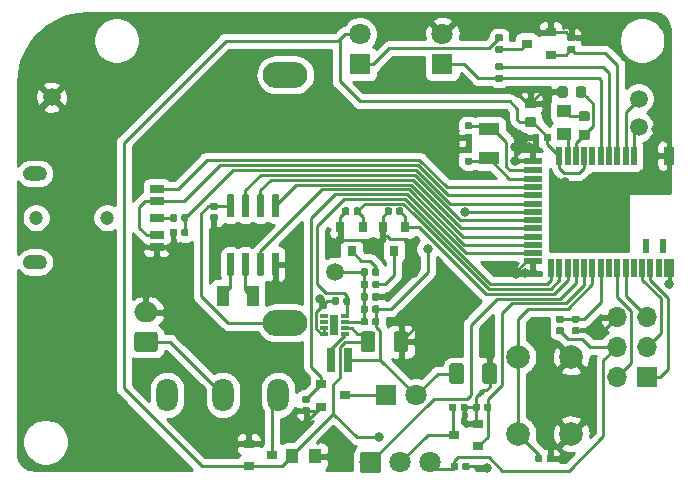
<source format=gtl>
G04 #@! TF.GenerationSoftware,KiCad,Pcbnew,5.1.4-e60b266~84~ubuntu18.04.1*
G04 #@! TF.CreationDate,2019-10-24T18:06:39+05:30*
G04 #@! TF.ProjectId,senseBe_rev4_main,73656e73-6542-4655-9f72-6576345f6d61,rev?*
G04 #@! TF.SameCoordinates,Original*
G04 #@! TF.FileFunction,Copper,L1,Top*
G04 #@! TF.FilePolarity,Positive*
%FSLAX46Y46*%
G04 Gerber Fmt 4.6, Leading zero omitted, Abs format (unit mm)*
G04 Created by KiCad (PCBNEW 5.1.4-e60b266~84~ubuntu18.04.1) date 2019-10-24 18:06:39*
%MOMM*%
%LPD*%
G04 APERTURE LIST*
%ADD10O,3.800000X2.200000*%
%ADD11C,1.500000*%
%ADD12O,1.800000X2.800000*%
%ADD13O,2.000000X1.700000*%
%ADD14C,0.100000*%
%ADD15C,1.700000*%
%ADD16R,0.800000X1.800000*%
%ADD17R,0.700000X0.350000*%
%ADD18C,0.590000*%
%ADD19C,0.600000*%
%ADD20R,1.000000X1.800000*%
%ADD21R,1.000000X1.250000*%
%ADD22C,1.250000*%
%ADD23C,1.800000*%
%ADD24R,1.800000X1.800000*%
%ADD25R,1.200000X0.700000*%
%ADD26C,1.200000*%
%ADD27R,1.700000X1.700000*%
%ADD28O,1.700000X1.700000*%
%ADD29R,0.900000X0.800000*%
%ADD30R,0.800000X0.900000*%
%ADD31C,2.000000*%
%ADD32R,0.500000X1.200000*%
%ADD33R,0.900000X1.600000*%
%ADD34R,0.500000X1.600000*%
%ADD35R,1.600000X0.500000*%
%ADD36R,1.800000X1.000000*%
%ADD37C,0.875000*%
%ADD38R,1.250000X1.000000*%
%ADD39R,0.700000X2.000000*%
%ADD40C,0.800000*%
%ADD41C,0.250000*%
%ADD42C,0.254000*%
G04 APERTURE END LIST*
D10*
X33300000Y-15900000D03*
X33300000Y-36900000D03*
D11*
X37500000Y-32600000D03*
D12*
X32700000Y-43000000D03*
X28000000Y-43000000D03*
X23300000Y-43000000D03*
D13*
X21500000Y-36000000D03*
D14*
G36*
X22274504Y-37651204D02*
G01*
X22298773Y-37654804D01*
X22322571Y-37660765D01*
X22345671Y-37669030D01*
X22367849Y-37679520D01*
X22388893Y-37692133D01*
X22408598Y-37706747D01*
X22426777Y-37723223D01*
X22443253Y-37741402D01*
X22457867Y-37761107D01*
X22470480Y-37782151D01*
X22480970Y-37804329D01*
X22489235Y-37827429D01*
X22495196Y-37851227D01*
X22498796Y-37875496D01*
X22500000Y-37900000D01*
X22500000Y-39100000D01*
X22498796Y-39124504D01*
X22495196Y-39148773D01*
X22489235Y-39172571D01*
X22480970Y-39195671D01*
X22470480Y-39217849D01*
X22457867Y-39238893D01*
X22443253Y-39258598D01*
X22426777Y-39276777D01*
X22408598Y-39293253D01*
X22388893Y-39307867D01*
X22367849Y-39320480D01*
X22345671Y-39330970D01*
X22322571Y-39339235D01*
X22298773Y-39345196D01*
X22274504Y-39348796D01*
X22250000Y-39350000D01*
X20750000Y-39350000D01*
X20725496Y-39348796D01*
X20701227Y-39345196D01*
X20677429Y-39339235D01*
X20654329Y-39330970D01*
X20632151Y-39320480D01*
X20611107Y-39307867D01*
X20591402Y-39293253D01*
X20573223Y-39276777D01*
X20556747Y-39258598D01*
X20542133Y-39238893D01*
X20529520Y-39217849D01*
X20519030Y-39195671D01*
X20510765Y-39172571D01*
X20504804Y-39148773D01*
X20501204Y-39124504D01*
X20500000Y-39100000D01*
X20500000Y-37900000D01*
X20501204Y-37875496D01*
X20504804Y-37851227D01*
X20510765Y-37827429D01*
X20519030Y-37804329D01*
X20529520Y-37782151D01*
X20542133Y-37761107D01*
X20556747Y-37741402D01*
X20573223Y-37723223D01*
X20591402Y-37706747D01*
X20611107Y-37692133D01*
X20632151Y-37679520D01*
X20654329Y-37669030D01*
X20677429Y-37660765D01*
X20701227Y-37654804D01*
X20725496Y-37651204D01*
X20750000Y-37650000D01*
X22250000Y-37650000D01*
X22274504Y-37651204D01*
X22274504Y-37651204D01*
G37*
D15*
X21500000Y-38500000D03*
D16*
X37450000Y-37100000D03*
D17*
X36550000Y-36350000D03*
X36550000Y-36850000D03*
X36550000Y-37350000D03*
X36550000Y-37850000D03*
X38350000Y-37850000D03*
X38350000Y-37350000D03*
X38350000Y-36850000D03*
X38350000Y-36350000D03*
D11*
X63210000Y-17910000D03*
X63220000Y-20320000D03*
X13500000Y-17800000D03*
D14*
G36*
X27436958Y-27690710D02*
G01*
X27451276Y-27692834D01*
X27465317Y-27696351D01*
X27478946Y-27701228D01*
X27492031Y-27707417D01*
X27504447Y-27714858D01*
X27516073Y-27723481D01*
X27526798Y-27733202D01*
X27536519Y-27743927D01*
X27545142Y-27755553D01*
X27552583Y-27767969D01*
X27558772Y-27781054D01*
X27563649Y-27794683D01*
X27567166Y-27808724D01*
X27569290Y-27823042D01*
X27570000Y-27837500D01*
X27570000Y-28132500D01*
X27569290Y-28146958D01*
X27567166Y-28161276D01*
X27563649Y-28175317D01*
X27558772Y-28188946D01*
X27552583Y-28202031D01*
X27545142Y-28214447D01*
X27536519Y-28226073D01*
X27526798Y-28236798D01*
X27516073Y-28246519D01*
X27504447Y-28255142D01*
X27492031Y-28262583D01*
X27478946Y-28268772D01*
X27465317Y-28273649D01*
X27451276Y-28277166D01*
X27436958Y-28279290D01*
X27422500Y-28280000D01*
X27077500Y-28280000D01*
X27063042Y-28279290D01*
X27048724Y-28277166D01*
X27034683Y-28273649D01*
X27021054Y-28268772D01*
X27007969Y-28262583D01*
X26995553Y-28255142D01*
X26983927Y-28246519D01*
X26973202Y-28236798D01*
X26963481Y-28226073D01*
X26954858Y-28214447D01*
X26947417Y-28202031D01*
X26941228Y-28188946D01*
X26936351Y-28175317D01*
X26932834Y-28161276D01*
X26930710Y-28146958D01*
X26930000Y-28132500D01*
X26930000Y-27837500D01*
X26930710Y-27823042D01*
X26932834Y-27808724D01*
X26936351Y-27794683D01*
X26941228Y-27781054D01*
X26947417Y-27767969D01*
X26954858Y-27755553D01*
X26963481Y-27743927D01*
X26973202Y-27733202D01*
X26983927Y-27723481D01*
X26995553Y-27714858D01*
X27007969Y-27707417D01*
X27021054Y-27701228D01*
X27034683Y-27696351D01*
X27048724Y-27692834D01*
X27063042Y-27690710D01*
X27077500Y-27690000D01*
X27422500Y-27690000D01*
X27436958Y-27690710D01*
X27436958Y-27690710D01*
G37*
D18*
X27250000Y-27985000D03*
D14*
G36*
X27436958Y-26720710D02*
G01*
X27451276Y-26722834D01*
X27465317Y-26726351D01*
X27478946Y-26731228D01*
X27492031Y-26737417D01*
X27504447Y-26744858D01*
X27516073Y-26753481D01*
X27526798Y-26763202D01*
X27536519Y-26773927D01*
X27545142Y-26785553D01*
X27552583Y-26797969D01*
X27558772Y-26811054D01*
X27563649Y-26824683D01*
X27567166Y-26838724D01*
X27569290Y-26853042D01*
X27570000Y-26867500D01*
X27570000Y-27162500D01*
X27569290Y-27176958D01*
X27567166Y-27191276D01*
X27563649Y-27205317D01*
X27558772Y-27218946D01*
X27552583Y-27232031D01*
X27545142Y-27244447D01*
X27536519Y-27256073D01*
X27526798Y-27266798D01*
X27516073Y-27276519D01*
X27504447Y-27285142D01*
X27492031Y-27292583D01*
X27478946Y-27298772D01*
X27465317Y-27303649D01*
X27451276Y-27307166D01*
X27436958Y-27309290D01*
X27422500Y-27310000D01*
X27077500Y-27310000D01*
X27063042Y-27309290D01*
X27048724Y-27307166D01*
X27034683Y-27303649D01*
X27021054Y-27298772D01*
X27007969Y-27292583D01*
X26995553Y-27285142D01*
X26983927Y-27276519D01*
X26973202Y-27266798D01*
X26963481Y-27256073D01*
X26954858Y-27244447D01*
X26947417Y-27232031D01*
X26941228Y-27218946D01*
X26936351Y-27205317D01*
X26932834Y-27191276D01*
X26930710Y-27176958D01*
X26930000Y-27162500D01*
X26930000Y-26867500D01*
X26930710Y-26853042D01*
X26932834Y-26838724D01*
X26936351Y-26824683D01*
X26941228Y-26811054D01*
X26947417Y-26797969D01*
X26954858Y-26785553D01*
X26963481Y-26773927D01*
X26973202Y-26763202D01*
X26983927Y-26753481D01*
X26995553Y-26744858D01*
X27007969Y-26737417D01*
X27021054Y-26731228D01*
X27034683Y-26726351D01*
X27048724Y-26722834D01*
X27063042Y-26720710D01*
X27077500Y-26720000D01*
X27422500Y-26720000D01*
X27436958Y-26720710D01*
X27436958Y-26720710D01*
G37*
D18*
X27250000Y-27015000D03*
D14*
G36*
X28809703Y-30950722D02*
G01*
X28824264Y-30952882D01*
X28838543Y-30956459D01*
X28852403Y-30961418D01*
X28865710Y-30967712D01*
X28878336Y-30975280D01*
X28890159Y-30984048D01*
X28901066Y-30993934D01*
X28910952Y-31004841D01*
X28919720Y-31016664D01*
X28927288Y-31029290D01*
X28933582Y-31042597D01*
X28938541Y-31056457D01*
X28942118Y-31070736D01*
X28944278Y-31085297D01*
X28945000Y-31100000D01*
X28945000Y-32750000D01*
X28944278Y-32764703D01*
X28942118Y-32779264D01*
X28938541Y-32793543D01*
X28933582Y-32807403D01*
X28927288Y-32820710D01*
X28919720Y-32833336D01*
X28910952Y-32845159D01*
X28901066Y-32856066D01*
X28890159Y-32865952D01*
X28878336Y-32874720D01*
X28865710Y-32882288D01*
X28852403Y-32888582D01*
X28838543Y-32893541D01*
X28824264Y-32897118D01*
X28809703Y-32899278D01*
X28795000Y-32900000D01*
X28495000Y-32900000D01*
X28480297Y-32899278D01*
X28465736Y-32897118D01*
X28451457Y-32893541D01*
X28437597Y-32888582D01*
X28424290Y-32882288D01*
X28411664Y-32874720D01*
X28399841Y-32865952D01*
X28388934Y-32856066D01*
X28379048Y-32845159D01*
X28370280Y-32833336D01*
X28362712Y-32820710D01*
X28356418Y-32807403D01*
X28351459Y-32793543D01*
X28347882Y-32779264D01*
X28345722Y-32764703D01*
X28345000Y-32750000D01*
X28345000Y-31100000D01*
X28345722Y-31085297D01*
X28347882Y-31070736D01*
X28351459Y-31056457D01*
X28356418Y-31042597D01*
X28362712Y-31029290D01*
X28370280Y-31016664D01*
X28379048Y-31004841D01*
X28388934Y-30993934D01*
X28399841Y-30984048D01*
X28411664Y-30975280D01*
X28424290Y-30967712D01*
X28437597Y-30961418D01*
X28451457Y-30956459D01*
X28465736Y-30952882D01*
X28480297Y-30950722D01*
X28495000Y-30950000D01*
X28795000Y-30950000D01*
X28809703Y-30950722D01*
X28809703Y-30950722D01*
G37*
D19*
X28645000Y-31925000D03*
D14*
G36*
X30079703Y-30950722D02*
G01*
X30094264Y-30952882D01*
X30108543Y-30956459D01*
X30122403Y-30961418D01*
X30135710Y-30967712D01*
X30148336Y-30975280D01*
X30160159Y-30984048D01*
X30171066Y-30993934D01*
X30180952Y-31004841D01*
X30189720Y-31016664D01*
X30197288Y-31029290D01*
X30203582Y-31042597D01*
X30208541Y-31056457D01*
X30212118Y-31070736D01*
X30214278Y-31085297D01*
X30215000Y-31100000D01*
X30215000Y-32750000D01*
X30214278Y-32764703D01*
X30212118Y-32779264D01*
X30208541Y-32793543D01*
X30203582Y-32807403D01*
X30197288Y-32820710D01*
X30189720Y-32833336D01*
X30180952Y-32845159D01*
X30171066Y-32856066D01*
X30160159Y-32865952D01*
X30148336Y-32874720D01*
X30135710Y-32882288D01*
X30122403Y-32888582D01*
X30108543Y-32893541D01*
X30094264Y-32897118D01*
X30079703Y-32899278D01*
X30065000Y-32900000D01*
X29765000Y-32900000D01*
X29750297Y-32899278D01*
X29735736Y-32897118D01*
X29721457Y-32893541D01*
X29707597Y-32888582D01*
X29694290Y-32882288D01*
X29681664Y-32874720D01*
X29669841Y-32865952D01*
X29658934Y-32856066D01*
X29649048Y-32845159D01*
X29640280Y-32833336D01*
X29632712Y-32820710D01*
X29626418Y-32807403D01*
X29621459Y-32793543D01*
X29617882Y-32779264D01*
X29615722Y-32764703D01*
X29615000Y-32750000D01*
X29615000Y-31100000D01*
X29615722Y-31085297D01*
X29617882Y-31070736D01*
X29621459Y-31056457D01*
X29626418Y-31042597D01*
X29632712Y-31029290D01*
X29640280Y-31016664D01*
X29649048Y-31004841D01*
X29658934Y-30993934D01*
X29669841Y-30984048D01*
X29681664Y-30975280D01*
X29694290Y-30967712D01*
X29707597Y-30961418D01*
X29721457Y-30956459D01*
X29735736Y-30952882D01*
X29750297Y-30950722D01*
X29765000Y-30950000D01*
X30065000Y-30950000D01*
X30079703Y-30950722D01*
X30079703Y-30950722D01*
G37*
D19*
X29915000Y-31925000D03*
D14*
G36*
X31349703Y-30950722D02*
G01*
X31364264Y-30952882D01*
X31378543Y-30956459D01*
X31392403Y-30961418D01*
X31405710Y-30967712D01*
X31418336Y-30975280D01*
X31430159Y-30984048D01*
X31441066Y-30993934D01*
X31450952Y-31004841D01*
X31459720Y-31016664D01*
X31467288Y-31029290D01*
X31473582Y-31042597D01*
X31478541Y-31056457D01*
X31482118Y-31070736D01*
X31484278Y-31085297D01*
X31485000Y-31100000D01*
X31485000Y-32750000D01*
X31484278Y-32764703D01*
X31482118Y-32779264D01*
X31478541Y-32793543D01*
X31473582Y-32807403D01*
X31467288Y-32820710D01*
X31459720Y-32833336D01*
X31450952Y-32845159D01*
X31441066Y-32856066D01*
X31430159Y-32865952D01*
X31418336Y-32874720D01*
X31405710Y-32882288D01*
X31392403Y-32888582D01*
X31378543Y-32893541D01*
X31364264Y-32897118D01*
X31349703Y-32899278D01*
X31335000Y-32900000D01*
X31035000Y-32900000D01*
X31020297Y-32899278D01*
X31005736Y-32897118D01*
X30991457Y-32893541D01*
X30977597Y-32888582D01*
X30964290Y-32882288D01*
X30951664Y-32874720D01*
X30939841Y-32865952D01*
X30928934Y-32856066D01*
X30919048Y-32845159D01*
X30910280Y-32833336D01*
X30902712Y-32820710D01*
X30896418Y-32807403D01*
X30891459Y-32793543D01*
X30887882Y-32779264D01*
X30885722Y-32764703D01*
X30885000Y-32750000D01*
X30885000Y-31100000D01*
X30885722Y-31085297D01*
X30887882Y-31070736D01*
X30891459Y-31056457D01*
X30896418Y-31042597D01*
X30902712Y-31029290D01*
X30910280Y-31016664D01*
X30919048Y-31004841D01*
X30928934Y-30993934D01*
X30939841Y-30984048D01*
X30951664Y-30975280D01*
X30964290Y-30967712D01*
X30977597Y-30961418D01*
X30991457Y-30956459D01*
X31005736Y-30952882D01*
X31020297Y-30950722D01*
X31035000Y-30950000D01*
X31335000Y-30950000D01*
X31349703Y-30950722D01*
X31349703Y-30950722D01*
G37*
D19*
X31185000Y-31925000D03*
D14*
G36*
X32619703Y-30950722D02*
G01*
X32634264Y-30952882D01*
X32648543Y-30956459D01*
X32662403Y-30961418D01*
X32675710Y-30967712D01*
X32688336Y-30975280D01*
X32700159Y-30984048D01*
X32711066Y-30993934D01*
X32720952Y-31004841D01*
X32729720Y-31016664D01*
X32737288Y-31029290D01*
X32743582Y-31042597D01*
X32748541Y-31056457D01*
X32752118Y-31070736D01*
X32754278Y-31085297D01*
X32755000Y-31100000D01*
X32755000Y-32750000D01*
X32754278Y-32764703D01*
X32752118Y-32779264D01*
X32748541Y-32793543D01*
X32743582Y-32807403D01*
X32737288Y-32820710D01*
X32729720Y-32833336D01*
X32720952Y-32845159D01*
X32711066Y-32856066D01*
X32700159Y-32865952D01*
X32688336Y-32874720D01*
X32675710Y-32882288D01*
X32662403Y-32888582D01*
X32648543Y-32893541D01*
X32634264Y-32897118D01*
X32619703Y-32899278D01*
X32605000Y-32900000D01*
X32305000Y-32900000D01*
X32290297Y-32899278D01*
X32275736Y-32897118D01*
X32261457Y-32893541D01*
X32247597Y-32888582D01*
X32234290Y-32882288D01*
X32221664Y-32874720D01*
X32209841Y-32865952D01*
X32198934Y-32856066D01*
X32189048Y-32845159D01*
X32180280Y-32833336D01*
X32172712Y-32820710D01*
X32166418Y-32807403D01*
X32161459Y-32793543D01*
X32157882Y-32779264D01*
X32155722Y-32764703D01*
X32155000Y-32750000D01*
X32155000Y-31100000D01*
X32155722Y-31085297D01*
X32157882Y-31070736D01*
X32161459Y-31056457D01*
X32166418Y-31042597D01*
X32172712Y-31029290D01*
X32180280Y-31016664D01*
X32189048Y-31004841D01*
X32198934Y-30993934D01*
X32209841Y-30984048D01*
X32221664Y-30975280D01*
X32234290Y-30967712D01*
X32247597Y-30961418D01*
X32261457Y-30956459D01*
X32275736Y-30952882D01*
X32290297Y-30950722D01*
X32305000Y-30950000D01*
X32605000Y-30950000D01*
X32619703Y-30950722D01*
X32619703Y-30950722D01*
G37*
D19*
X32455000Y-31925000D03*
D14*
G36*
X32619703Y-26000722D02*
G01*
X32634264Y-26002882D01*
X32648543Y-26006459D01*
X32662403Y-26011418D01*
X32675710Y-26017712D01*
X32688336Y-26025280D01*
X32700159Y-26034048D01*
X32711066Y-26043934D01*
X32720952Y-26054841D01*
X32729720Y-26066664D01*
X32737288Y-26079290D01*
X32743582Y-26092597D01*
X32748541Y-26106457D01*
X32752118Y-26120736D01*
X32754278Y-26135297D01*
X32755000Y-26150000D01*
X32755000Y-27800000D01*
X32754278Y-27814703D01*
X32752118Y-27829264D01*
X32748541Y-27843543D01*
X32743582Y-27857403D01*
X32737288Y-27870710D01*
X32729720Y-27883336D01*
X32720952Y-27895159D01*
X32711066Y-27906066D01*
X32700159Y-27915952D01*
X32688336Y-27924720D01*
X32675710Y-27932288D01*
X32662403Y-27938582D01*
X32648543Y-27943541D01*
X32634264Y-27947118D01*
X32619703Y-27949278D01*
X32605000Y-27950000D01*
X32305000Y-27950000D01*
X32290297Y-27949278D01*
X32275736Y-27947118D01*
X32261457Y-27943541D01*
X32247597Y-27938582D01*
X32234290Y-27932288D01*
X32221664Y-27924720D01*
X32209841Y-27915952D01*
X32198934Y-27906066D01*
X32189048Y-27895159D01*
X32180280Y-27883336D01*
X32172712Y-27870710D01*
X32166418Y-27857403D01*
X32161459Y-27843543D01*
X32157882Y-27829264D01*
X32155722Y-27814703D01*
X32155000Y-27800000D01*
X32155000Y-26150000D01*
X32155722Y-26135297D01*
X32157882Y-26120736D01*
X32161459Y-26106457D01*
X32166418Y-26092597D01*
X32172712Y-26079290D01*
X32180280Y-26066664D01*
X32189048Y-26054841D01*
X32198934Y-26043934D01*
X32209841Y-26034048D01*
X32221664Y-26025280D01*
X32234290Y-26017712D01*
X32247597Y-26011418D01*
X32261457Y-26006459D01*
X32275736Y-26002882D01*
X32290297Y-26000722D01*
X32305000Y-26000000D01*
X32605000Y-26000000D01*
X32619703Y-26000722D01*
X32619703Y-26000722D01*
G37*
D19*
X32455000Y-26975000D03*
D14*
G36*
X31349703Y-26000722D02*
G01*
X31364264Y-26002882D01*
X31378543Y-26006459D01*
X31392403Y-26011418D01*
X31405710Y-26017712D01*
X31418336Y-26025280D01*
X31430159Y-26034048D01*
X31441066Y-26043934D01*
X31450952Y-26054841D01*
X31459720Y-26066664D01*
X31467288Y-26079290D01*
X31473582Y-26092597D01*
X31478541Y-26106457D01*
X31482118Y-26120736D01*
X31484278Y-26135297D01*
X31485000Y-26150000D01*
X31485000Y-27800000D01*
X31484278Y-27814703D01*
X31482118Y-27829264D01*
X31478541Y-27843543D01*
X31473582Y-27857403D01*
X31467288Y-27870710D01*
X31459720Y-27883336D01*
X31450952Y-27895159D01*
X31441066Y-27906066D01*
X31430159Y-27915952D01*
X31418336Y-27924720D01*
X31405710Y-27932288D01*
X31392403Y-27938582D01*
X31378543Y-27943541D01*
X31364264Y-27947118D01*
X31349703Y-27949278D01*
X31335000Y-27950000D01*
X31035000Y-27950000D01*
X31020297Y-27949278D01*
X31005736Y-27947118D01*
X30991457Y-27943541D01*
X30977597Y-27938582D01*
X30964290Y-27932288D01*
X30951664Y-27924720D01*
X30939841Y-27915952D01*
X30928934Y-27906066D01*
X30919048Y-27895159D01*
X30910280Y-27883336D01*
X30902712Y-27870710D01*
X30896418Y-27857403D01*
X30891459Y-27843543D01*
X30887882Y-27829264D01*
X30885722Y-27814703D01*
X30885000Y-27800000D01*
X30885000Y-26150000D01*
X30885722Y-26135297D01*
X30887882Y-26120736D01*
X30891459Y-26106457D01*
X30896418Y-26092597D01*
X30902712Y-26079290D01*
X30910280Y-26066664D01*
X30919048Y-26054841D01*
X30928934Y-26043934D01*
X30939841Y-26034048D01*
X30951664Y-26025280D01*
X30964290Y-26017712D01*
X30977597Y-26011418D01*
X30991457Y-26006459D01*
X31005736Y-26002882D01*
X31020297Y-26000722D01*
X31035000Y-26000000D01*
X31335000Y-26000000D01*
X31349703Y-26000722D01*
X31349703Y-26000722D01*
G37*
D19*
X31185000Y-26975000D03*
D14*
G36*
X30079703Y-26000722D02*
G01*
X30094264Y-26002882D01*
X30108543Y-26006459D01*
X30122403Y-26011418D01*
X30135710Y-26017712D01*
X30148336Y-26025280D01*
X30160159Y-26034048D01*
X30171066Y-26043934D01*
X30180952Y-26054841D01*
X30189720Y-26066664D01*
X30197288Y-26079290D01*
X30203582Y-26092597D01*
X30208541Y-26106457D01*
X30212118Y-26120736D01*
X30214278Y-26135297D01*
X30215000Y-26150000D01*
X30215000Y-27800000D01*
X30214278Y-27814703D01*
X30212118Y-27829264D01*
X30208541Y-27843543D01*
X30203582Y-27857403D01*
X30197288Y-27870710D01*
X30189720Y-27883336D01*
X30180952Y-27895159D01*
X30171066Y-27906066D01*
X30160159Y-27915952D01*
X30148336Y-27924720D01*
X30135710Y-27932288D01*
X30122403Y-27938582D01*
X30108543Y-27943541D01*
X30094264Y-27947118D01*
X30079703Y-27949278D01*
X30065000Y-27950000D01*
X29765000Y-27950000D01*
X29750297Y-27949278D01*
X29735736Y-27947118D01*
X29721457Y-27943541D01*
X29707597Y-27938582D01*
X29694290Y-27932288D01*
X29681664Y-27924720D01*
X29669841Y-27915952D01*
X29658934Y-27906066D01*
X29649048Y-27895159D01*
X29640280Y-27883336D01*
X29632712Y-27870710D01*
X29626418Y-27857403D01*
X29621459Y-27843543D01*
X29617882Y-27829264D01*
X29615722Y-27814703D01*
X29615000Y-27800000D01*
X29615000Y-26150000D01*
X29615722Y-26135297D01*
X29617882Y-26120736D01*
X29621459Y-26106457D01*
X29626418Y-26092597D01*
X29632712Y-26079290D01*
X29640280Y-26066664D01*
X29649048Y-26054841D01*
X29658934Y-26043934D01*
X29669841Y-26034048D01*
X29681664Y-26025280D01*
X29694290Y-26017712D01*
X29707597Y-26011418D01*
X29721457Y-26006459D01*
X29735736Y-26002882D01*
X29750297Y-26000722D01*
X29765000Y-26000000D01*
X30065000Y-26000000D01*
X30079703Y-26000722D01*
X30079703Y-26000722D01*
G37*
D19*
X29915000Y-26975000D03*
D14*
G36*
X28809703Y-26000722D02*
G01*
X28824264Y-26002882D01*
X28838543Y-26006459D01*
X28852403Y-26011418D01*
X28865710Y-26017712D01*
X28878336Y-26025280D01*
X28890159Y-26034048D01*
X28901066Y-26043934D01*
X28910952Y-26054841D01*
X28919720Y-26066664D01*
X28927288Y-26079290D01*
X28933582Y-26092597D01*
X28938541Y-26106457D01*
X28942118Y-26120736D01*
X28944278Y-26135297D01*
X28945000Y-26150000D01*
X28945000Y-27800000D01*
X28944278Y-27814703D01*
X28942118Y-27829264D01*
X28938541Y-27843543D01*
X28933582Y-27857403D01*
X28927288Y-27870710D01*
X28919720Y-27883336D01*
X28910952Y-27895159D01*
X28901066Y-27906066D01*
X28890159Y-27915952D01*
X28878336Y-27924720D01*
X28865710Y-27932288D01*
X28852403Y-27938582D01*
X28838543Y-27943541D01*
X28824264Y-27947118D01*
X28809703Y-27949278D01*
X28795000Y-27950000D01*
X28495000Y-27950000D01*
X28480297Y-27949278D01*
X28465736Y-27947118D01*
X28451457Y-27943541D01*
X28437597Y-27938582D01*
X28424290Y-27932288D01*
X28411664Y-27924720D01*
X28399841Y-27915952D01*
X28388934Y-27906066D01*
X28379048Y-27895159D01*
X28370280Y-27883336D01*
X28362712Y-27870710D01*
X28356418Y-27857403D01*
X28351459Y-27843543D01*
X28347882Y-27829264D01*
X28345722Y-27814703D01*
X28345000Y-27800000D01*
X28345000Y-26150000D01*
X28345722Y-26135297D01*
X28347882Y-26120736D01*
X28351459Y-26106457D01*
X28356418Y-26092597D01*
X28362712Y-26079290D01*
X28370280Y-26066664D01*
X28379048Y-26054841D01*
X28388934Y-26043934D01*
X28399841Y-26034048D01*
X28411664Y-26025280D01*
X28424290Y-26017712D01*
X28437597Y-26011418D01*
X28451457Y-26006459D01*
X28465736Y-26002882D01*
X28480297Y-26000722D01*
X28495000Y-26000000D01*
X28795000Y-26000000D01*
X28809703Y-26000722D01*
X28809703Y-26000722D01*
G37*
D19*
X28645000Y-26975000D03*
D20*
X28030000Y-34600000D03*
X30530000Y-34600000D03*
D14*
G36*
X48986958Y-22905710D02*
G01*
X49001276Y-22907834D01*
X49015317Y-22911351D01*
X49028946Y-22916228D01*
X49042031Y-22922417D01*
X49054447Y-22929858D01*
X49066073Y-22938481D01*
X49076798Y-22948202D01*
X49086519Y-22958927D01*
X49095142Y-22970553D01*
X49102583Y-22982969D01*
X49108772Y-22996054D01*
X49113649Y-23009683D01*
X49117166Y-23023724D01*
X49119290Y-23038042D01*
X49120000Y-23052500D01*
X49120000Y-23347500D01*
X49119290Y-23361958D01*
X49117166Y-23376276D01*
X49113649Y-23390317D01*
X49108772Y-23403946D01*
X49102583Y-23417031D01*
X49095142Y-23429447D01*
X49086519Y-23441073D01*
X49076798Y-23451798D01*
X49066073Y-23461519D01*
X49054447Y-23470142D01*
X49042031Y-23477583D01*
X49028946Y-23483772D01*
X49015317Y-23488649D01*
X49001276Y-23492166D01*
X48986958Y-23494290D01*
X48972500Y-23495000D01*
X48627500Y-23495000D01*
X48613042Y-23494290D01*
X48598724Y-23492166D01*
X48584683Y-23488649D01*
X48571054Y-23483772D01*
X48557969Y-23477583D01*
X48545553Y-23470142D01*
X48533927Y-23461519D01*
X48523202Y-23451798D01*
X48513481Y-23441073D01*
X48504858Y-23429447D01*
X48497417Y-23417031D01*
X48491228Y-23403946D01*
X48486351Y-23390317D01*
X48482834Y-23376276D01*
X48480710Y-23361958D01*
X48480000Y-23347500D01*
X48480000Y-23052500D01*
X48480710Y-23038042D01*
X48482834Y-23023724D01*
X48486351Y-23009683D01*
X48491228Y-22996054D01*
X48497417Y-22982969D01*
X48504858Y-22970553D01*
X48513481Y-22958927D01*
X48523202Y-22948202D01*
X48533927Y-22938481D01*
X48545553Y-22929858D01*
X48557969Y-22922417D01*
X48571054Y-22916228D01*
X48584683Y-22911351D01*
X48598724Y-22907834D01*
X48613042Y-22905710D01*
X48627500Y-22905000D01*
X48972500Y-22905000D01*
X48986958Y-22905710D01*
X48986958Y-22905710D01*
G37*
D18*
X48800000Y-23200000D03*
D14*
G36*
X48986958Y-21935710D02*
G01*
X49001276Y-21937834D01*
X49015317Y-21941351D01*
X49028946Y-21946228D01*
X49042031Y-21952417D01*
X49054447Y-21959858D01*
X49066073Y-21968481D01*
X49076798Y-21978202D01*
X49086519Y-21988927D01*
X49095142Y-22000553D01*
X49102583Y-22012969D01*
X49108772Y-22026054D01*
X49113649Y-22039683D01*
X49117166Y-22053724D01*
X49119290Y-22068042D01*
X49120000Y-22082500D01*
X49120000Y-22377500D01*
X49119290Y-22391958D01*
X49117166Y-22406276D01*
X49113649Y-22420317D01*
X49108772Y-22433946D01*
X49102583Y-22447031D01*
X49095142Y-22459447D01*
X49086519Y-22471073D01*
X49076798Y-22481798D01*
X49066073Y-22491519D01*
X49054447Y-22500142D01*
X49042031Y-22507583D01*
X49028946Y-22513772D01*
X49015317Y-22518649D01*
X49001276Y-22522166D01*
X48986958Y-22524290D01*
X48972500Y-22525000D01*
X48627500Y-22525000D01*
X48613042Y-22524290D01*
X48598724Y-22522166D01*
X48584683Y-22518649D01*
X48571054Y-22513772D01*
X48557969Y-22507583D01*
X48545553Y-22500142D01*
X48533927Y-22491519D01*
X48523202Y-22481798D01*
X48513481Y-22471073D01*
X48504858Y-22459447D01*
X48497417Y-22447031D01*
X48491228Y-22433946D01*
X48486351Y-22420317D01*
X48482834Y-22406276D01*
X48480710Y-22391958D01*
X48480000Y-22377500D01*
X48480000Y-22082500D01*
X48480710Y-22068042D01*
X48482834Y-22053724D01*
X48486351Y-22039683D01*
X48491228Y-22026054D01*
X48497417Y-22012969D01*
X48504858Y-22000553D01*
X48513481Y-21988927D01*
X48523202Y-21978202D01*
X48533927Y-21968481D01*
X48545553Y-21959858D01*
X48557969Y-21952417D01*
X48571054Y-21946228D01*
X48584683Y-21941351D01*
X48598724Y-21937834D01*
X48613042Y-21935710D01*
X48627500Y-21935000D01*
X48972500Y-21935000D01*
X48986958Y-21935710D01*
X48986958Y-21935710D01*
G37*
D18*
X48800000Y-22230000D03*
D14*
G36*
X48986958Y-19920710D02*
G01*
X49001276Y-19922834D01*
X49015317Y-19926351D01*
X49028946Y-19931228D01*
X49042031Y-19937417D01*
X49054447Y-19944858D01*
X49066073Y-19953481D01*
X49076798Y-19963202D01*
X49086519Y-19973927D01*
X49095142Y-19985553D01*
X49102583Y-19997969D01*
X49108772Y-20011054D01*
X49113649Y-20024683D01*
X49117166Y-20038724D01*
X49119290Y-20053042D01*
X49120000Y-20067500D01*
X49120000Y-20362500D01*
X49119290Y-20376958D01*
X49117166Y-20391276D01*
X49113649Y-20405317D01*
X49108772Y-20418946D01*
X49102583Y-20432031D01*
X49095142Y-20444447D01*
X49086519Y-20456073D01*
X49076798Y-20466798D01*
X49066073Y-20476519D01*
X49054447Y-20485142D01*
X49042031Y-20492583D01*
X49028946Y-20498772D01*
X49015317Y-20503649D01*
X49001276Y-20507166D01*
X48986958Y-20509290D01*
X48972500Y-20510000D01*
X48627500Y-20510000D01*
X48613042Y-20509290D01*
X48598724Y-20507166D01*
X48584683Y-20503649D01*
X48571054Y-20498772D01*
X48557969Y-20492583D01*
X48545553Y-20485142D01*
X48533927Y-20476519D01*
X48523202Y-20466798D01*
X48513481Y-20456073D01*
X48504858Y-20444447D01*
X48497417Y-20432031D01*
X48491228Y-20418946D01*
X48486351Y-20405317D01*
X48482834Y-20391276D01*
X48480710Y-20376958D01*
X48480000Y-20362500D01*
X48480000Y-20067500D01*
X48480710Y-20053042D01*
X48482834Y-20038724D01*
X48486351Y-20024683D01*
X48491228Y-20011054D01*
X48497417Y-19997969D01*
X48504858Y-19985553D01*
X48513481Y-19973927D01*
X48523202Y-19963202D01*
X48533927Y-19953481D01*
X48545553Y-19944858D01*
X48557969Y-19937417D01*
X48571054Y-19931228D01*
X48584683Y-19926351D01*
X48598724Y-19922834D01*
X48613042Y-19920710D01*
X48627500Y-19920000D01*
X48972500Y-19920000D01*
X48986958Y-19920710D01*
X48986958Y-19920710D01*
G37*
D18*
X48800000Y-20215000D03*
D14*
G36*
X48986958Y-20890710D02*
G01*
X49001276Y-20892834D01*
X49015317Y-20896351D01*
X49028946Y-20901228D01*
X49042031Y-20907417D01*
X49054447Y-20914858D01*
X49066073Y-20923481D01*
X49076798Y-20933202D01*
X49086519Y-20943927D01*
X49095142Y-20955553D01*
X49102583Y-20967969D01*
X49108772Y-20981054D01*
X49113649Y-20994683D01*
X49117166Y-21008724D01*
X49119290Y-21023042D01*
X49120000Y-21037500D01*
X49120000Y-21332500D01*
X49119290Y-21346958D01*
X49117166Y-21361276D01*
X49113649Y-21375317D01*
X49108772Y-21388946D01*
X49102583Y-21402031D01*
X49095142Y-21414447D01*
X49086519Y-21426073D01*
X49076798Y-21436798D01*
X49066073Y-21446519D01*
X49054447Y-21455142D01*
X49042031Y-21462583D01*
X49028946Y-21468772D01*
X49015317Y-21473649D01*
X49001276Y-21477166D01*
X48986958Y-21479290D01*
X48972500Y-21480000D01*
X48627500Y-21480000D01*
X48613042Y-21479290D01*
X48598724Y-21477166D01*
X48584683Y-21473649D01*
X48571054Y-21468772D01*
X48557969Y-21462583D01*
X48545553Y-21455142D01*
X48533927Y-21446519D01*
X48523202Y-21436798D01*
X48513481Y-21426073D01*
X48504858Y-21414447D01*
X48497417Y-21402031D01*
X48491228Y-21388946D01*
X48486351Y-21375317D01*
X48482834Y-21361276D01*
X48480710Y-21346958D01*
X48480000Y-21332500D01*
X48480000Y-21037500D01*
X48480710Y-21023042D01*
X48482834Y-21008724D01*
X48486351Y-20994683D01*
X48491228Y-20981054D01*
X48497417Y-20967969D01*
X48504858Y-20955553D01*
X48513481Y-20943927D01*
X48523202Y-20933202D01*
X48533927Y-20923481D01*
X48545553Y-20914858D01*
X48557969Y-20907417D01*
X48571054Y-20901228D01*
X48584683Y-20896351D01*
X48598724Y-20892834D01*
X48613042Y-20890710D01*
X48627500Y-20890000D01*
X48972500Y-20890000D01*
X48986958Y-20890710D01*
X48986958Y-20890710D01*
G37*
D18*
X48800000Y-21185000D03*
D14*
G36*
X54676958Y-20880710D02*
G01*
X54691276Y-20882834D01*
X54705317Y-20886351D01*
X54718946Y-20891228D01*
X54732031Y-20897417D01*
X54744447Y-20904858D01*
X54756073Y-20913481D01*
X54766798Y-20923202D01*
X54776519Y-20933927D01*
X54785142Y-20945553D01*
X54792583Y-20957969D01*
X54798772Y-20971054D01*
X54803649Y-20984683D01*
X54807166Y-20998724D01*
X54809290Y-21013042D01*
X54810000Y-21027500D01*
X54810000Y-21372500D01*
X54809290Y-21386958D01*
X54807166Y-21401276D01*
X54803649Y-21415317D01*
X54798772Y-21428946D01*
X54792583Y-21442031D01*
X54785142Y-21454447D01*
X54776519Y-21466073D01*
X54766798Y-21476798D01*
X54756073Y-21486519D01*
X54744447Y-21495142D01*
X54732031Y-21502583D01*
X54718946Y-21508772D01*
X54705317Y-21513649D01*
X54691276Y-21517166D01*
X54676958Y-21519290D01*
X54662500Y-21520000D01*
X54367500Y-21520000D01*
X54353042Y-21519290D01*
X54338724Y-21517166D01*
X54324683Y-21513649D01*
X54311054Y-21508772D01*
X54297969Y-21502583D01*
X54285553Y-21495142D01*
X54273927Y-21486519D01*
X54263202Y-21476798D01*
X54253481Y-21466073D01*
X54244858Y-21454447D01*
X54237417Y-21442031D01*
X54231228Y-21428946D01*
X54226351Y-21415317D01*
X54222834Y-21401276D01*
X54220710Y-21386958D01*
X54220000Y-21372500D01*
X54220000Y-21027500D01*
X54220710Y-21013042D01*
X54222834Y-20998724D01*
X54226351Y-20984683D01*
X54231228Y-20971054D01*
X54237417Y-20957969D01*
X54244858Y-20945553D01*
X54253481Y-20933927D01*
X54263202Y-20923202D01*
X54273927Y-20913481D01*
X54285553Y-20904858D01*
X54297969Y-20897417D01*
X54311054Y-20891228D01*
X54324683Y-20886351D01*
X54338724Y-20882834D01*
X54353042Y-20880710D01*
X54367500Y-20880000D01*
X54662500Y-20880000D01*
X54676958Y-20880710D01*
X54676958Y-20880710D01*
G37*
D18*
X54515000Y-21200000D03*
D14*
G36*
X55646958Y-20880710D02*
G01*
X55661276Y-20882834D01*
X55675317Y-20886351D01*
X55688946Y-20891228D01*
X55702031Y-20897417D01*
X55714447Y-20904858D01*
X55726073Y-20913481D01*
X55736798Y-20923202D01*
X55746519Y-20933927D01*
X55755142Y-20945553D01*
X55762583Y-20957969D01*
X55768772Y-20971054D01*
X55773649Y-20984683D01*
X55777166Y-20998724D01*
X55779290Y-21013042D01*
X55780000Y-21027500D01*
X55780000Y-21372500D01*
X55779290Y-21386958D01*
X55777166Y-21401276D01*
X55773649Y-21415317D01*
X55768772Y-21428946D01*
X55762583Y-21442031D01*
X55755142Y-21454447D01*
X55746519Y-21466073D01*
X55736798Y-21476798D01*
X55726073Y-21486519D01*
X55714447Y-21495142D01*
X55702031Y-21502583D01*
X55688946Y-21508772D01*
X55675317Y-21513649D01*
X55661276Y-21517166D01*
X55646958Y-21519290D01*
X55632500Y-21520000D01*
X55337500Y-21520000D01*
X55323042Y-21519290D01*
X55308724Y-21517166D01*
X55294683Y-21513649D01*
X55281054Y-21508772D01*
X55267969Y-21502583D01*
X55255553Y-21495142D01*
X55243927Y-21486519D01*
X55233202Y-21476798D01*
X55223481Y-21466073D01*
X55214858Y-21454447D01*
X55207417Y-21442031D01*
X55201228Y-21428946D01*
X55196351Y-21415317D01*
X55192834Y-21401276D01*
X55190710Y-21386958D01*
X55190000Y-21372500D01*
X55190000Y-21027500D01*
X55190710Y-21013042D01*
X55192834Y-20998724D01*
X55196351Y-20984683D01*
X55201228Y-20971054D01*
X55207417Y-20957969D01*
X55214858Y-20945553D01*
X55223481Y-20933927D01*
X55233202Y-20923202D01*
X55243927Y-20913481D01*
X55255553Y-20904858D01*
X55267969Y-20897417D01*
X55281054Y-20891228D01*
X55294683Y-20886351D01*
X55308724Y-20882834D01*
X55323042Y-20880710D01*
X55337500Y-20880000D01*
X55632500Y-20880000D01*
X55646958Y-20880710D01*
X55646958Y-20880710D01*
G37*
D18*
X55485000Y-21200000D03*
D21*
X33850000Y-48200000D03*
X35850000Y-48200000D03*
D14*
G36*
X54926958Y-48080710D02*
G01*
X54941276Y-48082834D01*
X54955317Y-48086351D01*
X54968946Y-48091228D01*
X54982031Y-48097417D01*
X54994447Y-48104858D01*
X55006073Y-48113481D01*
X55016798Y-48123202D01*
X55026519Y-48133927D01*
X55035142Y-48145553D01*
X55042583Y-48157969D01*
X55048772Y-48171054D01*
X55053649Y-48184683D01*
X55057166Y-48198724D01*
X55059290Y-48213042D01*
X55060000Y-48227500D01*
X55060000Y-48572500D01*
X55059290Y-48586958D01*
X55057166Y-48601276D01*
X55053649Y-48615317D01*
X55048772Y-48628946D01*
X55042583Y-48642031D01*
X55035142Y-48654447D01*
X55026519Y-48666073D01*
X55016798Y-48676798D01*
X55006073Y-48686519D01*
X54994447Y-48695142D01*
X54982031Y-48702583D01*
X54968946Y-48708772D01*
X54955317Y-48713649D01*
X54941276Y-48717166D01*
X54926958Y-48719290D01*
X54912500Y-48720000D01*
X54617500Y-48720000D01*
X54603042Y-48719290D01*
X54588724Y-48717166D01*
X54574683Y-48713649D01*
X54561054Y-48708772D01*
X54547969Y-48702583D01*
X54535553Y-48695142D01*
X54523927Y-48686519D01*
X54513202Y-48676798D01*
X54503481Y-48666073D01*
X54494858Y-48654447D01*
X54487417Y-48642031D01*
X54481228Y-48628946D01*
X54476351Y-48615317D01*
X54472834Y-48601276D01*
X54470710Y-48586958D01*
X54470000Y-48572500D01*
X54470000Y-48227500D01*
X54470710Y-48213042D01*
X54472834Y-48198724D01*
X54476351Y-48184683D01*
X54481228Y-48171054D01*
X54487417Y-48157969D01*
X54494858Y-48145553D01*
X54503481Y-48133927D01*
X54513202Y-48123202D01*
X54523927Y-48113481D01*
X54535553Y-48104858D01*
X54547969Y-48097417D01*
X54561054Y-48091228D01*
X54574683Y-48086351D01*
X54588724Y-48082834D01*
X54603042Y-48080710D01*
X54617500Y-48080000D01*
X54912500Y-48080000D01*
X54926958Y-48080710D01*
X54926958Y-48080710D01*
G37*
D18*
X54765000Y-48400000D03*
D14*
G36*
X55896958Y-48080710D02*
G01*
X55911276Y-48082834D01*
X55925317Y-48086351D01*
X55938946Y-48091228D01*
X55952031Y-48097417D01*
X55964447Y-48104858D01*
X55976073Y-48113481D01*
X55986798Y-48123202D01*
X55996519Y-48133927D01*
X56005142Y-48145553D01*
X56012583Y-48157969D01*
X56018772Y-48171054D01*
X56023649Y-48184683D01*
X56027166Y-48198724D01*
X56029290Y-48213042D01*
X56030000Y-48227500D01*
X56030000Y-48572500D01*
X56029290Y-48586958D01*
X56027166Y-48601276D01*
X56023649Y-48615317D01*
X56018772Y-48628946D01*
X56012583Y-48642031D01*
X56005142Y-48654447D01*
X55996519Y-48666073D01*
X55986798Y-48676798D01*
X55976073Y-48686519D01*
X55964447Y-48695142D01*
X55952031Y-48702583D01*
X55938946Y-48708772D01*
X55925317Y-48713649D01*
X55911276Y-48717166D01*
X55896958Y-48719290D01*
X55882500Y-48720000D01*
X55587500Y-48720000D01*
X55573042Y-48719290D01*
X55558724Y-48717166D01*
X55544683Y-48713649D01*
X55531054Y-48708772D01*
X55517969Y-48702583D01*
X55505553Y-48695142D01*
X55493927Y-48686519D01*
X55483202Y-48676798D01*
X55473481Y-48666073D01*
X55464858Y-48654447D01*
X55457417Y-48642031D01*
X55451228Y-48628946D01*
X55446351Y-48615317D01*
X55442834Y-48601276D01*
X55440710Y-48586958D01*
X55440000Y-48572500D01*
X55440000Y-48227500D01*
X55440710Y-48213042D01*
X55442834Y-48198724D01*
X55446351Y-48184683D01*
X55451228Y-48171054D01*
X55457417Y-48157969D01*
X55464858Y-48145553D01*
X55473481Y-48133927D01*
X55483202Y-48123202D01*
X55493927Y-48113481D01*
X55505553Y-48104858D01*
X55517969Y-48097417D01*
X55531054Y-48091228D01*
X55544683Y-48086351D01*
X55558724Y-48082834D01*
X55573042Y-48080710D01*
X55587500Y-48080000D01*
X55882500Y-48080000D01*
X55896958Y-48080710D01*
X55896958Y-48080710D01*
G37*
D18*
X55735000Y-48400000D03*
D14*
G36*
X48199504Y-40326204D02*
G01*
X48223773Y-40329804D01*
X48247571Y-40335765D01*
X48270671Y-40344030D01*
X48292849Y-40354520D01*
X48313893Y-40367133D01*
X48333598Y-40381747D01*
X48351777Y-40398223D01*
X48368253Y-40416402D01*
X48382867Y-40436107D01*
X48395480Y-40457151D01*
X48405970Y-40479329D01*
X48414235Y-40502429D01*
X48420196Y-40526227D01*
X48423796Y-40550496D01*
X48425000Y-40575000D01*
X48425000Y-41825000D01*
X48423796Y-41849504D01*
X48420196Y-41873773D01*
X48414235Y-41897571D01*
X48405970Y-41920671D01*
X48395480Y-41942849D01*
X48382867Y-41963893D01*
X48368253Y-41983598D01*
X48351777Y-42001777D01*
X48333598Y-42018253D01*
X48313893Y-42032867D01*
X48292849Y-42045480D01*
X48270671Y-42055970D01*
X48247571Y-42064235D01*
X48223773Y-42070196D01*
X48199504Y-42073796D01*
X48175000Y-42075000D01*
X47425000Y-42075000D01*
X47400496Y-42073796D01*
X47376227Y-42070196D01*
X47352429Y-42064235D01*
X47329329Y-42055970D01*
X47307151Y-42045480D01*
X47286107Y-42032867D01*
X47266402Y-42018253D01*
X47248223Y-42001777D01*
X47231747Y-41983598D01*
X47217133Y-41963893D01*
X47204520Y-41942849D01*
X47194030Y-41920671D01*
X47185765Y-41897571D01*
X47179804Y-41873773D01*
X47176204Y-41849504D01*
X47175000Y-41825000D01*
X47175000Y-40575000D01*
X47176204Y-40550496D01*
X47179804Y-40526227D01*
X47185765Y-40502429D01*
X47194030Y-40479329D01*
X47204520Y-40457151D01*
X47217133Y-40436107D01*
X47231747Y-40416402D01*
X47248223Y-40398223D01*
X47266402Y-40381747D01*
X47286107Y-40367133D01*
X47307151Y-40354520D01*
X47329329Y-40344030D01*
X47352429Y-40335765D01*
X47376227Y-40329804D01*
X47400496Y-40326204D01*
X47425000Y-40325000D01*
X48175000Y-40325000D01*
X48199504Y-40326204D01*
X48199504Y-40326204D01*
G37*
D22*
X47800000Y-41200000D03*
D14*
G36*
X50999504Y-40326204D02*
G01*
X51023773Y-40329804D01*
X51047571Y-40335765D01*
X51070671Y-40344030D01*
X51092849Y-40354520D01*
X51113893Y-40367133D01*
X51133598Y-40381747D01*
X51151777Y-40398223D01*
X51168253Y-40416402D01*
X51182867Y-40436107D01*
X51195480Y-40457151D01*
X51205970Y-40479329D01*
X51214235Y-40502429D01*
X51220196Y-40526227D01*
X51223796Y-40550496D01*
X51225000Y-40575000D01*
X51225000Y-41825000D01*
X51223796Y-41849504D01*
X51220196Y-41873773D01*
X51214235Y-41897571D01*
X51205970Y-41920671D01*
X51195480Y-41942849D01*
X51182867Y-41963893D01*
X51168253Y-41983598D01*
X51151777Y-42001777D01*
X51133598Y-42018253D01*
X51113893Y-42032867D01*
X51092849Y-42045480D01*
X51070671Y-42055970D01*
X51047571Y-42064235D01*
X51023773Y-42070196D01*
X50999504Y-42073796D01*
X50975000Y-42075000D01*
X50225000Y-42075000D01*
X50200496Y-42073796D01*
X50176227Y-42070196D01*
X50152429Y-42064235D01*
X50129329Y-42055970D01*
X50107151Y-42045480D01*
X50086107Y-42032867D01*
X50066402Y-42018253D01*
X50048223Y-42001777D01*
X50031747Y-41983598D01*
X50017133Y-41963893D01*
X50004520Y-41942849D01*
X49994030Y-41920671D01*
X49985765Y-41897571D01*
X49979804Y-41873773D01*
X49976204Y-41849504D01*
X49975000Y-41825000D01*
X49975000Y-40575000D01*
X49976204Y-40550496D01*
X49979804Y-40526227D01*
X49985765Y-40502429D01*
X49994030Y-40479329D01*
X50004520Y-40457151D01*
X50017133Y-40436107D01*
X50031747Y-40416402D01*
X50048223Y-40398223D01*
X50066402Y-40381747D01*
X50086107Y-40367133D01*
X50107151Y-40354520D01*
X50129329Y-40344030D01*
X50152429Y-40335765D01*
X50176227Y-40329804D01*
X50200496Y-40326204D01*
X50225000Y-40325000D01*
X50975000Y-40325000D01*
X50999504Y-40326204D01*
X50999504Y-40326204D01*
G37*
D22*
X50600000Y-41200000D03*
D14*
G36*
X47776958Y-48730710D02*
G01*
X47791276Y-48732834D01*
X47805317Y-48736351D01*
X47818946Y-48741228D01*
X47832031Y-48747417D01*
X47844447Y-48754858D01*
X47856073Y-48763481D01*
X47866798Y-48773202D01*
X47876519Y-48783927D01*
X47885142Y-48795553D01*
X47892583Y-48807969D01*
X47898772Y-48821054D01*
X47903649Y-48834683D01*
X47907166Y-48848724D01*
X47909290Y-48863042D01*
X47910000Y-48877500D01*
X47910000Y-49222500D01*
X47909290Y-49236958D01*
X47907166Y-49251276D01*
X47903649Y-49265317D01*
X47898772Y-49278946D01*
X47892583Y-49292031D01*
X47885142Y-49304447D01*
X47876519Y-49316073D01*
X47866798Y-49326798D01*
X47856073Y-49336519D01*
X47844447Y-49345142D01*
X47832031Y-49352583D01*
X47818946Y-49358772D01*
X47805317Y-49363649D01*
X47791276Y-49367166D01*
X47776958Y-49369290D01*
X47762500Y-49370000D01*
X47467500Y-49370000D01*
X47453042Y-49369290D01*
X47438724Y-49367166D01*
X47424683Y-49363649D01*
X47411054Y-49358772D01*
X47397969Y-49352583D01*
X47385553Y-49345142D01*
X47373927Y-49336519D01*
X47363202Y-49326798D01*
X47353481Y-49316073D01*
X47344858Y-49304447D01*
X47337417Y-49292031D01*
X47331228Y-49278946D01*
X47326351Y-49265317D01*
X47322834Y-49251276D01*
X47320710Y-49236958D01*
X47320000Y-49222500D01*
X47320000Y-48877500D01*
X47320710Y-48863042D01*
X47322834Y-48848724D01*
X47326351Y-48834683D01*
X47331228Y-48821054D01*
X47337417Y-48807969D01*
X47344858Y-48795553D01*
X47353481Y-48783927D01*
X47363202Y-48773202D01*
X47373927Y-48763481D01*
X47385553Y-48754858D01*
X47397969Y-48747417D01*
X47411054Y-48741228D01*
X47424683Y-48736351D01*
X47438724Y-48732834D01*
X47453042Y-48730710D01*
X47467500Y-48730000D01*
X47762500Y-48730000D01*
X47776958Y-48730710D01*
X47776958Y-48730710D01*
G37*
D18*
X47615000Y-49050000D03*
D14*
G36*
X48746958Y-48730710D02*
G01*
X48761276Y-48732834D01*
X48775317Y-48736351D01*
X48788946Y-48741228D01*
X48802031Y-48747417D01*
X48814447Y-48754858D01*
X48826073Y-48763481D01*
X48836798Y-48773202D01*
X48846519Y-48783927D01*
X48855142Y-48795553D01*
X48862583Y-48807969D01*
X48868772Y-48821054D01*
X48873649Y-48834683D01*
X48877166Y-48848724D01*
X48879290Y-48863042D01*
X48880000Y-48877500D01*
X48880000Y-49222500D01*
X48879290Y-49236958D01*
X48877166Y-49251276D01*
X48873649Y-49265317D01*
X48868772Y-49278946D01*
X48862583Y-49292031D01*
X48855142Y-49304447D01*
X48846519Y-49316073D01*
X48836798Y-49326798D01*
X48826073Y-49336519D01*
X48814447Y-49345142D01*
X48802031Y-49352583D01*
X48788946Y-49358772D01*
X48775317Y-49363649D01*
X48761276Y-49367166D01*
X48746958Y-49369290D01*
X48732500Y-49370000D01*
X48437500Y-49370000D01*
X48423042Y-49369290D01*
X48408724Y-49367166D01*
X48394683Y-49363649D01*
X48381054Y-49358772D01*
X48367969Y-49352583D01*
X48355553Y-49345142D01*
X48343927Y-49336519D01*
X48333202Y-49326798D01*
X48323481Y-49316073D01*
X48314858Y-49304447D01*
X48307417Y-49292031D01*
X48301228Y-49278946D01*
X48296351Y-49265317D01*
X48292834Y-49251276D01*
X48290710Y-49236958D01*
X48290000Y-49222500D01*
X48290000Y-48877500D01*
X48290710Y-48863042D01*
X48292834Y-48848724D01*
X48296351Y-48834683D01*
X48301228Y-48821054D01*
X48307417Y-48807969D01*
X48314858Y-48795553D01*
X48323481Y-48783927D01*
X48333202Y-48773202D01*
X48343927Y-48763481D01*
X48355553Y-48754858D01*
X48367969Y-48747417D01*
X48381054Y-48741228D01*
X48394683Y-48736351D01*
X48408724Y-48732834D01*
X48423042Y-48730710D01*
X48437500Y-48730000D01*
X48732500Y-48730000D01*
X48746958Y-48730710D01*
X48746958Y-48730710D01*
G37*
D18*
X48585000Y-49050000D03*
D14*
G36*
X43499504Y-37626204D02*
G01*
X43523773Y-37629804D01*
X43547571Y-37635765D01*
X43570671Y-37644030D01*
X43592849Y-37654520D01*
X43613893Y-37667133D01*
X43633598Y-37681747D01*
X43651777Y-37698223D01*
X43668253Y-37716402D01*
X43682867Y-37736107D01*
X43695480Y-37757151D01*
X43705970Y-37779329D01*
X43714235Y-37802429D01*
X43720196Y-37826227D01*
X43723796Y-37850496D01*
X43725000Y-37875000D01*
X43725000Y-39125000D01*
X43723796Y-39149504D01*
X43720196Y-39173773D01*
X43714235Y-39197571D01*
X43705970Y-39220671D01*
X43695480Y-39242849D01*
X43682867Y-39263893D01*
X43668253Y-39283598D01*
X43651777Y-39301777D01*
X43633598Y-39318253D01*
X43613893Y-39332867D01*
X43592849Y-39345480D01*
X43570671Y-39355970D01*
X43547571Y-39364235D01*
X43523773Y-39370196D01*
X43499504Y-39373796D01*
X43475000Y-39375000D01*
X42725000Y-39375000D01*
X42700496Y-39373796D01*
X42676227Y-39370196D01*
X42652429Y-39364235D01*
X42629329Y-39355970D01*
X42607151Y-39345480D01*
X42586107Y-39332867D01*
X42566402Y-39318253D01*
X42548223Y-39301777D01*
X42531747Y-39283598D01*
X42517133Y-39263893D01*
X42504520Y-39242849D01*
X42494030Y-39220671D01*
X42485765Y-39197571D01*
X42479804Y-39173773D01*
X42476204Y-39149504D01*
X42475000Y-39125000D01*
X42475000Y-37875000D01*
X42476204Y-37850496D01*
X42479804Y-37826227D01*
X42485765Y-37802429D01*
X42494030Y-37779329D01*
X42504520Y-37757151D01*
X42517133Y-37736107D01*
X42531747Y-37716402D01*
X42548223Y-37698223D01*
X42566402Y-37681747D01*
X42586107Y-37667133D01*
X42607151Y-37654520D01*
X42629329Y-37644030D01*
X42652429Y-37635765D01*
X42676227Y-37629804D01*
X42700496Y-37626204D01*
X42725000Y-37625000D01*
X43475000Y-37625000D01*
X43499504Y-37626204D01*
X43499504Y-37626204D01*
G37*
D22*
X43100000Y-38500000D03*
D14*
G36*
X40699504Y-37626204D02*
G01*
X40723773Y-37629804D01*
X40747571Y-37635765D01*
X40770671Y-37644030D01*
X40792849Y-37654520D01*
X40813893Y-37667133D01*
X40833598Y-37681747D01*
X40851777Y-37698223D01*
X40868253Y-37716402D01*
X40882867Y-37736107D01*
X40895480Y-37757151D01*
X40905970Y-37779329D01*
X40914235Y-37802429D01*
X40920196Y-37826227D01*
X40923796Y-37850496D01*
X40925000Y-37875000D01*
X40925000Y-39125000D01*
X40923796Y-39149504D01*
X40920196Y-39173773D01*
X40914235Y-39197571D01*
X40905970Y-39220671D01*
X40895480Y-39242849D01*
X40882867Y-39263893D01*
X40868253Y-39283598D01*
X40851777Y-39301777D01*
X40833598Y-39318253D01*
X40813893Y-39332867D01*
X40792849Y-39345480D01*
X40770671Y-39355970D01*
X40747571Y-39364235D01*
X40723773Y-39370196D01*
X40699504Y-39373796D01*
X40675000Y-39375000D01*
X39925000Y-39375000D01*
X39900496Y-39373796D01*
X39876227Y-39370196D01*
X39852429Y-39364235D01*
X39829329Y-39355970D01*
X39807151Y-39345480D01*
X39786107Y-39332867D01*
X39766402Y-39318253D01*
X39748223Y-39301777D01*
X39731747Y-39283598D01*
X39717133Y-39263893D01*
X39704520Y-39242849D01*
X39694030Y-39220671D01*
X39685765Y-39197571D01*
X39679804Y-39173773D01*
X39676204Y-39149504D01*
X39675000Y-39125000D01*
X39675000Y-37875000D01*
X39676204Y-37850496D01*
X39679804Y-37826227D01*
X39685765Y-37802429D01*
X39694030Y-37779329D01*
X39704520Y-37757151D01*
X39717133Y-37736107D01*
X39731747Y-37716402D01*
X39748223Y-37698223D01*
X39766402Y-37681747D01*
X39786107Y-37667133D01*
X39807151Y-37654520D01*
X39829329Y-37644030D01*
X39852429Y-37635765D01*
X39876227Y-37629804D01*
X39900496Y-37626204D01*
X39925000Y-37625000D01*
X40675000Y-37625000D01*
X40699504Y-37626204D01*
X40699504Y-37626204D01*
G37*
D22*
X40300000Y-38500000D03*
D14*
G36*
X41116958Y-36480710D02*
G01*
X41131276Y-36482834D01*
X41145317Y-36486351D01*
X41158946Y-36491228D01*
X41172031Y-36497417D01*
X41184447Y-36504858D01*
X41196073Y-36513481D01*
X41206798Y-36523202D01*
X41216519Y-36533927D01*
X41225142Y-36545553D01*
X41232583Y-36557969D01*
X41238772Y-36571054D01*
X41243649Y-36584683D01*
X41247166Y-36598724D01*
X41249290Y-36613042D01*
X41250000Y-36627500D01*
X41250000Y-36972500D01*
X41249290Y-36986958D01*
X41247166Y-37001276D01*
X41243649Y-37015317D01*
X41238772Y-37028946D01*
X41232583Y-37042031D01*
X41225142Y-37054447D01*
X41216519Y-37066073D01*
X41206798Y-37076798D01*
X41196073Y-37086519D01*
X41184447Y-37095142D01*
X41172031Y-37102583D01*
X41158946Y-37108772D01*
X41145317Y-37113649D01*
X41131276Y-37117166D01*
X41116958Y-37119290D01*
X41102500Y-37120000D01*
X40807500Y-37120000D01*
X40793042Y-37119290D01*
X40778724Y-37117166D01*
X40764683Y-37113649D01*
X40751054Y-37108772D01*
X40737969Y-37102583D01*
X40725553Y-37095142D01*
X40713927Y-37086519D01*
X40703202Y-37076798D01*
X40693481Y-37066073D01*
X40684858Y-37054447D01*
X40677417Y-37042031D01*
X40671228Y-37028946D01*
X40666351Y-37015317D01*
X40662834Y-37001276D01*
X40660710Y-36986958D01*
X40660000Y-36972500D01*
X40660000Y-36627500D01*
X40660710Y-36613042D01*
X40662834Y-36598724D01*
X40666351Y-36584683D01*
X40671228Y-36571054D01*
X40677417Y-36557969D01*
X40684858Y-36545553D01*
X40693481Y-36533927D01*
X40703202Y-36523202D01*
X40713927Y-36513481D01*
X40725553Y-36504858D01*
X40737969Y-36497417D01*
X40751054Y-36491228D01*
X40764683Y-36486351D01*
X40778724Y-36482834D01*
X40793042Y-36480710D01*
X40807500Y-36480000D01*
X41102500Y-36480000D01*
X41116958Y-36480710D01*
X41116958Y-36480710D01*
G37*
D18*
X40955000Y-36800000D03*
D14*
G36*
X40146958Y-36480710D02*
G01*
X40161276Y-36482834D01*
X40175317Y-36486351D01*
X40188946Y-36491228D01*
X40202031Y-36497417D01*
X40214447Y-36504858D01*
X40226073Y-36513481D01*
X40236798Y-36523202D01*
X40246519Y-36533927D01*
X40255142Y-36545553D01*
X40262583Y-36557969D01*
X40268772Y-36571054D01*
X40273649Y-36584683D01*
X40277166Y-36598724D01*
X40279290Y-36613042D01*
X40280000Y-36627500D01*
X40280000Y-36972500D01*
X40279290Y-36986958D01*
X40277166Y-37001276D01*
X40273649Y-37015317D01*
X40268772Y-37028946D01*
X40262583Y-37042031D01*
X40255142Y-37054447D01*
X40246519Y-37066073D01*
X40236798Y-37076798D01*
X40226073Y-37086519D01*
X40214447Y-37095142D01*
X40202031Y-37102583D01*
X40188946Y-37108772D01*
X40175317Y-37113649D01*
X40161276Y-37117166D01*
X40146958Y-37119290D01*
X40132500Y-37120000D01*
X39837500Y-37120000D01*
X39823042Y-37119290D01*
X39808724Y-37117166D01*
X39794683Y-37113649D01*
X39781054Y-37108772D01*
X39767969Y-37102583D01*
X39755553Y-37095142D01*
X39743927Y-37086519D01*
X39733202Y-37076798D01*
X39723481Y-37066073D01*
X39714858Y-37054447D01*
X39707417Y-37042031D01*
X39701228Y-37028946D01*
X39696351Y-37015317D01*
X39692834Y-37001276D01*
X39690710Y-36986958D01*
X39690000Y-36972500D01*
X39690000Y-36627500D01*
X39690710Y-36613042D01*
X39692834Y-36598724D01*
X39696351Y-36584683D01*
X39701228Y-36571054D01*
X39707417Y-36557969D01*
X39714858Y-36545553D01*
X39723481Y-36533927D01*
X39733202Y-36523202D01*
X39743927Y-36513481D01*
X39755553Y-36504858D01*
X39767969Y-36497417D01*
X39781054Y-36491228D01*
X39794683Y-36486351D01*
X39808724Y-36482834D01*
X39823042Y-36480710D01*
X39837500Y-36480000D01*
X40132500Y-36480000D01*
X40146958Y-36480710D01*
X40146958Y-36480710D01*
G37*
D18*
X39985000Y-36800000D03*
D23*
X46600000Y-12460000D03*
D24*
X46600000Y-15000000D03*
X39600000Y-15000000D03*
D23*
X39600000Y-12460000D03*
D25*
X22400000Y-28000000D03*
X22400000Y-25550000D03*
X22400000Y-30450000D03*
X22400000Y-26550000D03*
X22400000Y-29450000D03*
D14*
G36*
X12558810Y-31152888D02*
G01*
X12617054Y-31161528D01*
X12674171Y-31175835D01*
X12729610Y-31195671D01*
X12782838Y-31220846D01*
X12833342Y-31251117D01*
X12880636Y-31286193D01*
X12924264Y-31325735D01*
X12963806Y-31369363D01*
X12998882Y-31416657D01*
X13029153Y-31467161D01*
X13054328Y-31520389D01*
X13074164Y-31575828D01*
X13088471Y-31632945D01*
X13097111Y-31691189D01*
X13100000Y-31749999D01*
X13100000Y-31750001D01*
X13097111Y-31808811D01*
X13088471Y-31867055D01*
X13074164Y-31924172D01*
X13054328Y-31979611D01*
X13029153Y-32032839D01*
X12998882Y-32083343D01*
X12963806Y-32130637D01*
X12924264Y-32174265D01*
X12880636Y-32213807D01*
X12833342Y-32248883D01*
X12782838Y-32279154D01*
X12729610Y-32304329D01*
X12674171Y-32324165D01*
X12617054Y-32338472D01*
X12558810Y-32347112D01*
X12500000Y-32350001D01*
X11700000Y-32350001D01*
X11641190Y-32347112D01*
X11582946Y-32338472D01*
X11525829Y-32324165D01*
X11470390Y-32304329D01*
X11417162Y-32279154D01*
X11366658Y-32248883D01*
X11319364Y-32213807D01*
X11275736Y-32174265D01*
X11236194Y-32130637D01*
X11201118Y-32083343D01*
X11170847Y-32032839D01*
X11145672Y-31979611D01*
X11125836Y-31924172D01*
X11111529Y-31867055D01*
X11102889Y-31808811D01*
X11100000Y-31750001D01*
X11100000Y-31749999D01*
X11102889Y-31691189D01*
X11111529Y-31632945D01*
X11125836Y-31575828D01*
X11145672Y-31520389D01*
X11170847Y-31467161D01*
X11201118Y-31416657D01*
X11236194Y-31369363D01*
X11275736Y-31325735D01*
X11319364Y-31286193D01*
X11366658Y-31251117D01*
X11417162Y-31220846D01*
X11470390Y-31195671D01*
X11525829Y-31175835D01*
X11582946Y-31161528D01*
X11641190Y-31152888D01*
X11700000Y-31149999D01*
X12500000Y-31149999D01*
X12558810Y-31152888D01*
X12558810Y-31152888D01*
G37*
D26*
X12100000Y-31750000D03*
D14*
G36*
X12558810Y-23652888D02*
G01*
X12617054Y-23661528D01*
X12674171Y-23675835D01*
X12729610Y-23695671D01*
X12782838Y-23720846D01*
X12833342Y-23751117D01*
X12880636Y-23786193D01*
X12924264Y-23825735D01*
X12963806Y-23869363D01*
X12998882Y-23916657D01*
X13029153Y-23967161D01*
X13054328Y-24020389D01*
X13074164Y-24075828D01*
X13088471Y-24132945D01*
X13097111Y-24191189D01*
X13100000Y-24249999D01*
X13100000Y-24250001D01*
X13097111Y-24308811D01*
X13088471Y-24367055D01*
X13074164Y-24424172D01*
X13054328Y-24479611D01*
X13029153Y-24532839D01*
X12998882Y-24583343D01*
X12963806Y-24630637D01*
X12924264Y-24674265D01*
X12880636Y-24713807D01*
X12833342Y-24748883D01*
X12782838Y-24779154D01*
X12729610Y-24804329D01*
X12674171Y-24824165D01*
X12617054Y-24838472D01*
X12558810Y-24847112D01*
X12500000Y-24850001D01*
X11700000Y-24850001D01*
X11641190Y-24847112D01*
X11582946Y-24838472D01*
X11525829Y-24824165D01*
X11470390Y-24804329D01*
X11417162Y-24779154D01*
X11366658Y-24748883D01*
X11319364Y-24713807D01*
X11275736Y-24674265D01*
X11236194Y-24630637D01*
X11201118Y-24583343D01*
X11170847Y-24532839D01*
X11145672Y-24479611D01*
X11125836Y-24424172D01*
X11111529Y-24367055D01*
X11102889Y-24308811D01*
X11100000Y-24250001D01*
X11100000Y-24249999D01*
X11102889Y-24191189D01*
X11111529Y-24132945D01*
X11125836Y-24075828D01*
X11145672Y-24020389D01*
X11170847Y-23967161D01*
X11201118Y-23916657D01*
X11236194Y-23869363D01*
X11275736Y-23825735D01*
X11319364Y-23786193D01*
X11366658Y-23751117D01*
X11417162Y-23720846D01*
X11470390Y-23695671D01*
X11525829Y-23675835D01*
X11582946Y-23661528D01*
X11641190Y-23652888D01*
X11700000Y-23649999D01*
X12500000Y-23649999D01*
X12558810Y-23652888D01*
X12558810Y-23652888D01*
G37*
D26*
X12100000Y-24250000D03*
X12200000Y-28000000D03*
X18200000Y-28000000D03*
D27*
X63900000Y-41500000D03*
D28*
X61360000Y-41500000D03*
X63900000Y-38960000D03*
X61360000Y-38960000D03*
X63900000Y-36420000D03*
X61360000Y-36420000D03*
D29*
X53750000Y-13250000D03*
X55750000Y-12300000D03*
X55750000Y-14200000D03*
X30200000Y-47150000D03*
X30200000Y-49050000D03*
X32200000Y-48100000D03*
X38350000Y-43050000D03*
X36350000Y-44000000D03*
X36350000Y-42100000D03*
X47600000Y-46400000D03*
X49600000Y-45450000D03*
X49600000Y-47350000D03*
D30*
X43450000Y-28800000D03*
X41550000Y-28800000D03*
X42500000Y-30800000D03*
X39850000Y-28800000D03*
X37950000Y-28800000D03*
X38900000Y-30800000D03*
D14*
G36*
X51586958Y-15890710D02*
G01*
X51601276Y-15892834D01*
X51615317Y-15896351D01*
X51628946Y-15901228D01*
X51642031Y-15907417D01*
X51654447Y-15914858D01*
X51666073Y-15923481D01*
X51676798Y-15933202D01*
X51686519Y-15943927D01*
X51695142Y-15955553D01*
X51702583Y-15967969D01*
X51708772Y-15981054D01*
X51713649Y-15994683D01*
X51717166Y-16008724D01*
X51719290Y-16023042D01*
X51720000Y-16037500D01*
X51720000Y-16332500D01*
X51719290Y-16346958D01*
X51717166Y-16361276D01*
X51713649Y-16375317D01*
X51708772Y-16388946D01*
X51702583Y-16402031D01*
X51695142Y-16414447D01*
X51686519Y-16426073D01*
X51676798Y-16436798D01*
X51666073Y-16446519D01*
X51654447Y-16455142D01*
X51642031Y-16462583D01*
X51628946Y-16468772D01*
X51615317Y-16473649D01*
X51601276Y-16477166D01*
X51586958Y-16479290D01*
X51572500Y-16480000D01*
X51227500Y-16480000D01*
X51213042Y-16479290D01*
X51198724Y-16477166D01*
X51184683Y-16473649D01*
X51171054Y-16468772D01*
X51157969Y-16462583D01*
X51145553Y-16455142D01*
X51133927Y-16446519D01*
X51123202Y-16436798D01*
X51113481Y-16426073D01*
X51104858Y-16414447D01*
X51097417Y-16402031D01*
X51091228Y-16388946D01*
X51086351Y-16375317D01*
X51082834Y-16361276D01*
X51080710Y-16346958D01*
X51080000Y-16332500D01*
X51080000Y-16037500D01*
X51080710Y-16023042D01*
X51082834Y-16008724D01*
X51086351Y-15994683D01*
X51091228Y-15981054D01*
X51097417Y-15967969D01*
X51104858Y-15955553D01*
X51113481Y-15943927D01*
X51123202Y-15933202D01*
X51133927Y-15923481D01*
X51145553Y-15914858D01*
X51157969Y-15907417D01*
X51171054Y-15901228D01*
X51184683Y-15896351D01*
X51198724Y-15892834D01*
X51213042Y-15890710D01*
X51227500Y-15890000D01*
X51572500Y-15890000D01*
X51586958Y-15890710D01*
X51586958Y-15890710D01*
G37*
D18*
X51400000Y-16185000D03*
D14*
G36*
X51586958Y-14920710D02*
G01*
X51601276Y-14922834D01*
X51615317Y-14926351D01*
X51628946Y-14931228D01*
X51642031Y-14937417D01*
X51654447Y-14944858D01*
X51666073Y-14953481D01*
X51676798Y-14963202D01*
X51686519Y-14973927D01*
X51695142Y-14985553D01*
X51702583Y-14997969D01*
X51708772Y-15011054D01*
X51713649Y-15024683D01*
X51717166Y-15038724D01*
X51719290Y-15053042D01*
X51720000Y-15067500D01*
X51720000Y-15362500D01*
X51719290Y-15376958D01*
X51717166Y-15391276D01*
X51713649Y-15405317D01*
X51708772Y-15418946D01*
X51702583Y-15432031D01*
X51695142Y-15444447D01*
X51686519Y-15456073D01*
X51676798Y-15466798D01*
X51666073Y-15476519D01*
X51654447Y-15485142D01*
X51642031Y-15492583D01*
X51628946Y-15498772D01*
X51615317Y-15503649D01*
X51601276Y-15507166D01*
X51586958Y-15509290D01*
X51572500Y-15510000D01*
X51227500Y-15510000D01*
X51213042Y-15509290D01*
X51198724Y-15507166D01*
X51184683Y-15503649D01*
X51171054Y-15498772D01*
X51157969Y-15492583D01*
X51145553Y-15485142D01*
X51133927Y-15476519D01*
X51123202Y-15466798D01*
X51113481Y-15456073D01*
X51104858Y-15444447D01*
X51097417Y-15432031D01*
X51091228Y-15418946D01*
X51086351Y-15405317D01*
X51082834Y-15391276D01*
X51080710Y-15376958D01*
X51080000Y-15362500D01*
X51080000Y-15067500D01*
X51080710Y-15053042D01*
X51082834Y-15038724D01*
X51086351Y-15024683D01*
X51091228Y-15011054D01*
X51097417Y-14997969D01*
X51104858Y-14985553D01*
X51113481Y-14973927D01*
X51123202Y-14963202D01*
X51133927Y-14953481D01*
X51145553Y-14944858D01*
X51157969Y-14937417D01*
X51171054Y-14931228D01*
X51184683Y-14926351D01*
X51198724Y-14922834D01*
X51213042Y-14920710D01*
X51227500Y-14920000D01*
X51572500Y-14920000D01*
X51586958Y-14920710D01*
X51586958Y-14920710D01*
G37*
D18*
X51400000Y-15215000D03*
D14*
G36*
X57686958Y-13440710D02*
G01*
X57701276Y-13442834D01*
X57715317Y-13446351D01*
X57728946Y-13451228D01*
X57742031Y-13457417D01*
X57754447Y-13464858D01*
X57766073Y-13473481D01*
X57776798Y-13483202D01*
X57786519Y-13493927D01*
X57795142Y-13505553D01*
X57802583Y-13517969D01*
X57808772Y-13531054D01*
X57813649Y-13544683D01*
X57817166Y-13558724D01*
X57819290Y-13573042D01*
X57820000Y-13587500D01*
X57820000Y-13882500D01*
X57819290Y-13896958D01*
X57817166Y-13911276D01*
X57813649Y-13925317D01*
X57808772Y-13938946D01*
X57802583Y-13952031D01*
X57795142Y-13964447D01*
X57786519Y-13976073D01*
X57776798Y-13986798D01*
X57766073Y-13996519D01*
X57754447Y-14005142D01*
X57742031Y-14012583D01*
X57728946Y-14018772D01*
X57715317Y-14023649D01*
X57701276Y-14027166D01*
X57686958Y-14029290D01*
X57672500Y-14030000D01*
X57327500Y-14030000D01*
X57313042Y-14029290D01*
X57298724Y-14027166D01*
X57284683Y-14023649D01*
X57271054Y-14018772D01*
X57257969Y-14012583D01*
X57245553Y-14005142D01*
X57233927Y-13996519D01*
X57223202Y-13986798D01*
X57213481Y-13976073D01*
X57204858Y-13964447D01*
X57197417Y-13952031D01*
X57191228Y-13938946D01*
X57186351Y-13925317D01*
X57182834Y-13911276D01*
X57180710Y-13896958D01*
X57180000Y-13882500D01*
X57180000Y-13587500D01*
X57180710Y-13573042D01*
X57182834Y-13558724D01*
X57186351Y-13544683D01*
X57191228Y-13531054D01*
X57197417Y-13517969D01*
X57204858Y-13505553D01*
X57213481Y-13493927D01*
X57223202Y-13483202D01*
X57233927Y-13473481D01*
X57245553Y-13464858D01*
X57257969Y-13457417D01*
X57271054Y-13451228D01*
X57284683Y-13446351D01*
X57298724Y-13442834D01*
X57313042Y-13440710D01*
X57327500Y-13440000D01*
X57672500Y-13440000D01*
X57686958Y-13440710D01*
X57686958Y-13440710D01*
G37*
D18*
X57500000Y-13735000D03*
D14*
G36*
X57686958Y-12470710D02*
G01*
X57701276Y-12472834D01*
X57715317Y-12476351D01*
X57728946Y-12481228D01*
X57742031Y-12487417D01*
X57754447Y-12494858D01*
X57766073Y-12503481D01*
X57776798Y-12513202D01*
X57786519Y-12523927D01*
X57795142Y-12535553D01*
X57802583Y-12547969D01*
X57808772Y-12561054D01*
X57813649Y-12574683D01*
X57817166Y-12588724D01*
X57819290Y-12603042D01*
X57820000Y-12617500D01*
X57820000Y-12912500D01*
X57819290Y-12926958D01*
X57817166Y-12941276D01*
X57813649Y-12955317D01*
X57808772Y-12968946D01*
X57802583Y-12982031D01*
X57795142Y-12994447D01*
X57786519Y-13006073D01*
X57776798Y-13016798D01*
X57766073Y-13026519D01*
X57754447Y-13035142D01*
X57742031Y-13042583D01*
X57728946Y-13048772D01*
X57715317Y-13053649D01*
X57701276Y-13057166D01*
X57686958Y-13059290D01*
X57672500Y-13060000D01*
X57327500Y-13060000D01*
X57313042Y-13059290D01*
X57298724Y-13057166D01*
X57284683Y-13053649D01*
X57271054Y-13048772D01*
X57257969Y-13042583D01*
X57245553Y-13035142D01*
X57233927Y-13026519D01*
X57223202Y-13016798D01*
X57213481Y-13006073D01*
X57204858Y-12994447D01*
X57197417Y-12982031D01*
X57191228Y-12968946D01*
X57186351Y-12955317D01*
X57182834Y-12941276D01*
X57180710Y-12926958D01*
X57180000Y-12912500D01*
X57180000Y-12617500D01*
X57180710Y-12603042D01*
X57182834Y-12588724D01*
X57186351Y-12574683D01*
X57191228Y-12561054D01*
X57197417Y-12547969D01*
X57204858Y-12535553D01*
X57213481Y-12523927D01*
X57223202Y-12513202D01*
X57233927Y-12503481D01*
X57245553Y-12494858D01*
X57257969Y-12487417D01*
X57271054Y-12481228D01*
X57284683Y-12476351D01*
X57298724Y-12472834D01*
X57313042Y-12470710D01*
X57327500Y-12470000D01*
X57672500Y-12470000D01*
X57686958Y-12470710D01*
X57686958Y-12470710D01*
G37*
D18*
X57500000Y-12765000D03*
D14*
G36*
X51586958Y-12470710D02*
G01*
X51601276Y-12472834D01*
X51615317Y-12476351D01*
X51628946Y-12481228D01*
X51642031Y-12487417D01*
X51654447Y-12494858D01*
X51666073Y-12503481D01*
X51676798Y-12513202D01*
X51686519Y-12523927D01*
X51695142Y-12535553D01*
X51702583Y-12547969D01*
X51708772Y-12561054D01*
X51713649Y-12574683D01*
X51717166Y-12588724D01*
X51719290Y-12603042D01*
X51720000Y-12617500D01*
X51720000Y-12912500D01*
X51719290Y-12926958D01*
X51717166Y-12941276D01*
X51713649Y-12955317D01*
X51708772Y-12968946D01*
X51702583Y-12982031D01*
X51695142Y-12994447D01*
X51686519Y-13006073D01*
X51676798Y-13016798D01*
X51666073Y-13026519D01*
X51654447Y-13035142D01*
X51642031Y-13042583D01*
X51628946Y-13048772D01*
X51615317Y-13053649D01*
X51601276Y-13057166D01*
X51586958Y-13059290D01*
X51572500Y-13060000D01*
X51227500Y-13060000D01*
X51213042Y-13059290D01*
X51198724Y-13057166D01*
X51184683Y-13053649D01*
X51171054Y-13048772D01*
X51157969Y-13042583D01*
X51145553Y-13035142D01*
X51133927Y-13026519D01*
X51123202Y-13016798D01*
X51113481Y-13006073D01*
X51104858Y-12994447D01*
X51097417Y-12982031D01*
X51091228Y-12968946D01*
X51086351Y-12955317D01*
X51082834Y-12941276D01*
X51080710Y-12926958D01*
X51080000Y-12912500D01*
X51080000Y-12617500D01*
X51080710Y-12603042D01*
X51082834Y-12588724D01*
X51086351Y-12574683D01*
X51091228Y-12561054D01*
X51097417Y-12547969D01*
X51104858Y-12535553D01*
X51113481Y-12523927D01*
X51123202Y-12513202D01*
X51133927Y-12503481D01*
X51145553Y-12494858D01*
X51157969Y-12487417D01*
X51171054Y-12481228D01*
X51184683Y-12476351D01*
X51198724Y-12472834D01*
X51213042Y-12470710D01*
X51227500Y-12470000D01*
X51572500Y-12470000D01*
X51586958Y-12470710D01*
X51586958Y-12470710D01*
G37*
D18*
X51400000Y-12765000D03*
D14*
G36*
X51586958Y-13440710D02*
G01*
X51601276Y-13442834D01*
X51615317Y-13446351D01*
X51628946Y-13451228D01*
X51642031Y-13457417D01*
X51654447Y-13464858D01*
X51666073Y-13473481D01*
X51676798Y-13483202D01*
X51686519Y-13493927D01*
X51695142Y-13505553D01*
X51702583Y-13517969D01*
X51708772Y-13531054D01*
X51713649Y-13544683D01*
X51717166Y-13558724D01*
X51719290Y-13573042D01*
X51720000Y-13587500D01*
X51720000Y-13882500D01*
X51719290Y-13896958D01*
X51717166Y-13911276D01*
X51713649Y-13925317D01*
X51708772Y-13938946D01*
X51702583Y-13952031D01*
X51695142Y-13964447D01*
X51686519Y-13976073D01*
X51676798Y-13986798D01*
X51666073Y-13996519D01*
X51654447Y-14005142D01*
X51642031Y-14012583D01*
X51628946Y-14018772D01*
X51615317Y-14023649D01*
X51601276Y-14027166D01*
X51586958Y-14029290D01*
X51572500Y-14030000D01*
X51227500Y-14030000D01*
X51213042Y-14029290D01*
X51198724Y-14027166D01*
X51184683Y-14023649D01*
X51171054Y-14018772D01*
X51157969Y-14012583D01*
X51145553Y-14005142D01*
X51133927Y-13996519D01*
X51123202Y-13986798D01*
X51113481Y-13976073D01*
X51104858Y-13964447D01*
X51097417Y-13952031D01*
X51091228Y-13938946D01*
X51086351Y-13925317D01*
X51082834Y-13911276D01*
X51080710Y-13896958D01*
X51080000Y-13882500D01*
X51080000Y-13587500D01*
X51080710Y-13573042D01*
X51082834Y-13558724D01*
X51086351Y-13544683D01*
X51091228Y-13531054D01*
X51097417Y-13517969D01*
X51104858Y-13505553D01*
X51113481Y-13493927D01*
X51123202Y-13483202D01*
X51133927Y-13473481D01*
X51145553Y-13464858D01*
X51157969Y-13457417D01*
X51171054Y-13451228D01*
X51184683Y-13446351D01*
X51198724Y-13442834D01*
X51213042Y-13440710D01*
X51227500Y-13440000D01*
X51572500Y-13440000D01*
X51586958Y-13440710D01*
X51586958Y-13440710D01*
G37*
D18*
X51400000Y-13735000D03*
D14*
G36*
X58076958Y-36290710D02*
G01*
X58091276Y-36292834D01*
X58105317Y-36296351D01*
X58118946Y-36301228D01*
X58132031Y-36307417D01*
X58144447Y-36314858D01*
X58156073Y-36323481D01*
X58166798Y-36333202D01*
X58176519Y-36343927D01*
X58185142Y-36355553D01*
X58192583Y-36367969D01*
X58198772Y-36381054D01*
X58203649Y-36394683D01*
X58207166Y-36408724D01*
X58209290Y-36423042D01*
X58210000Y-36437500D01*
X58210000Y-36732500D01*
X58209290Y-36746958D01*
X58207166Y-36761276D01*
X58203649Y-36775317D01*
X58198772Y-36788946D01*
X58192583Y-36802031D01*
X58185142Y-36814447D01*
X58176519Y-36826073D01*
X58166798Y-36836798D01*
X58156073Y-36846519D01*
X58144447Y-36855142D01*
X58132031Y-36862583D01*
X58118946Y-36868772D01*
X58105317Y-36873649D01*
X58091276Y-36877166D01*
X58076958Y-36879290D01*
X58062500Y-36880000D01*
X57717500Y-36880000D01*
X57703042Y-36879290D01*
X57688724Y-36877166D01*
X57674683Y-36873649D01*
X57661054Y-36868772D01*
X57647969Y-36862583D01*
X57635553Y-36855142D01*
X57623927Y-36846519D01*
X57613202Y-36836798D01*
X57603481Y-36826073D01*
X57594858Y-36814447D01*
X57587417Y-36802031D01*
X57581228Y-36788946D01*
X57576351Y-36775317D01*
X57572834Y-36761276D01*
X57570710Y-36746958D01*
X57570000Y-36732500D01*
X57570000Y-36437500D01*
X57570710Y-36423042D01*
X57572834Y-36408724D01*
X57576351Y-36394683D01*
X57581228Y-36381054D01*
X57587417Y-36367969D01*
X57594858Y-36355553D01*
X57603481Y-36343927D01*
X57613202Y-36333202D01*
X57623927Y-36323481D01*
X57635553Y-36314858D01*
X57647969Y-36307417D01*
X57661054Y-36301228D01*
X57674683Y-36296351D01*
X57688724Y-36292834D01*
X57703042Y-36290710D01*
X57717500Y-36290000D01*
X58062500Y-36290000D01*
X58076958Y-36290710D01*
X58076958Y-36290710D01*
G37*
D18*
X57890000Y-36585000D03*
D14*
G36*
X58076958Y-37260710D02*
G01*
X58091276Y-37262834D01*
X58105317Y-37266351D01*
X58118946Y-37271228D01*
X58132031Y-37277417D01*
X58144447Y-37284858D01*
X58156073Y-37293481D01*
X58166798Y-37303202D01*
X58176519Y-37313927D01*
X58185142Y-37325553D01*
X58192583Y-37337969D01*
X58198772Y-37351054D01*
X58203649Y-37364683D01*
X58207166Y-37378724D01*
X58209290Y-37393042D01*
X58210000Y-37407500D01*
X58210000Y-37702500D01*
X58209290Y-37716958D01*
X58207166Y-37731276D01*
X58203649Y-37745317D01*
X58198772Y-37758946D01*
X58192583Y-37772031D01*
X58185142Y-37784447D01*
X58176519Y-37796073D01*
X58166798Y-37806798D01*
X58156073Y-37816519D01*
X58144447Y-37825142D01*
X58132031Y-37832583D01*
X58118946Y-37838772D01*
X58105317Y-37843649D01*
X58091276Y-37847166D01*
X58076958Y-37849290D01*
X58062500Y-37850000D01*
X57717500Y-37850000D01*
X57703042Y-37849290D01*
X57688724Y-37847166D01*
X57674683Y-37843649D01*
X57661054Y-37838772D01*
X57647969Y-37832583D01*
X57635553Y-37825142D01*
X57623927Y-37816519D01*
X57613202Y-37806798D01*
X57603481Y-37796073D01*
X57594858Y-37784447D01*
X57587417Y-37772031D01*
X57581228Y-37758946D01*
X57576351Y-37745317D01*
X57572834Y-37731276D01*
X57570710Y-37716958D01*
X57570000Y-37702500D01*
X57570000Y-37407500D01*
X57570710Y-37393042D01*
X57572834Y-37378724D01*
X57576351Y-37364683D01*
X57581228Y-37351054D01*
X57587417Y-37337969D01*
X57594858Y-37325553D01*
X57603481Y-37313927D01*
X57613202Y-37303202D01*
X57623927Y-37293481D01*
X57635553Y-37284858D01*
X57647969Y-37277417D01*
X57661054Y-37271228D01*
X57674683Y-37266351D01*
X57688724Y-37262834D01*
X57703042Y-37260710D01*
X57717500Y-37260000D01*
X58062500Y-37260000D01*
X58076958Y-37260710D01*
X58076958Y-37260710D01*
G37*
D18*
X57890000Y-37555000D03*
D14*
G36*
X56726958Y-37260710D02*
G01*
X56741276Y-37262834D01*
X56755317Y-37266351D01*
X56768946Y-37271228D01*
X56782031Y-37277417D01*
X56794447Y-37284858D01*
X56806073Y-37293481D01*
X56816798Y-37303202D01*
X56826519Y-37313927D01*
X56835142Y-37325553D01*
X56842583Y-37337969D01*
X56848772Y-37351054D01*
X56853649Y-37364683D01*
X56857166Y-37378724D01*
X56859290Y-37393042D01*
X56860000Y-37407500D01*
X56860000Y-37702500D01*
X56859290Y-37716958D01*
X56857166Y-37731276D01*
X56853649Y-37745317D01*
X56848772Y-37758946D01*
X56842583Y-37772031D01*
X56835142Y-37784447D01*
X56826519Y-37796073D01*
X56816798Y-37806798D01*
X56806073Y-37816519D01*
X56794447Y-37825142D01*
X56782031Y-37832583D01*
X56768946Y-37838772D01*
X56755317Y-37843649D01*
X56741276Y-37847166D01*
X56726958Y-37849290D01*
X56712500Y-37850000D01*
X56367500Y-37850000D01*
X56353042Y-37849290D01*
X56338724Y-37847166D01*
X56324683Y-37843649D01*
X56311054Y-37838772D01*
X56297969Y-37832583D01*
X56285553Y-37825142D01*
X56273927Y-37816519D01*
X56263202Y-37806798D01*
X56253481Y-37796073D01*
X56244858Y-37784447D01*
X56237417Y-37772031D01*
X56231228Y-37758946D01*
X56226351Y-37745317D01*
X56222834Y-37731276D01*
X56220710Y-37716958D01*
X56220000Y-37702500D01*
X56220000Y-37407500D01*
X56220710Y-37393042D01*
X56222834Y-37378724D01*
X56226351Y-37364683D01*
X56231228Y-37351054D01*
X56237417Y-37337969D01*
X56244858Y-37325553D01*
X56253481Y-37313927D01*
X56263202Y-37303202D01*
X56273927Y-37293481D01*
X56285553Y-37284858D01*
X56297969Y-37277417D01*
X56311054Y-37271228D01*
X56324683Y-37266351D01*
X56338724Y-37262834D01*
X56353042Y-37260710D01*
X56367500Y-37260000D01*
X56712500Y-37260000D01*
X56726958Y-37260710D01*
X56726958Y-37260710D01*
G37*
D18*
X56540000Y-37555000D03*
D14*
G36*
X56726958Y-36290710D02*
G01*
X56741276Y-36292834D01*
X56755317Y-36296351D01*
X56768946Y-36301228D01*
X56782031Y-36307417D01*
X56794447Y-36314858D01*
X56806073Y-36323481D01*
X56816798Y-36333202D01*
X56826519Y-36343927D01*
X56835142Y-36355553D01*
X56842583Y-36367969D01*
X56848772Y-36381054D01*
X56853649Y-36394683D01*
X56857166Y-36408724D01*
X56859290Y-36423042D01*
X56860000Y-36437500D01*
X56860000Y-36732500D01*
X56859290Y-36746958D01*
X56857166Y-36761276D01*
X56853649Y-36775317D01*
X56848772Y-36788946D01*
X56842583Y-36802031D01*
X56835142Y-36814447D01*
X56826519Y-36826073D01*
X56816798Y-36836798D01*
X56806073Y-36846519D01*
X56794447Y-36855142D01*
X56782031Y-36862583D01*
X56768946Y-36868772D01*
X56755317Y-36873649D01*
X56741276Y-36877166D01*
X56726958Y-36879290D01*
X56712500Y-36880000D01*
X56367500Y-36880000D01*
X56353042Y-36879290D01*
X56338724Y-36877166D01*
X56324683Y-36873649D01*
X56311054Y-36868772D01*
X56297969Y-36862583D01*
X56285553Y-36855142D01*
X56273927Y-36846519D01*
X56263202Y-36836798D01*
X56253481Y-36826073D01*
X56244858Y-36814447D01*
X56237417Y-36802031D01*
X56231228Y-36788946D01*
X56226351Y-36775317D01*
X56222834Y-36761276D01*
X56220710Y-36746958D01*
X56220000Y-36732500D01*
X56220000Y-36437500D01*
X56220710Y-36423042D01*
X56222834Y-36408724D01*
X56226351Y-36394683D01*
X56231228Y-36381054D01*
X56237417Y-36367969D01*
X56244858Y-36355553D01*
X56253481Y-36343927D01*
X56263202Y-36333202D01*
X56273927Y-36323481D01*
X56285553Y-36314858D01*
X56297969Y-36307417D01*
X56311054Y-36301228D01*
X56324683Y-36296351D01*
X56338724Y-36292834D01*
X56353042Y-36290710D01*
X56367500Y-36290000D01*
X56712500Y-36290000D01*
X56726958Y-36290710D01*
X56726958Y-36290710D01*
G37*
D18*
X56540000Y-36585000D03*
D14*
G36*
X48596958Y-43730710D02*
G01*
X48611276Y-43732834D01*
X48625317Y-43736351D01*
X48638946Y-43741228D01*
X48652031Y-43747417D01*
X48664447Y-43754858D01*
X48676073Y-43763481D01*
X48686798Y-43773202D01*
X48696519Y-43783927D01*
X48705142Y-43795553D01*
X48712583Y-43807969D01*
X48718772Y-43821054D01*
X48723649Y-43834683D01*
X48727166Y-43848724D01*
X48729290Y-43863042D01*
X48730000Y-43877500D01*
X48730000Y-44222500D01*
X48729290Y-44236958D01*
X48727166Y-44251276D01*
X48723649Y-44265317D01*
X48718772Y-44278946D01*
X48712583Y-44292031D01*
X48705142Y-44304447D01*
X48696519Y-44316073D01*
X48686798Y-44326798D01*
X48676073Y-44336519D01*
X48664447Y-44345142D01*
X48652031Y-44352583D01*
X48638946Y-44358772D01*
X48625317Y-44363649D01*
X48611276Y-44367166D01*
X48596958Y-44369290D01*
X48582500Y-44370000D01*
X48287500Y-44370000D01*
X48273042Y-44369290D01*
X48258724Y-44367166D01*
X48244683Y-44363649D01*
X48231054Y-44358772D01*
X48217969Y-44352583D01*
X48205553Y-44345142D01*
X48193927Y-44336519D01*
X48183202Y-44326798D01*
X48173481Y-44316073D01*
X48164858Y-44304447D01*
X48157417Y-44292031D01*
X48151228Y-44278946D01*
X48146351Y-44265317D01*
X48142834Y-44251276D01*
X48140710Y-44236958D01*
X48140000Y-44222500D01*
X48140000Y-43877500D01*
X48140710Y-43863042D01*
X48142834Y-43848724D01*
X48146351Y-43834683D01*
X48151228Y-43821054D01*
X48157417Y-43807969D01*
X48164858Y-43795553D01*
X48173481Y-43783927D01*
X48183202Y-43773202D01*
X48193927Y-43763481D01*
X48205553Y-43754858D01*
X48217969Y-43747417D01*
X48231054Y-43741228D01*
X48244683Y-43736351D01*
X48258724Y-43732834D01*
X48273042Y-43730710D01*
X48287500Y-43730000D01*
X48582500Y-43730000D01*
X48596958Y-43730710D01*
X48596958Y-43730710D01*
G37*
D18*
X48435000Y-44050000D03*
D14*
G36*
X47626958Y-43730710D02*
G01*
X47641276Y-43732834D01*
X47655317Y-43736351D01*
X47668946Y-43741228D01*
X47682031Y-43747417D01*
X47694447Y-43754858D01*
X47706073Y-43763481D01*
X47716798Y-43773202D01*
X47726519Y-43783927D01*
X47735142Y-43795553D01*
X47742583Y-43807969D01*
X47748772Y-43821054D01*
X47753649Y-43834683D01*
X47757166Y-43848724D01*
X47759290Y-43863042D01*
X47760000Y-43877500D01*
X47760000Y-44222500D01*
X47759290Y-44236958D01*
X47757166Y-44251276D01*
X47753649Y-44265317D01*
X47748772Y-44278946D01*
X47742583Y-44292031D01*
X47735142Y-44304447D01*
X47726519Y-44316073D01*
X47716798Y-44326798D01*
X47706073Y-44336519D01*
X47694447Y-44345142D01*
X47682031Y-44352583D01*
X47668946Y-44358772D01*
X47655317Y-44363649D01*
X47641276Y-44367166D01*
X47626958Y-44369290D01*
X47612500Y-44370000D01*
X47317500Y-44370000D01*
X47303042Y-44369290D01*
X47288724Y-44367166D01*
X47274683Y-44363649D01*
X47261054Y-44358772D01*
X47247969Y-44352583D01*
X47235553Y-44345142D01*
X47223927Y-44336519D01*
X47213202Y-44326798D01*
X47203481Y-44316073D01*
X47194858Y-44304447D01*
X47187417Y-44292031D01*
X47181228Y-44278946D01*
X47176351Y-44265317D01*
X47172834Y-44251276D01*
X47170710Y-44236958D01*
X47170000Y-44222500D01*
X47170000Y-43877500D01*
X47170710Y-43863042D01*
X47172834Y-43848724D01*
X47176351Y-43834683D01*
X47181228Y-43821054D01*
X47187417Y-43807969D01*
X47194858Y-43795553D01*
X47203481Y-43783927D01*
X47213202Y-43773202D01*
X47223927Y-43763481D01*
X47235553Y-43754858D01*
X47247969Y-43747417D01*
X47261054Y-43741228D01*
X47274683Y-43736351D01*
X47288724Y-43732834D01*
X47303042Y-43730710D01*
X47317500Y-43730000D01*
X47612500Y-43730000D01*
X47626958Y-43730710D01*
X47626958Y-43730710D01*
G37*
D18*
X47465000Y-44050000D03*
D14*
G36*
X49626958Y-43730710D02*
G01*
X49641276Y-43732834D01*
X49655317Y-43736351D01*
X49668946Y-43741228D01*
X49682031Y-43747417D01*
X49694447Y-43754858D01*
X49706073Y-43763481D01*
X49716798Y-43773202D01*
X49726519Y-43783927D01*
X49735142Y-43795553D01*
X49742583Y-43807969D01*
X49748772Y-43821054D01*
X49753649Y-43834683D01*
X49757166Y-43848724D01*
X49759290Y-43863042D01*
X49760000Y-43877500D01*
X49760000Y-44222500D01*
X49759290Y-44236958D01*
X49757166Y-44251276D01*
X49753649Y-44265317D01*
X49748772Y-44278946D01*
X49742583Y-44292031D01*
X49735142Y-44304447D01*
X49726519Y-44316073D01*
X49716798Y-44326798D01*
X49706073Y-44336519D01*
X49694447Y-44345142D01*
X49682031Y-44352583D01*
X49668946Y-44358772D01*
X49655317Y-44363649D01*
X49641276Y-44367166D01*
X49626958Y-44369290D01*
X49612500Y-44370000D01*
X49317500Y-44370000D01*
X49303042Y-44369290D01*
X49288724Y-44367166D01*
X49274683Y-44363649D01*
X49261054Y-44358772D01*
X49247969Y-44352583D01*
X49235553Y-44345142D01*
X49223927Y-44336519D01*
X49213202Y-44326798D01*
X49203481Y-44316073D01*
X49194858Y-44304447D01*
X49187417Y-44292031D01*
X49181228Y-44278946D01*
X49176351Y-44265317D01*
X49172834Y-44251276D01*
X49170710Y-44236958D01*
X49170000Y-44222500D01*
X49170000Y-43877500D01*
X49170710Y-43863042D01*
X49172834Y-43848724D01*
X49176351Y-43834683D01*
X49181228Y-43821054D01*
X49187417Y-43807969D01*
X49194858Y-43795553D01*
X49203481Y-43783927D01*
X49213202Y-43773202D01*
X49223927Y-43763481D01*
X49235553Y-43754858D01*
X49247969Y-43747417D01*
X49261054Y-43741228D01*
X49274683Y-43736351D01*
X49288724Y-43732834D01*
X49303042Y-43730710D01*
X49317500Y-43730000D01*
X49612500Y-43730000D01*
X49626958Y-43730710D01*
X49626958Y-43730710D01*
G37*
D18*
X49465000Y-44050000D03*
D14*
G36*
X50596958Y-43730710D02*
G01*
X50611276Y-43732834D01*
X50625317Y-43736351D01*
X50638946Y-43741228D01*
X50652031Y-43747417D01*
X50664447Y-43754858D01*
X50676073Y-43763481D01*
X50686798Y-43773202D01*
X50696519Y-43783927D01*
X50705142Y-43795553D01*
X50712583Y-43807969D01*
X50718772Y-43821054D01*
X50723649Y-43834683D01*
X50727166Y-43848724D01*
X50729290Y-43863042D01*
X50730000Y-43877500D01*
X50730000Y-44222500D01*
X50729290Y-44236958D01*
X50727166Y-44251276D01*
X50723649Y-44265317D01*
X50718772Y-44278946D01*
X50712583Y-44292031D01*
X50705142Y-44304447D01*
X50696519Y-44316073D01*
X50686798Y-44326798D01*
X50676073Y-44336519D01*
X50664447Y-44345142D01*
X50652031Y-44352583D01*
X50638946Y-44358772D01*
X50625317Y-44363649D01*
X50611276Y-44367166D01*
X50596958Y-44369290D01*
X50582500Y-44370000D01*
X50287500Y-44370000D01*
X50273042Y-44369290D01*
X50258724Y-44367166D01*
X50244683Y-44363649D01*
X50231054Y-44358772D01*
X50217969Y-44352583D01*
X50205553Y-44345142D01*
X50193927Y-44336519D01*
X50183202Y-44326798D01*
X50173481Y-44316073D01*
X50164858Y-44304447D01*
X50157417Y-44292031D01*
X50151228Y-44278946D01*
X50146351Y-44265317D01*
X50142834Y-44251276D01*
X50140710Y-44236958D01*
X50140000Y-44222500D01*
X50140000Y-43877500D01*
X50140710Y-43863042D01*
X50142834Y-43848724D01*
X50146351Y-43834683D01*
X50151228Y-43821054D01*
X50157417Y-43807969D01*
X50164858Y-43795553D01*
X50173481Y-43783927D01*
X50183202Y-43773202D01*
X50193927Y-43763481D01*
X50205553Y-43754858D01*
X50217969Y-43747417D01*
X50231054Y-43741228D01*
X50244683Y-43736351D01*
X50258724Y-43732834D01*
X50273042Y-43730710D01*
X50287500Y-43730000D01*
X50582500Y-43730000D01*
X50596958Y-43730710D01*
X50596958Y-43730710D01*
G37*
D18*
X50435000Y-44050000D03*
D14*
G36*
X35236958Y-44040710D02*
G01*
X35251276Y-44042834D01*
X35265317Y-44046351D01*
X35278946Y-44051228D01*
X35292031Y-44057417D01*
X35304447Y-44064858D01*
X35316073Y-44073481D01*
X35326798Y-44083202D01*
X35336519Y-44093927D01*
X35345142Y-44105553D01*
X35352583Y-44117969D01*
X35358772Y-44131054D01*
X35363649Y-44144683D01*
X35367166Y-44158724D01*
X35369290Y-44173042D01*
X35370000Y-44187500D01*
X35370000Y-44482500D01*
X35369290Y-44496958D01*
X35367166Y-44511276D01*
X35363649Y-44525317D01*
X35358772Y-44538946D01*
X35352583Y-44552031D01*
X35345142Y-44564447D01*
X35336519Y-44576073D01*
X35326798Y-44586798D01*
X35316073Y-44596519D01*
X35304447Y-44605142D01*
X35292031Y-44612583D01*
X35278946Y-44618772D01*
X35265317Y-44623649D01*
X35251276Y-44627166D01*
X35236958Y-44629290D01*
X35222500Y-44630000D01*
X34877500Y-44630000D01*
X34863042Y-44629290D01*
X34848724Y-44627166D01*
X34834683Y-44623649D01*
X34821054Y-44618772D01*
X34807969Y-44612583D01*
X34795553Y-44605142D01*
X34783927Y-44596519D01*
X34773202Y-44586798D01*
X34763481Y-44576073D01*
X34754858Y-44564447D01*
X34747417Y-44552031D01*
X34741228Y-44538946D01*
X34736351Y-44525317D01*
X34732834Y-44511276D01*
X34730710Y-44496958D01*
X34730000Y-44482500D01*
X34730000Y-44187500D01*
X34730710Y-44173042D01*
X34732834Y-44158724D01*
X34736351Y-44144683D01*
X34741228Y-44131054D01*
X34747417Y-44117969D01*
X34754858Y-44105553D01*
X34763481Y-44093927D01*
X34773202Y-44083202D01*
X34783927Y-44073481D01*
X34795553Y-44064858D01*
X34807969Y-44057417D01*
X34821054Y-44051228D01*
X34834683Y-44046351D01*
X34848724Y-44042834D01*
X34863042Y-44040710D01*
X34877500Y-44040000D01*
X35222500Y-44040000D01*
X35236958Y-44040710D01*
X35236958Y-44040710D01*
G37*
D18*
X35050000Y-44335000D03*
D14*
G36*
X35236958Y-43070710D02*
G01*
X35251276Y-43072834D01*
X35265317Y-43076351D01*
X35278946Y-43081228D01*
X35292031Y-43087417D01*
X35304447Y-43094858D01*
X35316073Y-43103481D01*
X35326798Y-43113202D01*
X35336519Y-43123927D01*
X35345142Y-43135553D01*
X35352583Y-43147969D01*
X35358772Y-43161054D01*
X35363649Y-43174683D01*
X35367166Y-43188724D01*
X35369290Y-43203042D01*
X35370000Y-43217500D01*
X35370000Y-43512500D01*
X35369290Y-43526958D01*
X35367166Y-43541276D01*
X35363649Y-43555317D01*
X35358772Y-43568946D01*
X35352583Y-43582031D01*
X35345142Y-43594447D01*
X35336519Y-43606073D01*
X35326798Y-43616798D01*
X35316073Y-43626519D01*
X35304447Y-43635142D01*
X35292031Y-43642583D01*
X35278946Y-43648772D01*
X35265317Y-43653649D01*
X35251276Y-43657166D01*
X35236958Y-43659290D01*
X35222500Y-43660000D01*
X34877500Y-43660000D01*
X34863042Y-43659290D01*
X34848724Y-43657166D01*
X34834683Y-43653649D01*
X34821054Y-43648772D01*
X34807969Y-43642583D01*
X34795553Y-43635142D01*
X34783927Y-43626519D01*
X34773202Y-43616798D01*
X34763481Y-43606073D01*
X34754858Y-43594447D01*
X34747417Y-43582031D01*
X34741228Y-43568946D01*
X34736351Y-43555317D01*
X34732834Y-43541276D01*
X34730710Y-43526958D01*
X34730000Y-43512500D01*
X34730000Y-43217500D01*
X34730710Y-43203042D01*
X34732834Y-43188724D01*
X34736351Y-43174683D01*
X34741228Y-43161054D01*
X34747417Y-43147969D01*
X34754858Y-43135553D01*
X34763481Y-43123927D01*
X34773202Y-43113202D01*
X34783927Y-43103481D01*
X34795553Y-43094858D01*
X34807969Y-43087417D01*
X34821054Y-43081228D01*
X34834683Y-43076351D01*
X34848724Y-43072834D01*
X34863042Y-43070710D01*
X34877500Y-43070000D01*
X35222500Y-43070000D01*
X35236958Y-43070710D01*
X35236958Y-43070710D01*
G37*
D18*
X35050000Y-43365000D03*
D14*
G36*
X37706958Y-34740710D02*
G01*
X37721276Y-34742834D01*
X37735317Y-34746351D01*
X37748946Y-34751228D01*
X37762031Y-34757417D01*
X37774447Y-34764858D01*
X37786073Y-34773481D01*
X37796798Y-34783202D01*
X37806519Y-34793927D01*
X37815142Y-34805553D01*
X37822583Y-34817969D01*
X37828772Y-34831054D01*
X37833649Y-34844683D01*
X37837166Y-34858724D01*
X37839290Y-34873042D01*
X37840000Y-34887500D01*
X37840000Y-35232500D01*
X37839290Y-35246958D01*
X37837166Y-35261276D01*
X37833649Y-35275317D01*
X37828772Y-35288946D01*
X37822583Y-35302031D01*
X37815142Y-35314447D01*
X37806519Y-35326073D01*
X37796798Y-35336798D01*
X37786073Y-35346519D01*
X37774447Y-35355142D01*
X37762031Y-35362583D01*
X37748946Y-35368772D01*
X37735317Y-35373649D01*
X37721276Y-35377166D01*
X37706958Y-35379290D01*
X37692500Y-35380000D01*
X37397500Y-35380000D01*
X37383042Y-35379290D01*
X37368724Y-35377166D01*
X37354683Y-35373649D01*
X37341054Y-35368772D01*
X37327969Y-35362583D01*
X37315553Y-35355142D01*
X37303927Y-35346519D01*
X37293202Y-35336798D01*
X37283481Y-35326073D01*
X37274858Y-35314447D01*
X37267417Y-35302031D01*
X37261228Y-35288946D01*
X37256351Y-35275317D01*
X37252834Y-35261276D01*
X37250710Y-35246958D01*
X37250000Y-35232500D01*
X37250000Y-34887500D01*
X37250710Y-34873042D01*
X37252834Y-34858724D01*
X37256351Y-34844683D01*
X37261228Y-34831054D01*
X37267417Y-34817969D01*
X37274858Y-34805553D01*
X37283481Y-34793927D01*
X37293202Y-34783202D01*
X37303927Y-34773481D01*
X37315553Y-34764858D01*
X37327969Y-34757417D01*
X37341054Y-34751228D01*
X37354683Y-34746351D01*
X37368724Y-34742834D01*
X37383042Y-34740710D01*
X37397500Y-34740000D01*
X37692500Y-34740000D01*
X37706958Y-34740710D01*
X37706958Y-34740710D01*
G37*
D18*
X37545000Y-35060000D03*
D14*
G36*
X38676958Y-34740710D02*
G01*
X38691276Y-34742834D01*
X38705317Y-34746351D01*
X38718946Y-34751228D01*
X38732031Y-34757417D01*
X38744447Y-34764858D01*
X38756073Y-34773481D01*
X38766798Y-34783202D01*
X38776519Y-34793927D01*
X38785142Y-34805553D01*
X38792583Y-34817969D01*
X38798772Y-34831054D01*
X38803649Y-34844683D01*
X38807166Y-34858724D01*
X38809290Y-34873042D01*
X38810000Y-34887500D01*
X38810000Y-35232500D01*
X38809290Y-35246958D01*
X38807166Y-35261276D01*
X38803649Y-35275317D01*
X38798772Y-35288946D01*
X38792583Y-35302031D01*
X38785142Y-35314447D01*
X38776519Y-35326073D01*
X38766798Y-35336798D01*
X38756073Y-35346519D01*
X38744447Y-35355142D01*
X38732031Y-35362583D01*
X38718946Y-35368772D01*
X38705317Y-35373649D01*
X38691276Y-35377166D01*
X38676958Y-35379290D01*
X38662500Y-35380000D01*
X38367500Y-35380000D01*
X38353042Y-35379290D01*
X38338724Y-35377166D01*
X38324683Y-35373649D01*
X38311054Y-35368772D01*
X38297969Y-35362583D01*
X38285553Y-35355142D01*
X38273927Y-35346519D01*
X38263202Y-35336798D01*
X38253481Y-35326073D01*
X38244858Y-35314447D01*
X38237417Y-35302031D01*
X38231228Y-35288946D01*
X38226351Y-35275317D01*
X38222834Y-35261276D01*
X38220710Y-35246958D01*
X38220000Y-35232500D01*
X38220000Y-34887500D01*
X38220710Y-34873042D01*
X38222834Y-34858724D01*
X38226351Y-34844683D01*
X38231228Y-34831054D01*
X38237417Y-34817969D01*
X38244858Y-34805553D01*
X38253481Y-34793927D01*
X38263202Y-34783202D01*
X38273927Y-34773481D01*
X38285553Y-34764858D01*
X38297969Y-34757417D01*
X38311054Y-34751228D01*
X38324683Y-34746351D01*
X38338724Y-34742834D01*
X38353042Y-34740710D01*
X38367500Y-34740000D01*
X38662500Y-34740000D01*
X38676958Y-34740710D01*
X38676958Y-34740710D01*
G37*
D18*
X38515000Y-35060000D03*
D14*
G36*
X42176958Y-27130710D02*
G01*
X42191276Y-27132834D01*
X42205317Y-27136351D01*
X42218946Y-27141228D01*
X42232031Y-27147417D01*
X42244447Y-27154858D01*
X42256073Y-27163481D01*
X42266798Y-27173202D01*
X42276519Y-27183927D01*
X42285142Y-27195553D01*
X42292583Y-27207969D01*
X42298772Y-27221054D01*
X42303649Y-27234683D01*
X42307166Y-27248724D01*
X42309290Y-27263042D01*
X42310000Y-27277500D01*
X42310000Y-27622500D01*
X42309290Y-27636958D01*
X42307166Y-27651276D01*
X42303649Y-27665317D01*
X42298772Y-27678946D01*
X42292583Y-27692031D01*
X42285142Y-27704447D01*
X42276519Y-27716073D01*
X42266798Y-27726798D01*
X42256073Y-27736519D01*
X42244447Y-27745142D01*
X42232031Y-27752583D01*
X42218946Y-27758772D01*
X42205317Y-27763649D01*
X42191276Y-27767166D01*
X42176958Y-27769290D01*
X42162500Y-27770000D01*
X41867500Y-27770000D01*
X41853042Y-27769290D01*
X41838724Y-27767166D01*
X41824683Y-27763649D01*
X41811054Y-27758772D01*
X41797969Y-27752583D01*
X41785553Y-27745142D01*
X41773927Y-27736519D01*
X41763202Y-27726798D01*
X41753481Y-27716073D01*
X41744858Y-27704447D01*
X41737417Y-27692031D01*
X41731228Y-27678946D01*
X41726351Y-27665317D01*
X41722834Y-27651276D01*
X41720710Y-27636958D01*
X41720000Y-27622500D01*
X41720000Y-27277500D01*
X41720710Y-27263042D01*
X41722834Y-27248724D01*
X41726351Y-27234683D01*
X41731228Y-27221054D01*
X41737417Y-27207969D01*
X41744858Y-27195553D01*
X41753481Y-27183927D01*
X41763202Y-27173202D01*
X41773927Y-27163481D01*
X41785553Y-27154858D01*
X41797969Y-27147417D01*
X41811054Y-27141228D01*
X41824683Y-27136351D01*
X41838724Y-27132834D01*
X41853042Y-27130710D01*
X41867500Y-27130000D01*
X42162500Y-27130000D01*
X42176958Y-27130710D01*
X42176958Y-27130710D01*
G37*
D18*
X42015000Y-27450000D03*
D14*
G36*
X43146958Y-27130710D02*
G01*
X43161276Y-27132834D01*
X43175317Y-27136351D01*
X43188946Y-27141228D01*
X43202031Y-27147417D01*
X43214447Y-27154858D01*
X43226073Y-27163481D01*
X43236798Y-27173202D01*
X43246519Y-27183927D01*
X43255142Y-27195553D01*
X43262583Y-27207969D01*
X43268772Y-27221054D01*
X43273649Y-27234683D01*
X43277166Y-27248724D01*
X43279290Y-27263042D01*
X43280000Y-27277500D01*
X43280000Y-27622500D01*
X43279290Y-27636958D01*
X43277166Y-27651276D01*
X43273649Y-27665317D01*
X43268772Y-27678946D01*
X43262583Y-27692031D01*
X43255142Y-27704447D01*
X43246519Y-27716073D01*
X43236798Y-27726798D01*
X43226073Y-27736519D01*
X43214447Y-27745142D01*
X43202031Y-27752583D01*
X43188946Y-27758772D01*
X43175317Y-27763649D01*
X43161276Y-27767166D01*
X43146958Y-27769290D01*
X43132500Y-27770000D01*
X42837500Y-27770000D01*
X42823042Y-27769290D01*
X42808724Y-27767166D01*
X42794683Y-27763649D01*
X42781054Y-27758772D01*
X42767969Y-27752583D01*
X42755553Y-27745142D01*
X42743927Y-27736519D01*
X42733202Y-27726798D01*
X42723481Y-27716073D01*
X42714858Y-27704447D01*
X42707417Y-27692031D01*
X42701228Y-27678946D01*
X42696351Y-27665317D01*
X42692834Y-27651276D01*
X42690710Y-27636958D01*
X42690000Y-27622500D01*
X42690000Y-27277500D01*
X42690710Y-27263042D01*
X42692834Y-27248724D01*
X42696351Y-27234683D01*
X42701228Y-27221054D01*
X42707417Y-27207969D01*
X42714858Y-27195553D01*
X42723481Y-27183927D01*
X42733202Y-27173202D01*
X42743927Y-27163481D01*
X42755553Y-27154858D01*
X42767969Y-27147417D01*
X42781054Y-27141228D01*
X42794683Y-27136351D01*
X42808724Y-27132834D01*
X42823042Y-27130710D01*
X42837500Y-27130000D01*
X43132500Y-27130000D01*
X43146958Y-27130710D01*
X43146958Y-27130710D01*
G37*
D18*
X42985000Y-27450000D03*
D14*
G36*
X41116958Y-35430710D02*
G01*
X41131276Y-35432834D01*
X41145317Y-35436351D01*
X41158946Y-35441228D01*
X41172031Y-35447417D01*
X41184447Y-35454858D01*
X41196073Y-35463481D01*
X41206798Y-35473202D01*
X41216519Y-35483927D01*
X41225142Y-35495553D01*
X41232583Y-35507969D01*
X41238772Y-35521054D01*
X41243649Y-35534683D01*
X41247166Y-35548724D01*
X41249290Y-35563042D01*
X41250000Y-35577500D01*
X41250000Y-35922500D01*
X41249290Y-35936958D01*
X41247166Y-35951276D01*
X41243649Y-35965317D01*
X41238772Y-35978946D01*
X41232583Y-35992031D01*
X41225142Y-36004447D01*
X41216519Y-36016073D01*
X41206798Y-36026798D01*
X41196073Y-36036519D01*
X41184447Y-36045142D01*
X41172031Y-36052583D01*
X41158946Y-36058772D01*
X41145317Y-36063649D01*
X41131276Y-36067166D01*
X41116958Y-36069290D01*
X41102500Y-36070000D01*
X40807500Y-36070000D01*
X40793042Y-36069290D01*
X40778724Y-36067166D01*
X40764683Y-36063649D01*
X40751054Y-36058772D01*
X40737969Y-36052583D01*
X40725553Y-36045142D01*
X40713927Y-36036519D01*
X40703202Y-36026798D01*
X40693481Y-36016073D01*
X40684858Y-36004447D01*
X40677417Y-35992031D01*
X40671228Y-35978946D01*
X40666351Y-35965317D01*
X40662834Y-35951276D01*
X40660710Y-35936958D01*
X40660000Y-35922500D01*
X40660000Y-35577500D01*
X40660710Y-35563042D01*
X40662834Y-35548724D01*
X40666351Y-35534683D01*
X40671228Y-35521054D01*
X40677417Y-35507969D01*
X40684858Y-35495553D01*
X40693481Y-35483927D01*
X40703202Y-35473202D01*
X40713927Y-35463481D01*
X40725553Y-35454858D01*
X40737969Y-35447417D01*
X40751054Y-35441228D01*
X40764683Y-35436351D01*
X40778724Y-35432834D01*
X40793042Y-35430710D01*
X40807500Y-35430000D01*
X41102500Y-35430000D01*
X41116958Y-35430710D01*
X41116958Y-35430710D01*
G37*
D18*
X40955000Y-35750000D03*
D14*
G36*
X40146958Y-35430710D02*
G01*
X40161276Y-35432834D01*
X40175317Y-35436351D01*
X40188946Y-35441228D01*
X40202031Y-35447417D01*
X40214447Y-35454858D01*
X40226073Y-35463481D01*
X40236798Y-35473202D01*
X40246519Y-35483927D01*
X40255142Y-35495553D01*
X40262583Y-35507969D01*
X40268772Y-35521054D01*
X40273649Y-35534683D01*
X40277166Y-35548724D01*
X40279290Y-35563042D01*
X40280000Y-35577500D01*
X40280000Y-35922500D01*
X40279290Y-35936958D01*
X40277166Y-35951276D01*
X40273649Y-35965317D01*
X40268772Y-35978946D01*
X40262583Y-35992031D01*
X40255142Y-36004447D01*
X40246519Y-36016073D01*
X40236798Y-36026798D01*
X40226073Y-36036519D01*
X40214447Y-36045142D01*
X40202031Y-36052583D01*
X40188946Y-36058772D01*
X40175317Y-36063649D01*
X40161276Y-36067166D01*
X40146958Y-36069290D01*
X40132500Y-36070000D01*
X39837500Y-36070000D01*
X39823042Y-36069290D01*
X39808724Y-36067166D01*
X39794683Y-36063649D01*
X39781054Y-36058772D01*
X39767969Y-36052583D01*
X39755553Y-36045142D01*
X39743927Y-36036519D01*
X39733202Y-36026798D01*
X39723481Y-36016073D01*
X39714858Y-36004447D01*
X39707417Y-35992031D01*
X39701228Y-35978946D01*
X39696351Y-35965317D01*
X39692834Y-35951276D01*
X39690710Y-35936958D01*
X39690000Y-35922500D01*
X39690000Y-35577500D01*
X39690710Y-35563042D01*
X39692834Y-35548724D01*
X39696351Y-35534683D01*
X39701228Y-35521054D01*
X39707417Y-35507969D01*
X39714858Y-35495553D01*
X39723481Y-35483927D01*
X39733202Y-35473202D01*
X39743927Y-35463481D01*
X39755553Y-35454858D01*
X39767969Y-35447417D01*
X39781054Y-35441228D01*
X39794683Y-35436351D01*
X39808724Y-35432834D01*
X39823042Y-35430710D01*
X39837500Y-35430000D01*
X40132500Y-35430000D01*
X40146958Y-35430710D01*
X40146958Y-35430710D01*
G37*
D18*
X39985000Y-35750000D03*
D14*
G36*
X40146958Y-34380710D02*
G01*
X40161276Y-34382834D01*
X40175317Y-34386351D01*
X40188946Y-34391228D01*
X40202031Y-34397417D01*
X40214447Y-34404858D01*
X40226073Y-34413481D01*
X40236798Y-34423202D01*
X40246519Y-34433927D01*
X40255142Y-34445553D01*
X40262583Y-34457969D01*
X40268772Y-34471054D01*
X40273649Y-34484683D01*
X40277166Y-34498724D01*
X40279290Y-34513042D01*
X40280000Y-34527500D01*
X40280000Y-34872500D01*
X40279290Y-34886958D01*
X40277166Y-34901276D01*
X40273649Y-34915317D01*
X40268772Y-34928946D01*
X40262583Y-34942031D01*
X40255142Y-34954447D01*
X40246519Y-34966073D01*
X40236798Y-34976798D01*
X40226073Y-34986519D01*
X40214447Y-34995142D01*
X40202031Y-35002583D01*
X40188946Y-35008772D01*
X40175317Y-35013649D01*
X40161276Y-35017166D01*
X40146958Y-35019290D01*
X40132500Y-35020000D01*
X39837500Y-35020000D01*
X39823042Y-35019290D01*
X39808724Y-35017166D01*
X39794683Y-35013649D01*
X39781054Y-35008772D01*
X39767969Y-35002583D01*
X39755553Y-34995142D01*
X39743927Y-34986519D01*
X39733202Y-34976798D01*
X39723481Y-34966073D01*
X39714858Y-34954447D01*
X39707417Y-34942031D01*
X39701228Y-34928946D01*
X39696351Y-34915317D01*
X39692834Y-34901276D01*
X39690710Y-34886958D01*
X39690000Y-34872500D01*
X39690000Y-34527500D01*
X39690710Y-34513042D01*
X39692834Y-34498724D01*
X39696351Y-34484683D01*
X39701228Y-34471054D01*
X39707417Y-34457969D01*
X39714858Y-34445553D01*
X39723481Y-34433927D01*
X39733202Y-34423202D01*
X39743927Y-34413481D01*
X39755553Y-34404858D01*
X39767969Y-34397417D01*
X39781054Y-34391228D01*
X39794683Y-34386351D01*
X39808724Y-34382834D01*
X39823042Y-34380710D01*
X39837500Y-34380000D01*
X40132500Y-34380000D01*
X40146958Y-34380710D01*
X40146958Y-34380710D01*
G37*
D18*
X39985000Y-34700000D03*
D14*
G36*
X41116958Y-34380710D02*
G01*
X41131276Y-34382834D01*
X41145317Y-34386351D01*
X41158946Y-34391228D01*
X41172031Y-34397417D01*
X41184447Y-34404858D01*
X41196073Y-34413481D01*
X41206798Y-34423202D01*
X41216519Y-34433927D01*
X41225142Y-34445553D01*
X41232583Y-34457969D01*
X41238772Y-34471054D01*
X41243649Y-34484683D01*
X41247166Y-34498724D01*
X41249290Y-34513042D01*
X41250000Y-34527500D01*
X41250000Y-34872500D01*
X41249290Y-34886958D01*
X41247166Y-34901276D01*
X41243649Y-34915317D01*
X41238772Y-34928946D01*
X41232583Y-34942031D01*
X41225142Y-34954447D01*
X41216519Y-34966073D01*
X41206798Y-34976798D01*
X41196073Y-34986519D01*
X41184447Y-34995142D01*
X41172031Y-35002583D01*
X41158946Y-35008772D01*
X41145317Y-35013649D01*
X41131276Y-35017166D01*
X41116958Y-35019290D01*
X41102500Y-35020000D01*
X40807500Y-35020000D01*
X40793042Y-35019290D01*
X40778724Y-35017166D01*
X40764683Y-35013649D01*
X40751054Y-35008772D01*
X40737969Y-35002583D01*
X40725553Y-34995142D01*
X40713927Y-34986519D01*
X40703202Y-34976798D01*
X40693481Y-34966073D01*
X40684858Y-34954447D01*
X40677417Y-34942031D01*
X40671228Y-34928946D01*
X40666351Y-34915317D01*
X40662834Y-34901276D01*
X40660710Y-34886958D01*
X40660000Y-34872500D01*
X40660000Y-34527500D01*
X40660710Y-34513042D01*
X40662834Y-34498724D01*
X40666351Y-34484683D01*
X40671228Y-34471054D01*
X40677417Y-34457969D01*
X40684858Y-34445553D01*
X40693481Y-34433927D01*
X40703202Y-34423202D01*
X40713927Y-34413481D01*
X40725553Y-34404858D01*
X40737969Y-34397417D01*
X40751054Y-34391228D01*
X40764683Y-34386351D01*
X40778724Y-34382834D01*
X40793042Y-34380710D01*
X40807500Y-34380000D01*
X41102500Y-34380000D01*
X41116958Y-34380710D01*
X41116958Y-34380710D01*
G37*
D18*
X40955000Y-34700000D03*
D14*
G36*
X41116958Y-33330710D02*
G01*
X41131276Y-33332834D01*
X41145317Y-33336351D01*
X41158946Y-33341228D01*
X41172031Y-33347417D01*
X41184447Y-33354858D01*
X41196073Y-33363481D01*
X41206798Y-33373202D01*
X41216519Y-33383927D01*
X41225142Y-33395553D01*
X41232583Y-33407969D01*
X41238772Y-33421054D01*
X41243649Y-33434683D01*
X41247166Y-33448724D01*
X41249290Y-33463042D01*
X41250000Y-33477500D01*
X41250000Y-33822500D01*
X41249290Y-33836958D01*
X41247166Y-33851276D01*
X41243649Y-33865317D01*
X41238772Y-33878946D01*
X41232583Y-33892031D01*
X41225142Y-33904447D01*
X41216519Y-33916073D01*
X41206798Y-33926798D01*
X41196073Y-33936519D01*
X41184447Y-33945142D01*
X41172031Y-33952583D01*
X41158946Y-33958772D01*
X41145317Y-33963649D01*
X41131276Y-33967166D01*
X41116958Y-33969290D01*
X41102500Y-33970000D01*
X40807500Y-33970000D01*
X40793042Y-33969290D01*
X40778724Y-33967166D01*
X40764683Y-33963649D01*
X40751054Y-33958772D01*
X40737969Y-33952583D01*
X40725553Y-33945142D01*
X40713927Y-33936519D01*
X40703202Y-33926798D01*
X40693481Y-33916073D01*
X40684858Y-33904447D01*
X40677417Y-33892031D01*
X40671228Y-33878946D01*
X40666351Y-33865317D01*
X40662834Y-33851276D01*
X40660710Y-33836958D01*
X40660000Y-33822500D01*
X40660000Y-33477500D01*
X40660710Y-33463042D01*
X40662834Y-33448724D01*
X40666351Y-33434683D01*
X40671228Y-33421054D01*
X40677417Y-33407969D01*
X40684858Y-33395553D01*
X40693481Y-33383927D01*
X40703202Y-33373202D01*
X40713927Y-33363481D01*
X40725553Y-33354858D01*
X40737969Y-33347417D01*
X40751054Y-33341228D01*
X40764683Y-33336351D01*
X40778724Y-33332834D01*
X40793042Y-33330710D01*
X40807500Y-33330000D01*
X41102500Y-33330000D01*
X41116958Y-33330710D01*
X41116958Y-33330710D01*
G37*
D18*
X40955000Y-33650000D03*
D14*
G36*
X40146958Y-33330710D02*
G01*
X40161276Y-33332834D01*
X40175317Y-33336351D01*
X40188946Y-33341228D01*
X40202031Y-33347417D01*
X40214447Y-33354858D01*
X40226073Y-33363481D01*
X40236798Y-33373202D01*
X40246519Y-33383927D01*
X40255142Y-33395553D01*
X40262583Y-33407969D01*
X40268772Y-33421054D01*
X40273649Y-33434683D01*
X40277166Y-33448724D01*
X40279290Y-33463042D01*
X40280000Y-33477500D01*
X40280000Y-33822500D01*
X40279290Y-33836958D01*
X40277166Y-33851276D01*
X40273649Y-33865317D01*
X40268772Y-33878946D01*
X40262583Y-33892031D01*
X40255142Y-33904447D01*
X40246519Y-33916073D01*
X40236798Y-33926798D01*
X40226073Y-33936519D01*
X40214447Y-33945142D01*
X40202031Y-33952583D01*
X40188946Y-33958772D01*
X40175317Y-33963649D01*
X40161276Y-33967166D01*
X40146958Y-33969290D01*
X40132500Y-33970000D01*
X39837500Y-33970000D01*
X39823042Y-33969290D01*
X39808724Y-33967166D01*
X39794683Y-33963649D01*
X39781054Y-33958772D01*
X39767969Y-33952583D01*
X39755553Y-33945142D01*
X39743927Y-33936519D01*
X39733202Y-33926798D01*
X39723481Y-33916073D01*
X39714858Y-33904447D01*
X39707417Y-33892031D01*
X39701228Y-33878946D01*
X39696351Y-33865317D01*
X39692834Y-33851276D01*
X39690710Y-33836958D01*
X39690000Y-33822500D01*
X39690000Y-33477500D01*
X39690710Y-33463042D01*
X39692834Y-33448724D01*
X39696351Y-33434683D01*
X39701228Y-33421054D01*
X39707417Y-33407969D01*
X39714858Y-33395553D01*
X39723481Y-33383927D01*
X39733202Y-33373202D01*
X39743927Y-33363481D01*
X39755553Y-33354858D01*
X39767969Y-33347417D01*
X39781054Y-33341228D01*
X39794683Y-33336351D01*
X39808724Y-33332834D01*
X39823042Y-33330710D01*
X39837500Y-33330000D01*
X40132500Y-33330000D01*
X40146958Y-33330710D01*
X40146958Y-33330710D01*
G37*
D18*
X39985000Y-33650000D03*
D14*
G36*
X39546958Y-27130710D02*
G01*
X39561276Y-27132834D01*
X39575317Y-27136351D01*
X39588946Y-27141228D01*
X39602031Y-27147417D01*
X39614447Y-27154858D01*
X39626073Y-27163481D01*
X39636798Y-27173202D01*
X39646519Y-27183927D01*
X39655142Y-27195553D01*
X39662583Y-27207969D01*
X39668772Y-27221054D01*
X39673649Y-27234683D01*
X39677166Y-27248724D01*
X39679290Y-27263042D01*
X39680000Y-27277500D01*
X39680000Y-27622500D01*
X39679290Y-27636958D01*
X39677166Y-27651276D01*
X39673649Y-27665317D01*
X39668772Y-27678946D01*
X39662583Y-27692031D01*
X39655142Y-27704447D01*
X39646519Y-27716073D01*
X39636798Y-27726798D01*
X39626073Y-27736519D01*
X39614447Y-27745142D01*
X39602031Y-27752583D01*
X39588946Y-27758772D01*
X39575317Y-27763649D01*
X39561276Y-27767166D01*
X39546958Y-27769290D01*
X39532500Y-27770000D01*
X39237500Y-27770000D01*
X39223042Y-27769290D01*
X39208724Y-27767166D01*
X39194683Y-27763649D01*
X39181054Y-27758772D01*
X39167969Y-27752583D01*
X39155553Y-27745142D01*
X39143927Y-27736519D01*
X39133202Y-27726798D01*
X39123481Y-27716073D01*
X39114858Y-27704447D01*
X39107417Y-27692031D01*
X39101228Y-27678946D01*
X39096351Y-27665317D01*
X39092834Y-27651276D01*
X39090710Y-27636958D01*
X39090000Y-27622500D01*
X39090000Y-27277500D01*
X39090710Y-27263042D01*
X39092834Y-27248724D01*
X39096351Y-27234683D01*
X39101228Y-27221054D01*
X39107417Y-27207969D01*
X39114858Y-27195553D01*
X39123481Y-27183927D01*
X39133202Y-27173202D01*
X39143927Y-27163481D01*
X39155553Y-27154858D01*
X39167969Y-27147417D01*
X39181054Y-27141228D01*
X39194683Y-27136351D01*
X39208724Y-27132834D01*
X39223042Y-27130710D01*
X39237500Y-27130000D01*
X39532500Y-27130000D01*
X39546958Y-27130710D01*
X39546958Y-27130710D01*
G37*
D18*
X39385000Y-27450000D03*
D14*
G36*
X38576958Y-27130710D02*
G01*
X38591276Y-27132834D01*
X38605317Y-27136351D01*
X38618946Y-27141228D01*
X38632031Y-27147417D01*
X38644447Y-27154858D01*
X38656073Y-27163481D01*
X38666798Y-27173202D01*
X38676519Y-27183927D01*
X38685142Y-27195553D01*
X38692583Y-27207969D01*
X38698772Y-27221054D01*
X38703649Y-27234683D01*
X38707166Y-27248724D01*
X38709290Y-27263042D01*
X38710000Y-27277500D01*
X38710000Y-27622500D01*
X38709290Y-27636958D01*
X38707166Y-27651276D01*
X38703649Y-27665317D01*
X38698772Y-27678946D01*
X38692583Y-27692031D01*
X38685142Y-27704447D01*
X38676519Y-27716073D01*
X38666798Y-27726798D01*
X38656073Y-27736519D01*
X38644447Y-27745142D01*
X38632031Y-27752583D01*
X38618946Y-27758772D01*
X38605317Y-27763649D01*
X38591276Y-27767166D01*
X38576958Y-27769290D01*
X38562500Y-27770000D01*
X38267500Y-27770000D01*
X38253042Y-27769290D01*
X38238724Y-27767166D01*
X38224683Y-27763649D01*
X38211054Y-27758772D01*
X38197969Y-27752583D01*
X38185553Y-27745142D01*
X38173927Y-27736519D01*
X38163202Y-27726798D01*
X38153481Y-27716073D01*
X38144858Y-27704447D01*
X38137417Y-27692031D01*
X38131228Y-27678946D01*
X38126351Y-27665317D01*
X38122834Y-27651276D01*
X38120710Y-27636958D01*
X38120000Y-27622500D01*
X38120000Y-27277500D01*
X38120710Y-27263042D01*
X38122834Y-27248724D01*
X38126351Y-27234683D01*
X38131228Y-27221054D01*
X38137417Y-27207969D01*
X38144858Y-27195553D01*
X38153481Y-27183927D01*
X38163202Y-27173202D01*
X38173927Y-27163481D01*
X38185553Y-27154858D01*
X38197969Y-27147417D01*
X38211054Y-27141228D01*
X38224683Y-27136351D01*
X38238724Y-27132834D01*
X38253042Y-27130710D01*
X38267500Y-27130000D01*
X38562500Y-27130000D01*
X38576958Y-27130710D01*
X38576958Y-27130710D01*
G37*
D18*
X38415000Y-27450000D03*
D14*
G36*
X40146958Y-32280710D02*
G01*
X40161276Y-32282834D01*
X40175317Y-32286351D01*
X40188946Y-32291228D01*
X40202031Y-32297417D01*
X40214447Y-32304858D01*
X40226073Y-32313481D01*
X40236798Y-32323202D01*
X40246519Y-32333927D01*
X40255142Y-32345553D01*
X40262583Y-32357969D01*
X40268772Y-32371054D01*
X40273649Y-32384683D01*
X40277166Y-32398724D01*
X40279290Y-32413042D01*
X40280000Y-32427500D01*
X40280000Y-32772500D01*
X40279290Y-32786958D01*
X40277166Y-32801276D01*
X40273649Y-32815317D01*
X40268772Y-32828946D01*
X40262583Y-32842031D01*
X40255142Y-32854447D01*
X40246519Y-32866073D01*
X40236798Y-32876798D01*
X40226073Y-32886519D01*
X40214447Y-32895142D01*
X40202031Y-32902583D01*
X40188946Y-32908772D01*
X40175317Y-32913649D01*
X40161276Y-32917166D01*
X40146958Y-32919290D01*
X40132500Y-32920000D01*
X39837500Y-32920000D01*
X39823042Y-32919290D01*
X39808724Y-32917166D01*
X39794683Y-32913649D01*
X39781054Y-32908772D01*
X39767969Y-32902583D01*
X39755553Y-32895142D01*
X39743927Y-32886519D01*
X39733202Y-32876798D01*
X39723481Y-32866073D01*
X39714858Y-32854447D01*
X39707417Y-32842031D01*
X39701228Y-32828946D01*
X39696351Y-32815317D01*
X39692834Y-32801276D01*
X39690710Y-32786958D01*
X39690000Y-32772500D01*
X39690000Y-32427500D01*
X39690710Y-32413042D01*
X39692834Y-32398724D01*
X39696351Y-32384683D01*
X39701228Y-32371054D01*
X39707417Y-32357969D01*
X39714858Y-32345553D01*
X39723481Y-32333927D01*
X39733202Y-32323202D01*
X39743927Y-32313481D01*
X39755553Y-32304858D01*
X39767969Y-32297417D01*
X39781054Y-32291228D01*
X39794683Y-32286351D01*
X39808724Y-32282834D01*
X39823042Y-32280710D01*
X39837500Y-32280000D01*
X40132500Y-32280000D01*
X40146958Y-32280710D01*
X40146958Y-32280710D01*
G37*
D18*
X39985000Y-32600000D03*
D14*
G36*
X41116958Y-32280710D02*
G01*
X41131276Y-32282834D01*
X41145317Y-32286351D01*
X41158946Y-32291228D01*
X41172031Y-32297417D01*
X41184447Y-32304858D01*
X41196073Y-32313481D01*
X41206798Y-32323202D01*
X41216519Y-32333927D01*
X41225142Y-32345553D01*
X41232583Y-32357969D01*
X41238772Y-32371054D01*
X41243649Y-32384683D01*
X41247166Y-32398724D01*
X41249290Y-32413042D01*
X41250000Y-32427500D01*
X41250000Y-32772500D01*
X41249290Y-32786958D01*
X41247166Y-32801276D01*
X41243649Y-32815317D01*
X41238772Y-32828946D01*
X41232583Y-32842031D01*
X41225142Y-32854447D01*
X41216519Y-32866073D01*
X41206798Y-32876798D01*
X41196073Y-32886519D01*
X41184447Y-32895142D01*
X41172031Y-32902583D01*
X41158946Y-32908772D01*
X41145317Y-32913649D01*
X41131276Y-32917166D01*
X41116958Y-32919290D01*
X41102500Y-32920000D01*
X40807500Y-32920000D01*
X40793042Y-32919290D01*
X40778724Y-32917166D01*
X40764683Y-32913649D01*
X40751054Y-32908772D01*
X40737969Y-32902583D01*
X40725553Y-32895142D01*
X40713927Y-32886519D01*
X40703202Y-32876798D01*
X40693481Y-32866073D01*
X40684858Y-32854447D01*
X40677417Y-32842031D01*
X40671228Y-32828946D01*
X40666351Y-32815317D01*
X40662834Y-32801276D01*
X40660710Y-32786958D01*
X40660000Y-32772500D01*
X40660000Y-32427500D01*
X40660710Y-32413042D01*
X40662834Y-32398724D01*
X40666351Y-32384683D01*
X40671228Y-32371054D01*
X40677417Y-32357969D01*
X40684858Y-32345553D01*
X40693481Y-32333927D01*
X40703202Y-32323202D01*
X40713927Y-32313481D01*
X40725553Y-32304858D01*
X40737969Y-32297417D01*
X40751054Y-32291228D01*
X40764683Y-32286351D01*
X40778724Y-32282834D01*
X40793042Y-32280710D01*
X40807500Y-32280000D01*
X41102500Y-32280000D01*
X41116958Y-32280710D01*
X41116958Y-32280710D01*
G37*
D18*
X40955000Y-32600000D03*
D31*
X53000000Y-39800000D03*
X57500000Y-39800000D03*
X53000000Y-46300000D03*
X57500000Y-46300000D03*
D32*
X63850000Y-30400000D03*
X65250000Y-30400000D03*
D33*
X65800000Y-32250000D03*
D34*
X64900000Y-32250000D03*
X64200000Y-32250000D03*
X63500000Y-32250000D03*
X62800000Y-32250000D03*
X62100000Y-32250000D03*
X61400000Y-32250000D03*
X60700000Y-32250000D03*
X60000000Y-32250000D03*
X59300000Y-32250000D03*
X58600000Y-32250000D03*
X57900000Y-32250000D03*
X57200000Y-32250000D03*
X56500000Y-32250000D03*
X55800000Y-32250000D03*
D35*
X54250000Y-31700000D03*
X54250000Y-31000000D03*
X54250000Y-30300000D03*
X54250000Y-29600000D03*
X54250000Y-28900000D03*
X54250000Y-28200000D03*
X54250000Y-27500000D03*
X54250000Y-26800000D03*
X54250000Y-26100000D03*
X54250000Y-25400000D03*
X54250000Y-24700000D03*
X54250000Y-24000000D03*
D34*
X56500000Y-22750000D03*
X57200000Y-22750000D03*
X57900000Y-22750000D03*
X58600000Y-22750000D03*
X59300000Y-22750000D03*
X60000000Y-22750000D03*
X60700000Y-22750000D03*
X61400000Y-22750000D03*
X62100000Y-22750000D03*
D33*
X65800000Y-22750000D03*
D34*
X62800000Y-22750000D03*
D35*
X54250000Y-23200000D03*
D14*
G36*
X41174324Y-47801205D02*
G01*
X41198612Y-47804808D01*
X41222429Y-47810774D01*
X41245547Y-47819045D01*
X41267743Y-47829543D01*
X41288804Y-47842166D01*
X41308525Y-47856793D01*
X41326718Y-47873282D01*
X41343207Y-47891475D01*
X41357834Y-47911196D01*
X41370457Y-47932257D01*
X41380955Y-47954453D01*
X41389226Y-47977571D01*
X41395192Y-48001388D01*
X41398795Y-48025676D01*
X41400000Y-48050200D01*
X41400000Y-49349800D01*
X41398795Y-49374324D01*
X41395192Y-49398612D01*
X41389226Y-49422429D01*
X41380955Y-49445547D01*
X41370457Y-49467743D01*
X41357834Y-49488804D01*
X41343207Y-49508525D01*
X41326718Y-49526718D01*
X41308525Y-49543207D01*
X41288804Y-49557834D01*
X41267743Y-49570457D01*
X41245547Y-49580955D01*
X41222429Y-49589226D01*
X41198612Y-49595192D01*
X41174324Y-49598795D01*
X41149800Y-49600000D01*
X39850200Y-49600000D01*
X39825676Y-49598795D01*
X39801388Y-49595192D01*
X39777571Y-49589226D01*
X39754453Y-49580955D01*
X39732257Y-49570457D01*
X39711196Y-49557834D01*
X39691475Y-49543207D01*
X39673282Y-49526718D01*
X39656793Y-49508525D01*
X39642166Y-49488804D01*
X39629543Y-49467743D01*
X39619045Y-49445547D01*
X39610774Y-49422429D01*
X39604808Y-49398612D01*
X39601205Y-49374324D01*
X39600000Y-49349800D01*
X39600000Y-48050200D01*
X39601205Y-48025676D01*
X39604808Y-48001388D01*
X39610774Y-47977571D01*
X39619045Y-47954453D01*
X39629543Y-47932257D01*
X39642166Y-47911196D01*
X39656793Y-47891475D01*
X39673282Y-47873282D01*
X39691475Y-47856793D01*
X39711196Y-47842166D01*
X39732257Y-47829543D01*
X39754453Y-47819045D01*
X39777571Y-47810774D01*
X39801388Y-47804808D01*
X39825676Y-47801205D01*
X39850200Y-47800000D01*
X41149800Y-47800000D01*
X41174324Y-47801205D01*
X41174324Y-47801205D01*
G37*
D23*
X40500000Y-48700000D03*
X43040000Y-48700000D03*
X45580000Y-48700000D03*
D36*
X50500000Y-22950000D03*
X50500000Y-20450000D03*
D24*
X41800000Y-43050000D03*
D23*
X44340000Y-43050000D03*
D14*
G36*
X58577691Y-16876053D02*
G01*
X58598926Y-16879203D01*
X58619750Y-16884419D01*
X58639962Y-16891651D01*
X58659368Y-16900830D01*
X58677781Y-16911866D01*
X58695024Y-16924654D01*
X58710930Y-16939070D01*
X58725346Y-16954976D01*
X58738134Y-16972219D01*
X58749170Y-16990632D01*
X58758349Y-17010038D01*
X58765581Y-17030250D01*
X58770797Y-17051074D01*
X58773947Y-17072309D01*
X58775000Y-17093750D01*
X58775000Y-17606250D01*
X58773947Y-17627691D01*
X58770797Y-17648926D01*
X58765581Y-17669750D01*
X58758349Y-17689962D01*
X58749170Y-17709368D01*
X58738134Y-17727781D01*
X58725346Y-17745024D01*
X58710930Y-17760930D01*
X58695024Y-17775346D01*
X58677781Y-17788134D01*
X58659368Y-17799170D01*
X58639962Y-17808349D01*
X58619750Y-17815581D01*
X58598926Y-17820797D01*
X58577691Y-17823947D01*
X58556250Y-17825000D01*
X58118750Y-17825000D01*
X58097309Y-17823947D01*
X58076074Y-17820797D01*
X58055250Y-17815581D01*
X58035038Y-17808349D01*
X58015632Y-17799170D01*
X57997219Y-17788134D01*
X57979976Y-17775346D01*
X57964070Y-17760930D01*
X57949654Y-17745024D01*
X57936866Y-17727781D01*
X57925830Y-17709368D01*
X57916651Y-17689962D01*
X57909419Y-17669750D01*
X57904203Y-17648926D01*
X57901053Y-17627691D01*
X57900000Y-17606250D01*
X57900000Y-17093750D01*
X57901053Y-17072309D01*
X57904203Y-17051074D01*
X57909419Y-17030250D01*
X57916651Y-17010038D01*
X57925830Y-16990632D01*
X57936866Y-16972219D01*
X57949654Y-16954976D01*
X57964070Y-16939070D01*
X57979976Y-16924654D01*
X57997219Y-16911866D01*
X58015632Y-16900830D01*
X58035038Y-16891651D01*
X58055250Y-16884419D01*
X58076074Y-16879203D01*
X58097309Y-16876053D01*
X58118750Y-16875000D01*
X58556250Y-16875000D01*
X58577691Y-16876053D01*
X58577691Y-16876053D01*
G37*
D37*
X58337500Y-17350000D03*
D14*
G36*
X57002691Y-16876053D02*
G01*
X57023926Y-16879203D01*
X57044750Y-16884419D01*
X57064962Y-16891651D01*
X57084368Y-16900830D01*
X57102781Y-16911866D01*
X57120024Y-16924654D01*
X57135930Y-16939070D01*
X57150346Y-16954976D01*
X57163134Y-16972219D01*
X57174170Y-16990632D01*
X57183349Y-17010038D01*
X57190581Y-17030250D01*
X57195797Y-17051074D01*
X57198947Y-17072309D01*
X57200000Y-17093750D01*
X57200000Y-17606250D01*
X57198947Y-17627691D01*
X57195797Y-17648926D01*
X57190581Y-17669750D01*
X57183349Y-17689962D01*
X57174170Y-17709368D01*
X57163134Y-17727781D01*
X57150346Y-17745024D01*
X57135930Y-17760930D01*
X57120024Y-17775346D01*
X57102781Y-17788134D01*
X57084368Y-17799170D01*
X57064962Y-17808349D01*
X57044750Y-17815581D01*
X57023926Y-17820797D01*
X57002691Y-17823947D01*
X56981250Y-17825000D01*
X56543750Y-17825000D01*
X56522309Y-17823947D01*
X56501074Y-17820797D01*
X56480250Y-17815581D01*
X56460038Y-17808349D01*
X56440632Y-17799170D01*
X56422219Y-17788134D01*
X56404976Y-17775346D01*
X56389070Y-17760930D01*
X56374654Y-17745024D01*
X56361866Y-17727781D01*
X56350830Y-17709368D01*
X56341651Y-17689962D01*
X56334419Y-17669750D01*
X56329203Y-17648926D01*
X56326053Y-17627691D01*
X56325000Y-17606250D01*
X56325000Y-17093750D01*
X56326053Y-17072309D01*
X56329203Y-17051074D01*
X56334419Y-17030250D01*
X56341651Y-17010038D01*
X56350830Y-16990632D01*
X56361866Y-16972219D01*
X56374654Y-16954976D01*
X56389070Y-16939070D01*
X56404976Y-16924654D01*
X56422219Y-16911866D01*
X56440632Y-16900830D01*
X56460038Y-16891651D01*
X56480250Y-16884419D01*
X56501074Y-16879203D01*
X56522309Y-16876053D01*
X56543750Y-16875000D01*
X56981250Y-16875000D01*
X57002691Y-16876053D01*
X57002691Y-16876053D01*
G37*
D37*
X56762500Y-17350000D03*
D14*
G36*
X54327691Y-17876053D02*
G01*
X54348926Y-17879203D01*
X54369750Y-17884419D01*
X54389962Y-17891651D01*
X54409368Y-17900830D01*
X54427781Y-17911866D01*
X54445024Y-17924654D01*
X54460930Y-17939070D01*
X54475346Y-17954976D01*
X54488134Y-17972219D01*
X54499170Y-17990632D01*
X54508349Y-18010038D01*
X54515581Y-18030250D01*
X54520797Y-18051074D01*
X54523947Y-18072309D01*
X54525000Y-18093750D01*
X54525000Y-18531250D01*
X54523947Y-18552691D01*
X54520797Y-18573926D01*
X54515581Y-18594750D01*
X54508349Y-18614962D01*
X54499170Y-18634368D01*
X54488134Y-18652781D01*
X54475346Y-18670024D01*
X54460930Y-18685930D01*
X54445024Y-18700346D01*
X54427781Y-18713134D01*
X54409368Y-18724170D01*
X54389962Y-18733349D01*
X54369750Y-18740581D01*
X54348926Y-18745797D01*
X54327691Y-18748947D01*
X54306250Y-18750000D01*
X53793750Y-18750000D01*
X53772309Y-18748947D01*
X53751074Y-18745797D01*
X53730250Y-18740581D01*
X53710038Y-18733349D01*
X53690632Y-18724170D01*
X53672219Y-18713134D01*
X53654976Y-18700346D01*
X53639070Y-18685930D01*
X53624654Y-18670024D01*
X53611866Y-18652781D01*
X53600830Y-18634368D01*
X53591651Y-18614962D01*
X53584419Y-18594750D01*
X53579203Y-18573926D01*
X53576053Y-18552691D01*
X53575000Y-18531250D01*
X53575000Y-18093750D01*
X53576053Y-18072309D01*
X53579203Y-18051074D01*
X53584419Y-18030250D01*
X53591651Y-18010038D01*
X53600830Y-17990632D01*
X53611866Y-17972219D01*
X53624654Y-17954976D01*
X53639070Y-17939070D01*
X53654976Y-17924654D01*
X53672219Y-17911866D01*
X53690632Y-17900830D01*
X53710038Y-17891651D01*
X53730250Y-17884419D01*
X53751074Y-17879203D01*
X53772309Y-17876053D01*
X53793750Y-17875000D01*
X54306250Y-17875000D01*
X54327691Y-17876053D01*
X54327691Y-17876053D01*
G37*
D37*
X54050000Y-18312500D03*
D14*
G36*
X54327691Y-19451053D02*
G01*
X54348926Y-19454203D01*
X54369750Y-19459419D01*
X54389962Y-19466651D01*
X54409368Y-19475830D01*
X54427781Y-19486866D01*
X54445024Y-19499654D01*
X54460930Y-19514070D01*
X54475346Y-19529976D01*
X54488134Y-19547219D01*
X54499170Y-19565632D01*
X54508349Y-19585038D01*
X54515581Y-19605250D01*
X54520797Y-19626074D01*
X54523947Y-19647309D01*
X54525000Y-19668750D01*
X54525000Y-20106250D01*
X54523947Y-20127691D01*
X54520797Y-20148926D01*
X54515581Y-20169750D01*
X54508349Y-20189962D01*
X54499170Y-20209368D01*
X54488134Y-20227781D01*
X54475346Y-20245024D01*
X54460930Y-20260930D01*
X54445024Y-20275346D01*
X54427781Y-20288134D01*
X54409368Y-20299170D01*
X54389962Y-20308349D01*
X54369750Y-20315581D01*
X54348926Y-20320797D01*
X54327691Y-20323947D01*
X54306250Y-20325000D01*
X53793750Y-20325000D01*
X53772309Y-20323947D01*
X53751074Y-20320797D01*
X53730250Y-20315581D01*
X53710038Y-20308349D01*
X53690632Y-20299170D01*
X53672219Y-20288134D01*
X53654976Y-20275346D01*
X53639070Y-20260930D01*
X53624654Y-20245024D01*
X53611866Y-20227781D01*
X53600830Y-20209368D01*
X53591651Y-20189962D01*
X53584419Y-20169750D01*
X53579203Y-20148926D01*
X53576053Y-20127691D01*
X53575000Y-20106250D01*
X53575000Y-19668750D01*
X53576053Y-19647309D01*
X53579203Y-19626074D01*
X53584419Y-19605250D01*
X53591651Y-19585038D01*
X53600830Y-19565632D01*
X53611866Y-19547219D01*
X53624654Y-19529976D01*
X53639070Y-19514070D01*
X53654976Y-19499654D01*
X53672219Y-19486866D01*
X53690632Y-19475830D01*
X53710038Y-19466651D01*
X53730250Y-19459419D01*
X53751074Y-19454203D01*
X53772309Y-19451053D01*
X53793750Y-19450000D01*
X54306250Y-19450000D01*
X54327691Y-19451053D01*
X54327691Y-19451053D01*
G37*
D37*
X54050000Y-19887500D03*
D14*
G36*
X58877691Y-20551053D02*
G01*
X58898926Y-20554203D01*
X58919750Y-20559419D01*
X58939962Y-20566651D01*
X58959368Y-20575830D01*
X58977781Y-20586866D01*
X58995024Y-20599654D01*
X59010930Y-20614070D01*
X59025346Y-20629976D01*
X59038134Y-20647219D01*
X59049170Y-20665632D01*
X59058349Y-20685038D01*
X59065581Y-20705250D01*
X59070797Y-20726074D01*
X59073947Y-20747309D01*
X59075000Y-20768750D01*
X59075000Y-21206250D01*
X59073947Y-21227691D01*
X59070797Y-21248926D01*
X59065581Y-21269750D01*
X59058349Y-21289962D01*
X59049170Y-21309368D01*
X59038134Y-21327781D01*
X59025346Y-21345024D01*
X59010930Y-21360930D01*
X58995024Y-21375346D01*
X58977781Y-21388134D01*
X58959368Y-21399170D01*
X58939962Y-21408349D01*
X58919750Y-21415581D01*
X58898926Y-21420797D01*
X58877691Y-21423947D01*
X58856250Y-21425000D01*
X58343750Y-21425000D01*
X58322309Y-21423947D01*
X58301074Y-21420797D01*
X58280250Y-21415581D01*
X58260038Y-21408349D01*
X58240632Y-21399170D01*
X58222219Y-21388134D01*
X58204976Y-21375346D01*
X58189070Y-21360930D01*
X58174654Y-21345024D01*
X58161866Y-21327781D01*
X58150830Y-21309368D01*
X58141651Y-21289962D01*
X58134419Y-21269750D01*
X58129203Y-21248926D01*
X58126053Y-21227691D01*
X58125000Y-21206250D01*
X58125000Y-20768750D01*
X58126053Y-20747309D01*
X58129203Y-20726074D01*
X58134419Y-20705250D01*
X58141651Y-20685038D01*
X58150830Y-20665632D01*
X58161866Y-20647219D01*
X58174654Y-20629976D01*
X58189070Y-20614070D01*
X58204976Y-20599654D01*
X58222219Y-20586866D01*
X58240632Y-20575830D01*
X58260038Y-20566651D01*
X58280250Y-20559419D01*
X58301074Y-20554203D01*
X58322309Y-20551053D01*
X58343750Y-20550000D01*
X58856250Y-20550000D01*
X58877691Y-20551053D01*
X58877691Y-20551053D01*
G37*
D37*
X58600000Y-20987500D03*
D14*
G36*
X58877691Y-18976053D02*
G01*
X58898926Y-18979203D01*
X58919750Y-18984419D01*
X58939962Y-18991651D01*
X58959368Y-19000830D01*
X58977781Y-19011866D01*
X58995024Y-19024654D01*
X59010930Y-19039070D01*
X59025346Y-19054976D01*
X59038134Y-19072219D01*
X59049170Y-19090632D01*
X59058349Y-19110038D01*
X59065581Y-19130250D01*
X59070797Y-19151074D01*
X59073947Y-19172309D01*
X59075000Y-19193750D01*
X59075000Y-19631250D01*
X59073947Y-19652691D01*
X59070797Y-19673926D01*
X59065581Y-19694750D01*
X59058349Y-19714962D01*
X59049170Y-19734368D01*
X59038134Y-19752781D01*
X59025346Y-19770024D01*
X59010930Y-19785930D01*
X58995024Y-19800346D01*
X58977781Y-19813134D01*
X58959368Y-19824170D01*
X58939962Y-19833349D01*
X58919750Y-19840581D01*
X58898926Y-19845797D01*
X58877691Y-19848947D01*
X58856250Y-19850000D01*
X58343750Y-19850000D01*
X58322309Y-19848947D01*
X58301074Y-19845797D01*
X58280250Y-19840581D01*
X58260038Y-19833349D01*
X58240632Y-19824170D01*
X58222219Y-19813134D01*
X58204976Y-19800346D01*
X58189070Y-19785930D01*
X58174654Y-19770024D01*
X58161866Y-19752781D01*
X58150830Y-19734368D01*
X58141651Y-19714962D01*
X58134419Y-19694750D01*
X58129203Y-19673926D01*
X58126053Y-19652691D01*
X58125000Y-19631250D01*
X58125000Y-19193750D01*
X58126053Y-19172309D01*
X58129203Y-19151074D01*
X58134419Y-19130250D01*
X58141651Y-19110038D01*
X58150830Y-19090632D01*
X58161866Y-19072219D01*
X58174654Y-19054976D01*
X58189070Y-19039070D01*
X58204976Y-19024654D01*
X58222219Y-19011866D01*
X58240632Y-19000830D01*
X58260038Y-18991651D01*
X58280250Y-18984419D01*
X58301074Y-18979203D01*
X58322309Y-18976053D01*
X58343750Y-18975000D01*
X58856250Y-18975000D01*
X58877691Y-18976053D01*
X58877691Y-18976053D01*
G37*
D37*
X58600000Y-19412500D03*
D38*
X56900000Y-18950000D03*
X56900000Y-20950000D03*
D39*
X37175000Y-40050000D03*
X38625000Y-40050000D03*
D14*
G36*
X23991958Y-27680710D02*
G01*
X24006276Y-27682834D01*
X24020317Y-27686351D01*
X24033946Y-27691228D01*
X24047031Y-27697417D01*
X24059447Y-27704858D01*
X24071073Y-27713481D01*
X24081798Y-27723202D01*
X24091519Y-27733927D01*
X24100142Y-27745553D01*
X24107583Y-27757969D01*
X24113772Y-27771054D01*
X24118649Y-27784683D01*
X24122166Y-27798724D01*
X24124290Y-27813042D01*
X24125000Y-27827500D01*
X24125000Y-28172500D01*
X24124290Y-28186958D01*
X24122166Y-28201276D01*
X24118649Y-28215317D01*
X24113772Y-28228946D01*
X24107583Y-28242031D01*
X24100142Y-28254447D01*
X24091519Y-28266073D01*
X24081798Y-28276798D01*
X24071073Y-28286519D01*
X24059447Y-28295142D01*
X24047031Y-28302583D01*
X24033946Y-28308772D01*
X24020317Y-28313649D01*
X24006276Y-28317166D01*
X23991958Y-28319290D01*
X23977500Y-28320000D01*
X23682500Y-28320000D01*
X23668042Y-28319290D01*
X23653724Y-28317166D01*
X23639683Y-28313649D01*
X23626054Y-28308772D01*
X23612969Y-28302583D01*
X23600553Y-28295142D01*
X23588927Y-28286519D01*
X23578202Y-28276798D01*
X23568481Y-28266073D01*
X23559858Y-28254447D01*
X23552417Y-28242031D01*
X23546228Y-28228946D01*
X23541351Y-28215317D01*
X23537834Y-28201276D01*
X23535710Y-28186958D01*
X23535000Y-28172500D01*
X23535000Y-27827500D01*
X23535710Y-27813042D01*
X23537834Y-27798724D01*
X23541351Y-27784683D01*
X23546228Y-27771054D01*
X23552417Y-27757969D01*
X23559858Y-27745553D01*
X23568481Y-27733927D01*
X23578202Y-27723202D01*
X23588927Y-27713481D01*
X23600553Y-27704858D01*
X23612969Y-27697417D01*
X23626054Y-27691228D01*
X23639683Y-27686351D01*
X23653724Y-27682834D01*
X23668042Y-27680710D01*
X23682500Y-27680000D01*
X23977500Y-27680000D01*
X23991958Y-27680710D01*
X23991958Y-27680710D01*
G37*
D18*
X23830000Y-28000000D03*
D14*
G36*
X24961958Y-27680710D02*
G01*
X24976276Y-27682834D01*
X24990317Y-27686351D01*
X25003946Y-27691228D01*
X25017031Y-27697417D01*
X25029447Y-27704858D01*
X25041073Y-27713481D01*
X25051798Y-27723202D01*
X25061519Y-27733927D01*
X25070142Y-27745553D01*
X25077583Y-27757969D01*
X25083772Y-27771054D01*
X25088649Y-27784683D01*
X25092166Y-27798724D01*
X25094290Y-27813042D01*
X25095000Y-27827500D01*
X25095000Y-28172500D01*
X25094290Y-28186958D01*
X25092166Y-28201276D01*
X25088649Y-28215317D01*
X25083772Y-28228946D01*
X25077583Y-28242031D01*
X25070142Y-28254447D01*
X25061519Y-28266073D01*
X25051798Y-28276798D01*
X25041073Y-28286519D01*
X25029447Y-28295142D01*
X25017031Y-28302583D01*
X25003946Y-28308772D01*
X24990317Y-28313649D01*
X24976276Y-28317166D01*
X24961958Y-28319290D01*
X24947500Y-28320000D01*
X24652500Y-28320000D01*
X24638042Y-28319290D01*
X24623724Y-28317166D01*
X24609683Y-28313649D01*
X24596054Y-28308772D01*
X24582969Y-28302583D01*
X24570553Y-28295142D01*
X24558927Y-28286519D01*
X24548202Y-28276798D01*
X24538481Y-28266073D01*
X24529858Y-28254447D01*
X24522417Y-28242031D01*
X24516228Y-28228946D01*
X24511351Y-28215317D01*
X24507834Y-28201276D01*
X24505710Y-28186958D01*
X24505000Y-28172500D01*
X24505000Y-27827500D01*
X24505710Y-27813042D01*
X24507834Y-27798724D01*
X24511351Y-27784683D01*
X24516228Y-27771054D01*
X24522417Y-27757969D01*
X24529858Y-27745553D01*
X24538481Y-27733927D01*
X24548202Y-27723202D01*
X24558927Y-27713481D01*
X24570553Y-27704858D01*
X24582969Y-27697417D01*
X24596054Y-27691228D01*
X24609683Y-27686351D01*
X24623724Y-27682834D01*
X24638042Y-27680710D01*
X24652500Y-27680000D01*
X24947500Y-27680000D01*
X24961958Y-27680710D01*
X24961958Y-27680710D01*
G37*
D18*
X24800000Y-28000000D03*
D14*
G36*
X24946958Y-28930710D02*
G01*
X24961276Y-28932834D01*
X24975317Y-28936351D01*
X24988946Y-28941228D01*
X25002031Y-28947417D01*
X25014447Y-28954858D01*
X25026073Y-28963481D01*
X25036798Y-28973202D01*
X25046519Y-28983927D01*
X25055142Y-28995553D01*
X25062583Y-29007969D01*
X25068772Y-29021054D01*
X25073649Y-29034683D01*
X25077166Y-29048724D01*
X25079290Y-29063042D01*
X25080000Y-29077500D01*
X25080000Y-29422500D01*
X25079290Y-29436958D01*
X25077166Y-29451276D01*
X25073649Y-29465317D01*
X25068772Y-29478946D01*
X25062583Y-29492031D01*
X25055142Y-29504447D01*
X25046519Y-29516073D01*
X25036798Y-29526798D01*
X25026073Y-29536519D01*
X25014447Y-29545142D01*
X25002031Y-29552583D01*
X24988946Y-29558772D01*
X24975317Y-29563649D01*
X24961276Y-29567166D01*
X24946958Y-29569290D01*
X24932500Y-29570000D01*
X24637500Y-29570000D01*
X24623042Y-29569290D01*
X24608724Y-29567166D01*
X24594683Y-29563649D01*
X24581054Y-29558772D01*
X24567969Y-29552583D01*
X24555553Y-29545142D01*
X24543927Y-29536519D01*
X24533202Y-29526798D01*
X24523481Y-29516073D01*
X24514858Y-29504447D01*
X24507417Y-29492031D01*
X24501228Y-29478946D01*
X24496351Y-29465317D01*
X24492834Y-29451276D01*
X24490710Y-29436958D01*
X24490000Y-29422500D01*
X24490000Y-29077500D01*
X24490710Y-29063042D01*
X24492834Y-29048724D01*
X24496351Y-29034683D01*
X24501228Y-29021054D01*
X24507417Y-29007969D01*
X24514858Y-28995553D01*
X24523481Y-28983927D01*
X24533202Y-28973202D01*
X24543927Y-28963481D01*
X24555553Y-28954858D01*
X24567969Y-28947417D01*
X24581054Y-28941228D01*
X24594683Y-28936351D01*
X24608724Y-28932834D01*
X24623042Y-28930710D01*
X24637500Y-28930000D01*
X24932500Y-28930000D01*
X24946958Y-28930710D01*
X24946958Y-28930710D01*
G37*
D18*
X24785000Y-29250000D03*
D14*
G36*
X23976958Y-28930710D02*
G01*
X23991276Y-28932834D01*
X24005317Y-28936351D01*
X24018946Y-28941228D01*
X24032031Y-28947417D01*
X24044447Y-28954858D01*
X24056073Y-28963481D01*
X24066798Y-28973202D01*
X24076519Y-28983927D01*
X24085142Y-28995553D01*
X24092583Y-29007969D01*
X24098772Y-29021054D01*
X24103649Y-29034683D01*
X24107166Y-29048724D01*
X24109290Y-29063042D01*
X24110000Y-29077500D01*
X24110000Y-29422500D01*
X24109290Y-29436958D01*
X24107166Y-29451276D01*
X24103649Y-29465317D01*
X24098772Y-29478946D01*
X24092583Y-29492031D01*
X24085142Y-29504447D01*
X24076519Y-29516073D01*
X24066798Y-29526798D01*
X24056073Y-29536519D01*
X24044447Y-29545142D01*
X24032031Y-29552583D01*
X24018946Y-29558772D01*
X24005317Y-29563649D01*
X23991276Y-29567166D01*
X23976958Y-29569290D01*
X23962500Y-29570000D01*
X23667500Y-29570000D01*
X23653042Y-29569290D01*
X23638724Y-29567166D01*
X23624683Y-29563649D01*
X23611054Y-29558772D01*
X23597969Y-29552583D01*
X23585553Y-29545142D01*
X23573927Y-29536519D01*
X23563202Y-29526798D01*
X23553481Y-29516073D01*
X23544858Y-29504447D01*
X23537417Y-29492031D01*
X23531228Y-29478946D01*
X23526351Y-29465317D01*
X23522834Y-29451276D01*
X23520710Y-29436958D01*
X23520000Y-29422500D01*
X23520000Y-29077500D01*
X23520710Y-29063042D01*
X23522834Y-29048724D01*
X23526351Y-29034683D01*
X23531228Y-29021054D01*
X23537417Y-29007969D01*
X23544858Y-28995553D01*
X23553481Y-28983927D01*
X23563202Y-28973202D01*
X23573927Y-28963481D01*
X23585553Y-28954858D01*
X23597969Y-28947417D01*
X23611054Y-28941228D01*
X23624683Y-28936351D01*
X23638724Y-28932834D01*
X23653042Y-28930710D01*
X23667500Y-28930000D01*
X23962500Y-28930000D01*
X23976958Y-28930710D01*
X23976958Y-28930710D01*
G37*
D18*
X23815000Y-29250000D03*
D40*
X65800000Y-33650000D03*
X65500000Y-24400000D03*
X65500000Y-25200000D03*
X64700000Y-25200000D03*
X64700000Y-24400000D03*
X61500000Y-27500000D03*
X58000000Y-27500000D03*
X57000000Y-25000000D03*
X65500000Y-21250000D03*
X64700000Y-21250000D03*
X64700000Y-20450000D03*
X65500000Y-20450000D03*
X52750000Y-23200000D03*
X52750000Y-22000000D03*
X53950000Y-22000000D03*
X53550000Y-32700000D03*
X60000000Y-30000000D03*
X62450000Y-24800000D03*
X52786932Y-32786932D03*
X59324990Y-25666956D03*
X56949308Y-30175010D03*
X36250000Y-34850000D03*
X50600000Y-39350000D03*
X50400000Y-49200000D03*
X23950000Y-31300000D03*
X27250000Y-30450000D03*
X32450000Y-33650000D03*
X37900000Y-29850000D03*
X44400000Y-37200000D03*
X33800000Y-45950000D03*
X37350000Y-48200000D03*
X30200000Y-45800000D03*
X44210000Y-32660000D03*
X52720000Y-17270000D03*
X41200000Y-46600000D03*
X45350000Y-30650000D03*
X48548230Y-27475010D03*
D41*
X57035000Y-12300000D02*
X57500000Y-12765000D01*
X55750000Y-12300000D02*
X57035000Y-12300000D01*
X65800000Y-32250000D02*
X65800000Y-33650000D01*
X65800000Y-22750000D02*
X65800000Y-24100000D01*
X65800000Y-24100000D02*
X65500000Y-24400000D01*
X65500000Y-25200000D02*
X64700000Y-25200000D01*
X64700000Y-24400000D02*
X65500000Y-24400000D01*
X65800000Y-22750000D02*
X65800000Y-21550000D01*
X65800000Y-21550000D02*
X65500000Y-21250000D01*
X64700000Y-21250000D02*
X64700000Y-20450000D01*
X65500000Y-20450000D02*
X65500000Y-21250000D01*
X54250000Y-23200000D02*
X52750000Y-23200000D01*
X52750000Y-22000000D02*
X53950000Y-22000000D01*
X52786932Y-32613068D02*
X52786932Y-32786932D01*
X53700000Y-31700000D02*
X52786932Y-32613068D01*
X48800000Y-21185000D02*
X48800000Y-22230000D01*
X49600000Y-45450000D02*
X49600000Y-45215000D01*
X36015000Y-44335000D02*
X36350000Y-44000000D01*
X35050000Y-44335000D02*
X36015000Y-44335000D01*
X49465000Y-44050000D02*
X48435000Y-44050000D01*
X49465000Y-45315000D02*
X49600000Y-45450000D01*
X49465000Y-44050000D02*
X49465000Y-45315000D01*
X36550000Y-37350000D02*
X36550000Y-37850000D01*
X37950000Y-27915000D02*
X38415000Y-27450000D01*
X37950000Y-28800000D02*
X37950000Y-27915000D01*
X41550000Y-27915000D02*
X42015000Y-27450000D01*
X41550000Y-28800000D02*
X41550000Y-27915000D01*
X60445000Y-37335000D02*
X61360000Y-36420000D01*
X35924999Y-37399999D02*
X36375000Y-37850000D01*
X35924999Y-35954999D02*
X35924999Y-37399999D01*
X36375000Y-37850000D02*
X36550000Y-37850000D01*
X36464999Y-35064999D02*
X36250000Y-34850000D01*
X36629998Y-35250000D02*
X36464999Y-35414999D01*
X36464999Y-35414999D02*
X36464999Y-35064999D01*
X36464999Y-35414999D02*
X35924999Y-35954999D01*
X50600000Y-41200000D02*
X50600000Y-39350000D01*
X50600000Y-42300000D02*
X50600000Y-41200000D01*
X50300000Y-42600000D02*
X50600000Y-42300000D01*
X50050000Y-42600000D02*
X50300000Y-42600000D01*
X49465000Y-44050000D02*
X49465000Y-43185000D01*
X49465000Y-43185000D02*
X50050000Y-42600000D01*
X48585000Y-49050000D02*
X50250000Y-49050000D01*
X50250000Y-49050000D02*
X50400000Y-49200000D01*
X23250000Y-30450000D02*
X22400000Y-30450000D01*
X23815000Y-29885000D02*
X23250000Y-30450000D01*
X23815000Y-29250000D02*
X23815000Y-29885000D01*
X22400000Y-30450000D02*
X23100000Y-30450000D01*
X23100000Y-30450000D02*
X23950000Y-31300000D01*
X27250000Y-27985000D02*
X27250000Y-30450000D01*
X32455000Y-31925000D02*
X32455000Y-33645000D01*
X32455000Y-33645000D02*
X32450000Y-33650000D01*
X37950000Y-28800000D02*
X37950000Y-29800000D01*
X37950000Y-29800000D02*
X37900000Y-29850000D01*
X37900000Y-29850000D02*
X41250000Y-29850000D01*
X41550000Y-29550000D02*
X41550000Y-28800000D01*
X41250000Y-29850000D02*
X41550000Y-29550000D01*
X43100000Y-38500000D02*
X44400000Y-37200000D01*
X34350000Y-45950000D02*
X33800000Y-45950000D01*
X36350000Y-44000000D02*
X36300000Y-44000000D01*
X36300000Y-44000000D02*
X34350000Y-45950000D01*
X35850000Y-48200000D02*
X37350000Y-48200000D01*
X30200000Y-47150000D02*
X30200000Y-45800000D01*
X55012500Y-17350000D02*
X54050000Y-18312500D01*
X56762500Y-17350000D02*
X55012500Y-17350000D01*
X36819998Y-35060000D02*
X36629998Y-35250000D01*
X37545000Y-35060000D02*
X36819998Y-35060000D01*
X41350000Y-34700000D02*
X41360000Y-34690000D01*
X40955000Y-34700000D02*
X41350000Y-34700000D01*
X41360000Y-34690000D02*
X42180000Y-34690000D01*
X42180000Y-34690000D02*
X44210000Y-32660000D01*
X41550000Y-29550000D02*
X41870000Y-29550000D01*
X41870000Y-29550000D02*
X42160000Y-29840000D01*
X42160000Y-29840000D02*
X43510000Y-29840000D01*
X44210000Y-30540000D02*
X44210000Y-32660000D01*
X43510000Y-29840000D02*
X44210000Y-30540000D01*
X54050000Y-18312500D02*
X53762500Y-18312500D01*
X53762500Y-18312500D02*
X52720000Y-17270000D01*
X60225000Y-37555000D02*
X60445000Y-37335000D01*
X57890000Y-37555000D02*
X60225000Y-37555000D01*
X23500000Y-38500000D02*
X23875000Y-38875000D01*
X21000000Y-38500000D02*
X23500000Y-38500000D01*
X28000000Y-43000000D02*
X23875000Y-38875000D01*
X57900000Y-21687500D02*
X58600000Y-20987500D01*
X57900000Y-22750000D02*
X57900000Y-21687500D01*
X59061612Y-20525888D02*
X59061612Y-20488388D01*
X58600000Y-20987500D02*
X59061612Y-20525888D01*
X58799112Y-17811612D02*
X58337500Y-17350000D01*
X59350010Y-20199990D02*
X59350010Y-18362510D01*
X59350010Y-18362510D02*
X58799112Y-17811612D01*
X59061612Y-20488388D02*
X59350010Y-20199990D01*
X50250000Y-23200000D02*
X50500000Y-22950000D01*
X48800000Y-23200000D02*
X50250000Y-23200000D01*
X50500000Y-22950000D02*
X52250000Y-24700000D01*
X52250000Y-24700000D02*
X53200000Y-24700000D01*
X53200000Y-24700000D02*
X54250000Y-24700000D01*
X50265000Y-20215000D02*
X50500000Y-20450000D01*
X48800000Y-20215000D02*
X50265000Y-20215000D01*
X50900000Y-20450000D02*
X50500000Y-20450000D01*
X52000000Y-21550000D02*
X50900000Y-20450000D01*
X52000000Y-23700000D02*
X52000000Y-21550000D01*
X52300000Y-24000000D02*
X52000000Y-23700000D01*
X54250000Y-24000000D02*
X52300000Y-24000000D01*
X56500000Y-23800000D02*
X56900000Y-24200000D01*
X56500000Y-22750000D02*
X56500000Y-23800000D01*
X58600000Y-23800000D02*
X58600000Y-22750000D01*
X58200000Y-24200000D02*
X58600000Y-23800000D01*
X56900000Y-24200000D02*
X58200000Y-24200000D01*
X55485000Y-21735000D02*
X56500000Y-22750000D01*
X55485000Y-21200000D02*
X55485000Y-21735000D01*
X55485000Y-21122500D02*
X54250000Y-19887500D01*
X55485000Y-21200000D02*
X55485000Y-21122500D01*
X46180000Y-49300000D02*
X45580000Y-48700000D01*
X47465000Y-49300000D02*
X46180000Y-49300000D01*
X33000000Y-49050000D02*
X33850000Y-48200000D01*
X30200000Y-49050000D02*
X33000000Y-49050000D01*
X39404290Y-37804290D02*
X39754290Y-37804290D01*
X39754290Y-37804290D02*
X40450000Y-38500000D01*
X38950000Y-37350000D02*
X39404290Y-37804290D01*
X38350000Y-37350000D02*
X38950000Y-37350000D01*
X40300000Y-38500000D02*
X38329998Y-38500000D01*
X38329998Y-38500000D02*
X37900000Y-38929998D01*
X37900000Y-38929998D02*
X37900000Y-41550000D01*
X37900000Y-41550000D02*
X37350000Y-42100000D01*
X33850000Y-48075000D02*
X33850000Y-48200000D01*
X37350000Y-44575000D02*
X33850000Y-48075000D01*
X37350000Y-42100000D02*
X37350000Y-44575000D01*
X47945000Y-48300000D02*
X50500000Y-48300000D01*
X47615000Y-48630000D02*
X47945000Y-48300000D01*
X47615000Y-49050000D02*
X47615000Y-48630000D01*
X47615000Y-49150000D02*
X47465000Y-49300000D01*
X47615000Y-49050000D02*
X47615000Y-49150000D01*
X60234999Y-40085001D02*
X60234999Y-46515001D01*
X61360000Y-38960000D02*
X60234999Y-40085001D01*
X60234999Y-46515001D02*
X57300000Y-49450000D01*
X51650000Y-49450000D02*
X50500000Y-48300000D01*
X57300000Y-49450000D02*
X51650000Y-49450000D01*
X61110000Y-38960000D02*
X61360000Y-38960000D01*
X53137500Y-19887500D02*
X54050000Y-19887500D01*
X52950000Y-19700000D02*
X53137500Y-19887500D01*
X39600000Y-12460000D02*
X38327208Y-12460000D01*
X37900000Y-12887208D02*
X37900000Y-16450000D01*
X38327208Y-12460000D02*
X37900000Y-12887208D01*
X37900000Y-16450000D02*
X39600000Y-18150000D01*
X52312500Y-18150000D02*
X52950000Y-18787500D01*
X52950000Y-18787500D02*
X52950000Y-19700000D01*
X39600000Y-18150000D02*
X52312500Y-18150000D01*
X30200000Y-49050000D02*
X26200000Y-49050000D01*
X26200000Y-49050000D02*
X19600000Y-42450000D01*
X19600000Y-42450000D02*
X19600000Y-21650000D01*
X19600000Y-21650000D02*
X28250000Y-13000000D01*
X37787208Y-13000000D02*
X37900000Y-12887208D01*
X28250000Y-13000000D02*
X37787208Y-13000000D01*
X39375000Y-46600000D02*
X37350000Y-44575000D01*
X41200000Y-46600000D02*
X39375000Y-46600000D01*
X59075000Y-38960000D02*
X61360000Y-38960000D01*
X56540000Y-37555000D02*
X57255000Y-38270000D01*
X58385000Y-38270000D02*
X59075000Y-38960000D01*
X57255000Y-38270000D02*
X58385000Y-38270000D01*
X40955000Y-36800000D02*
X40955000Y-35750000D01*
X41340000Y-40050000D02*
X44340000Y-43050000D01*
X38625000Y-40050000D02*
X41340000Y-40050000D01*
X46190000Y-41200000D02*
X44340000Y-43050000D01*
X47800000Y-41200000D02*
X46190000Y-41200000D01*
X48573220Y-27500000D02*
X48548230Y-27475010D01*
X54250000Y-27500000D02*
X48573220Y-27500000D01*
X45350000Y-30650000D02*
X45350000Y-31549002D01*
X40955000Y-35750000D02*
X42220000Y-35750000D01*
X45350000Y-32620000D02*
X45350000Y-31549002D01*
X42220000Y-35750000D02*
X45350000Y-32620000D01*
X41340000Y-37605000D02*
X41340000Y-40050000D01*
X40955000Y-37220000D02*
X41340000Y-37605000D01*
X40955000Y-36800000D02*
X40955000Y-37220000D01*
X39985000Y-36800000D02*
X39985000Y-35750000D01*
X39985000Y-35750000D02*
X39985000Y-34700000D01*
X39985000Y-33650000D02*
X39985000Y-34700000D01*
X39985000Y-32600000D02*
X39985000Y-33650000D01*
X39985000Y-32600000D02*
X37500000Y-32600000D01*
X39935000Y-36850000D02*
X39985000Y-36800000D01*
X38350000Y-36850000D02*
X39935000Y-36850000D01*
X51400000Y-16185000D02*
X59834002Y-16185000D01*
X51400000Y-16185000D02*
X49635000Y-16185000D01*
X48450000Y-15000000D02*
X46600000Y-15000000D01*
X49635000Y-16185000D02*
X48450000Y-15000000D01*
X60000000Y-16350998D02*
X59834002Y-16185000D01*
X60000000Y-22750000D02*
X60000000Y-16350998D01*
X38350000Y-43050000D02*
X41800000Y-43050000D01*
X47212420Y-26800000D02*
X44362420Y-23950000D01*
X54250000Y-26800000D02*
X47212420Y-26800000D01*
X28850000Y-23950000D02*
X24800000Y-28000000D01*
X44362420Y-23950000D02*
X28850000Y-23950000D01*
X24785000Y-28015000D02*
X24800000Y-28000000D01*
X24785000Y-29250000D02*
X24785000Y-28015000D01*
X24200000Y-25550000D02*
X22400000Y-25550000D01*
X26650000Y-23100000D02*
X24200000Y-25550000D01*
X44650000Y-23100000D02*
X26650000Y-23100000D01*
X54250000Y-25400000D02*
X46950000Y-25400000D01*
X46950000Y-25400000D02*
X44650000Y-23100000D01*
X22150000Y-26550000D02*
X22400000Y-26550000D01*
X22400000Y-26550000D02*
X21450000Y-26550000D01*
X21450000Y-26550000D02*
X20950000Y-27050000D01*
X21550000Y-29450000D02*
X20950000Y-28850000D01*
X22400000Y-29450000D02*
X21550000Y-29450000D01*
X20950000Y-27050000D02*
X20950000Y-28850000D01*
X54250000Y-26100000D02*
X47078118Y-26100000D01*
X47078118Y-26100000D02*
X44528118Y-23550000D01*
X44528118Y-23550000D02*
X27750000Y-23550000D01*
X24750000Y-26550000D02*
X22400000Y-26550000D01*
X27750000Y-23550000D02*
X24750000Y-26550000D01*
X64200000Y-33300000D02*
X65700000Y-34800000D01*
X64200000Y-32250000D02*
X64200000Y-33300000D01*
X65000000Y-41500000D02*
X63900000Y-41500000D01*
X65700000Y-40800000D02*
X65000000Y-41500000D01*
X65700000Y-34800000D02*
X65700000Y-40800000D01*
X64749999Y-38110001D02*
X63900000Y-38960000D01*
X65075001Y-37784999D02*
X64749999Y-38110001D01*
X65075001Y-34811411D02*
X65075001Y-37784999D01*
X63500000Y-33236410D02*
X65075001Y-34811411D01*
X63500000Y-32250000D02*
X63500000Y-33236410D01*
X62100000Y-34620000D02*
X63900000Y-36420000D01*
X62100000Y-32250000D02*
X62100000Y-34620000D01*
X62209999Y-40650001D02*
X61360000Y-41500000D01*
X62535001Y-40324999D02*
X62209999Y-40650001D01*
X62535001Y-35855999D02*
X62535001Y-40324999D01*
X61400000Y-34720998D02*
X62535001Y-35855999D01*
X61400000Y-32250000D02*
X61400000Y-34720998D01*
X57362500Y-19412500D02*
X56900000Y-18950000D01*
X58600000Y-19412500D02*
X57362500Y-19412500D01*
X57200000Y-21250000D02*
X56900000Y-20950000D01*
X57200000Y-22750000D02*
X57200000Y-21250000D01*
X38350000Y-37914298D02*
X38350000Y-37850000D01*
X37175000Y-39089298D02*
X38350000Y-37914298D01*
X37175000Y-40050000D02*
X37175000Y-39089298D01*
X57035000Y-14200000D02*
X57500000Y-13735000D01*
X55750000Y-14200000D02*
X57035000Y-14200000D01*
X57834168Y-14069168D02*
X57500000Y-13735000D01*
X60369168Y-14069168D02*
X57834168Y-14069168D01*
X61400000Y-22750000D02*
X61400000Y-15100000D01*
X61400000Y-15100000D02*
X60369168Y-14069168D01*
X53265000Y-13735000D02*
X53750000Y-13250000D01*
X51400000Y-13735000D02*
X53265000Y-13735000D01*
X36315000Y-42100000D02*
X35050000Y-43365000D01*
X36350000Y-42100000D02*
X36315000Y-42100000D01*
X43583951Y-26000033D02*
X37499967Y-26000033D01*
X37499967Y-26000033D02*
X35500000Y-28000000D01*
X36350000Y-41450000D02*
X36350000Y-42100000D01*
X35500000Y-28000000D02*
X35500000Y-40600000D01*
X48583918Y-31000000D02*
X43583951Y-26000033D01*
X54250000Y-31000000D02*
X48583918Y-31000000D01*
X35500000Y-40600000D02*
X36350000Y-41450000D01*
X50435000Y-46565000D02*
X50435000Y-44050000D01*
X49600000Y-47350000D02*
X49650000Y-47350000D01*
X49650000Y-47350000D02*
X50435000Y-46565000D01*
X50435000Y-44050000D02*
X50435000Y-43365000D01*
X50435000Y-43365000D02*
X51650000Y-42150000D01*
X51650000Y-42150000D02*
X51650000Y-36050000D01*
X51650000Y-36050000D02*
X52450000Y-35250000D01*
X52450000Y-35250000D02*
X57050000Y-35250000D01*
X58600000Y-33700000D02*
X58600000Y-32250000D01*
X57050000Y-35250000D02*
X58600000Y-33700000D01*
X45340000Y-46400000D02*
X47600000Y-46400000D01*
X43040000Y-48700000D02*
X45340000Y-46400000D01*
X47465000Y-46265000D02*
X47600000Y-46400000D01*
X47465000Y-44050000D02*
X47465000Y-46265000D01*
X43450000Y-27915000D02*
X42985000Y-27450000D01*
X43450000Y-28800000D02*
X43450000Y-27915000D01*
X57200000Y-32250000D02*
X57200000Y-33300000D01*
X43450000Y-28800000D02*
X44650000Y-28800000D01*
X44650000Y-28800000D02*
X50300000Y-34450000D01*
X56050000Y-34450000D02*
X57200000Y-33300000D01*
X50300000Y-34450000D02*
X56050000Y-34450000D01*
X42500000Y-31685000D02*
X42500000Y-30800000D01*
X40955000Y-33650000D02*
X41710000Y-33650000D01*
X42500000Y-32860000D02*
X42500000Y-31685000D01*
X41710000Y-33650000D02*
X42500000Y-32860000D01*
X38900000Y-30850000D02*
X38900000Y-30800000D01*
X39700000Y-31650000D02*
X38900000Y-30850000D01*
X40425000Y-31650000D02*
X39700000Y-31650000D01*
X40955000Y-32180000D02*
X40425000Y-31650000D01*
X40955000Y-32600000D02*
X40955000Y-32180000D01*
X39850000Y-27915000D02*
X39385000Y-27450000D01*
X39850000Y-28800000D02*
X39850000Y-27915000D01*
X55750000Y-34050000D02*
X56500000Y-33300000D01*
X40034945Y-26800055D02*
X43252573Y-26800055D01*
X56500000Y-33300000D02*
X56500000Y-32250000D01*
X39385000Y-27450000D02*
X40034945Y-26800055D01*
X43252573Y-26800055D02*
X44149958Y-27697440D01*
X50500000Y-34050000D02*
X55750000Y-34050000D01*
X44149958Y-27697440D02*
X44149958Y-27699958D01*
X44149958Y-27699958D02*
X50500000Y-34050000D01*
X51400000Y-15215000D02*
X59429700Y-15215000D01*
X60700000Y-22750000D02*
X60700000Y-15750000D01*
X60165000Y-15215000D02*
X59429700Y-15215000D01*
X60700000Y-15750000D02*
X60165000Y-15215000D01*
X60000000Y-35165000D02*
X60000000Y-32250000D01*
X56540000Y-36585000D02*
X57890000Y-36585000D01*
X58580000Y-36585000D02*
X60000000Y-35165000D01*
X57890000Y-36585000D02*
X58580000Y-36585000D01*
X38515000Y-36185000D02*
X38350000Y-36350000D01*
X38515000Y-35060000D02*
X38515000Y-36185000D01*
X55450000Y-33650000D02*
X55800000Y-33300000D01*
X55250011Y-33649989D02*
X55250022Y-33650000D01*
X43418262Y-26400044D02*
X50668207Y-33649989D01*
X55800000Y-33300000D02*
X55800000Y-32250000D01*
X38515000Y-35060000D02*
X38515000Y-34640000D01*
X50668207Y-33649989D02*
X55250011Y-33649989D01*
X38515000Y-34640000D02*
X38225000Y-34350000D01*
X38225000Y-34350000D02*
X36750000Y-34350000D01*
X55250022Y-33650000D02*
X55450000Y-33650000D01*
X36750000Y-34350000D02*
X36000000Y-33600000D01*
X38287244Y-26400044D02*
X43418262Y-26400044D01*
X36000000Y-33600000D02*
X36000000Y-28687288D01*
X36000000Y-28687288D02*
X38287244Y-26400044D01*
X62100000Y-19020000D02*
X63210000Y-17910000D01*
X62100000Y-22750000D02*
X62100000Y-19020000D01*
X62800000Y-20740000D02*
X63220000Y-20320000D01*
X62800000Y-22750000D02*
X62800000Y-20740000D01*
X54765000Y-48065000D02*
X54765000Y-48400000D01*
X53000000Y-46300000D02*
X54765000Y-48065000D01*
X53000000Y-36550000D02*
X53000000Y-39800000D01*
X53850000Y-35700000D02*
X53000000Y-36550000D01*
X57197480Y-35700000D02*
X53850000Y-35700000D01*
X59300000Y-32250000D02*
X59300000Y-33597480D01*
X59300000Y-33597480D02*
X57197480Y-35700000D01*
X53000000Y-39800000D02*
X53000000Y-46300000D01*
X40500000Y-48700000D02*
X45850000Y-43350000D01*
X45850000Y-43350000D02*
X48650000Y-43350000D01*
X48650000Y-43350000D02*
X49000000Y-43000000D01*
X49000000Y-43000000D02*
X49000000Y-37050000D01*
X49000000Y-37050000D02*
X51200000Y-34850000D01*
X51200000Y-34850000D02*
X56550000Y-34850000D01*
X57900000Y-33500000D02*
X57900000Y-32250000D01*
X56550000Y-34850000D02*
X57900000Y-33500000D01*
X51065832Y-13099168D02*
X51400000Y-12765000D01*
X50529999Y-13635001D02*
X51065832Y-13099168D01*
X42114999Y-13635001D02*
X50529999Y-13635001D01*
X40750000Y-15000000D02*
X42114999Y-13635001D01*
X39600000Y-15000000D02*
X40750000Y-15000000D01*
X32200000Y-43500000D02*
X32700000Y-43000000D01*
X32200000Y-48100000D02*
X32200000Y-43500000D01*
X28605000Y-27015000D02*
X28645000Y-26975000D01*
X27250000Y-27015000D02*
X28605000Y-27015000D01*
X27250000Y-27015000D02*
X26785000Y-27015000D01*
X26785000Y-27015000D02*
X26150000Y-27650000D01*
X31350000Y-36900000D02*
X33350000Y-36900000D01*
X28434998Y-36900000D02*
X31350000Y-36900000D01*
X26150000Y-34615002D02*
X28434998Y-36900000D01*
X26150000Y-27650000D02*
X26150000Y-34615002D01*
X28645000Y-33855000D02*
X27900000Y-34600000D01*
X28645000Y-31925000D02*
X28645000Y-33855000D01*
X29915000Y-34115000D02*
X30400000Y-34600000D01*
X29915000Y-31925000D02*
X29915000Y-34115000D01*
X31185000Y-30850000D02*
X31185000Y-31925000D01*
X36434978Y-25600022D02*
X31185000Y-30850000D01*
X43749640Y-25600022D02*
X36434978Y-25600022D01*
X48449618Y-30300000D02*
X43749640Y-25600022D01*
X54250000Y-30300000D02*
X48449618Y-30300000D01*
X43915329Y-25200011D02*
X34229989Y-25200011D01*
X32825710Y-26604290D02*
X32455000Y-26975000D01*
X34229989Y-25200011D02*
X32825710Y-26604290D01*
X48315318Y-29600000D02*
X43915329Y-25200011D01*
X54250000Y-29600000D02*
X48315318Y-29600000D01*
X31185000Y-25665000D02*
X31185000Y-26975000D01*
X32050000Y-24800000D02*
X31185000Y-25665000D01*
X54250000Y-28900000D02*
X48181018Y-28900000D01*
X44081018Y-24800000D02*
X32050000Y-24800000D01*
X48181018Y-28900000D02*
X44081018Y-24800000D01*
X48046716Y-28200000D02*
X44246707Y-24399990D01*
X54250000Y-28200000D02*
X48046716Y-28200000D01*
X44246707Y-24399990D02*
X31200010Y-24399990D01*
X29915000Y-25685000D02*
X29915000Y-26975000D01*
X31200010Y-24399990D02*
X29915000Y-25685000D01*
X22400000Y-28000000D02*
X23830000Y-28000000D01*
D42*
G36*
X64759659Y-10688625D02*
G01*
X65009429Y-10764035D01*
X65239792Y-10886522D01*
X65441980Y-11051422D01*
X65608286Y-11252450D01*
X65732378Y-11481954D01*
X65809531Y-11731195D01*
X65840001Y-12021098D01*
X65840001Y-25873000D01*
X62450000Y-25873000D01*
X62425224Y-25875440D01*
X62401399Y-25882667D01*
X62379443Y-25894403D01*
X62360197Y-25910197D01*
X62344403Y-25929443D01*
X62332667Y-25951399D01*
X62325440Y-25975224D01*
X62323000Y-26000000D01*
X62323000Y-30811928D01*
X61850000Y-30811928D01*
X61750000Y-30821777D01*
X61650000Y-30811928D01*
X61150000Y-30811928D01*
X61050000Y-30821777D01*
X60950000Y-30811928D01*
X60450000Y-30811928D01*
X60350000Y-30821777D01*
X60250000Y-30811928D01*
X59750000Y-30811928D01*
X59650000Y-30821777D01*
X59550000Y-30811928D01*
X59050000Y-30811928D01*
X58950000Y-30821777D01*
X58850000Y-30811928D01*
X58350000Y-30811928D01*
X58250000Y-30821777D01*
X58150000Y-30811928D01*
X57650000Y-30811928D01*
X57550000Y-30821777D01*
X57450000Y-30811928D01*
X56950000Y-30811928D01*
X56850000Y-30821777D01*
X56750000Y-30811928D01*
X56250000Y-30811928D01*
X56150000Y-30821777D01*
X56050000Y-30811928D01*
X55688072Y-30811928D01*
X55688072Y-30750000D01*
X55678223Y-30650000D01*
X55688072Y-30550000D01*
X55688072Y-30050000D01*
X55678223Y-29950000D01*
X55688072Y-29850000D01*
X55688072Y-29350000D01*
X55678223Y-29250000D01*
X55688072Y-29150000D01*
X55688072Y-28650000D01*
X55678223Y-28550000D01*
X55688072Y-28450000D01*
X55688072Y-27950000D01*
X55678223Y-27850000D01*
X55688072Y-27750000D01*
X55688072Y-27250000D01*
X55678223Y-27150000D01*
X55688072Y-27050000D01*
X55688072Y-26550000D01*
X55678223Y-26450000D01*
X55688072Y-26350000D01*
X55688072Y-25850000D01*
X55678223Y-25750000D01*
X55688072Y-25650000D01*
X55688072Y-25150000D01*
X55678223Y-25050000D01*
X55688072Y-24950000D01*
X55688072Y-24450000D01*
X55678223Y-24350000D01*
X55688072Y-24250000D01*
X55688072Y-23845767D01*
X55719463Y-23904494D01*
X55750319Y-23942092D01*
X55750998Y-23948986D01*
X55751003Y-23949002D01*
X55794454Y-24092246D01*
X55865026Y-24224276D01*
X55920809Y-24292247D01*
X55960000Y-24340001D01*
X55988998Y-24363799D01*
X56336200Y-24711002D01*
X56359999Y-24740001D01*
X56475724Y-24834974D01*
X56607753Y-24905546D01*
X56751014Y-24949003D01*
X56862667Y-24960000D01*
X56862676Y-24960000D01*
X56899999Y-24963676D01*
X56937322Y-24960000D01*
X58162678Y-24960000D01*
X58200000Y-24963676D01*
X58237322Y-24960000D01*
X58237333Y-24960000D01*
X58348986Y-24949003D01*
X58492247Y-24905546D01*
X58624276Y-24834974D01*
X58740001Y-24740001D01*
X58763803Y-24710998D01*
X59111003Y-24363799D01*
X59140001Y-24340001D01*
X59234974Y-24224276D01*
X59254326Y-24188072D01*
X59550000Y-24188072D01*
X59650000Y-24178223D01*
X59750000Y-24188072D01*
X60250000Y-24188072D01*
X60350000Y-24178223D01*
X60450000Y-24188072D01*
X60950000Y-24188072D01*
X61050000Y-24178223D01*
X61150000Y-24188072D01*
X61650000Y-24188072D01*
X61750000Y-24178223D01*
X61850000Y-24188072D01*
X62350000Y-24188072D01*
X62450000Y-24178223D01*
X62550000Y-24188072D01*
X63050000Y-24188072D01*
X63174482Y-24175812D01*
X63294180Y-24139502D01*
X63404494Y-24080537D01*
X63501185Y-24001185D01*
X63580537Y-23904494D01*
X63639502Y-23794180D01*
X63675812Y-23674482D01*
X63688072Y-23550000D01*
X64711928Y-23550000D01*
X64724188Y-23674482D01*
X64760498Y-23794180D01*
X64819463Y-23904494D01*
X64898815Y-24001185D01*
X64995506Y-24080537D01*
X65105820Y-24139502D01*
X65225518Y-24175812D01*
X65350000Y-24188072D01*
X65514250Y-24185000D01*
X65673000Y-24026250D01*
X65673000Y-22877000D01*
X64873750Y-22877000D01*
X64715000Y-23035750D01*
X64711928Y-23550000D01*
X63688072Y-23550000D01*
X63688072Y-21950000D01*
X64711928Y-21950000D01*
X64715000Y-22464250D01*
X64873750Y-22623000D01*
X65673000Y-22623000D01*
X65673000Y-21473750D01*
X65514250Y-21315000D01*
X65350000Y-21311928D01*
X65225518Y-21324188D01*
X65105820Y-21360498D01*
X64995506Y-21419463D01*
X64898815Y-21498815D01*
X64819463Y-21595506D01*
X64760498Y-21705820D01*
X64724188Y-21825518D01*
X64711928Y-21950000D01*
X63688072Y-21950000D01*
X63675812Y-21825518D01*
X63639502Y-21705820D01*
X63611899Y-21654180D01*
X63623989Y-21651775D01*
X63876043Y-21547371D01*
X64102886Y-21395799D01*
X64295799Y-21202886D01*
X64447371Y-20976043D01*
X64551775Y-20723989D01*
X64605000Y-20456411D01*
X64605000Y-20183589D01*
X64551775Y-19916011D01*
X64447371Y-19663957D01*
X64295799Y-19437114D01*
X64102886Y-19244201D01*
X63904523Y-19111659D01*
X64092886Y-18985799D01*
X64285799Y-18792886D01*
X64437371Y-18566043D01*
X64541775Y-18313989D01*
X64595000Y-18046411D01*
X64595000Y-17773589D01*
X64541775Y-17506011D01*
X64437371Y-17253957D01*
X64285799Y-17027114D01*
X64092886Y-16834201D01*
X63866043Y-16682629D01*
X63613989Y-16578225D01*
X63346411Y-16525000D01*
X63073589Y-16525000D01*
X62806011Y-16578225D01*
X62553957Y-16682629D01*
X62327114Y-16834201D01*
X62160000Y-17001315D01*
X62160000Y-15137333D01*
X62163677Y-15100000D01*
X62149003Y-14951014D01*
X62105546Y-14807753D01*
X62034974Y-14675724D01*
X62016306Y-14652977D01*
X61940001Y-14559999D01*
X61911003Y-14536201D01*
X60932972Y-13558170D01*
X60909169Y-13529167D01*
X60793444Y-13434194D01*
X60661415Y-13363622D01*
X60518154Y-13320165D01*
X60406501Y-13309168D01*
X60406490Y-13309168D01*
X60369168Y-13305492D01*
X60331846Y-13309168D01*
X58406836Y-13309168D01*
X58409502Y-13304180D01*
X58445812Y-13184482D01*
X58458072Y-13060000D01*
X58455000Y-13050750D01*
X58296250Y-12892000D01*
X58029763Y-12892000D01*
X57973125Y-12861726D01*
X57825757Y-12817023D01*
X57698563Y-12804495D01*
X61515000Y-12804495D01*
X61515000Y-13195505D01*
X61591282Y-13579003D01*
X61740915Y-13940250D01*
X61958149Y-14265364D01*
X62234636Y-14541851D01*
X62559750Y-14759085D01*
X62920997Y-14908718D01*
X63304495Y-14985000D01*
X63695505Y-14985000D01*
X64079003Y-14908718D01*
X64440250Y-14759085D01*
X64765364Y-14541851D01*
X65041851Y-14265364D01*
X65259085Y-13940250D01*
X65408718Y-13579003D01*
X65485000Y-13195505D01*
X65485000Y-12804495D01*
X65408718Y-12420997D01*
X65259085Y-12059750D01*
X65041851Y-11734636D01*
X64765364Y-11458149D01*
X64440250Y-11240915D01*
X64079003Y-11091282D01*
X63695505Y-11015000D01*
X63304495Y-11015000D01*
X62920997Y-11091282D01*
X62559750Y-11240915D01*
X62234636Y-11458149D01*
X61958149Y-11734636D01*
X61740915Y-12059750D01*
X61591282Y-12420997D01*
X61515000Y-12804495D01*
X57698563Y-12804495D01*
X57672500Y-12801928D01*
X57353000Y-12801928D01*
X57353000Y-12638000D01*
X57373000Y-12638000D01*
X57373000Y-11993750D01*
X57627000Y-11993750D01*
X57627000Y-12638000D01*
X58296250Y-12638000D01*
X58455000Y-12479250D01*
X58458072Y-12470000D01*
X58445812Y-12345518D01*
X58409502Y-12225820D01*
X58350537Y-12115506D01*
X58271185Y-12018815D01*
X58174494Y-11939463D01*
X58064180Y-11880498D01*
X57944482Y-11844188D01*
X57820000Y-11831928D01*
X57785750Y-11835000D01*
X57627000Y-11993750D01*
X57373000Y-11993750D01*
X57214250Y-11835000D01*
X57180000Y-11831928D01*
X57055518Y-11844188D01*
X56935820Y-11880498D01*
X56837179Y-11933224D01*
X56838072Y-11900000D01*
X56825812Y-11775518D01*
X56789502Y-11655820D01*
X56730537Y-11545506D01*
X56651185Y-11448815D01*
X56554494Y-11369463D01*
X56444180Y-11310498D01*
X56324482Y-11274188D01*
X56200000Y-11261928D01*
X56035750Y-11265000D01*
X55877000Y-11423750D01*
X55877000Y-12173000D01*
X55897000Y-12173000D01*
X55897000Y-12427000D01*
X55877000Y-12427000D01*
X55877000Y-12447000D01*
X55623000Y-12447000D01*
X55623000Y-12427000D01*
X54823750Y-12427000D01*
X54739143Y-12511607D01*
X54730537Y-12495506D01*
X54651185Y-12398815D01*
X54554494Y-12319463D01*
X54444180Y-12260498D01*
X54324482Y-12224188D01*
X54200000Y-12211928D01*
X53300000Y-12211928D01*
X53175518Y-12224188D01*
X53055820Y-12260498D01*
X52945506Y-12319463D01*
X52848815Y-12398815D01*
X52769463Y-12495506D01*
X52710498Y-12605820D01*
X52674188Y-12725518D01*
X52661928Y-12850000D01*
X52661928Y-12975000D01*
X52351916Y-12975000D01*
X52358072Y-12912500D01*
X52358072Y-12617500D01*
X52342977Y-12464243D01*
X52298274Y-12316875D01*
X52225679Y-12181060D01*
X52127983Y-12062017D01*
X52008940Y-11964321D01*
X51888605Y-11900000D01*
X54661928Y-11900000D01*
X54665000Y-12014250D01*
X54823750Y-12173000D01*
X55623000Y-12173000D01*
X55623000Y-11423750D01*
X55464250Y-11265000D01*
X55300000Y-11261928D01*
X55175518Y-11274188D01*
X55055820Y-11310498D01*
X54945506Y-11369463D01*
X54848815Y-11448815D01*
X54769463Y-11545506D01*
X54710498Y-11655820D01*
X54674188Y-11775518D01*
X54661928Y-11900000D01*
X51888605Y-11900000D01*
X51873125Y-11891726D01*
X51725757Y-11847023D01*
X51572500Y-11831928D01*
X51227500Y-11831928D01*
X51074243Y-11847023D01*
X50926875Y-11891726D01*
X50791060Y-11964321D01*
X50672017Y-12062017D01*
X50574321Y-12181060D01*
X50501726Y-12316875D01*
X50457023Y-12464243D01*
X50441928Y-12617500D01*
X50441928Y-12648270D01*
X50215198Y-12875001D01*
X48078233Y-12875001D01*
X48124365Y-12695358D01*
X48140991Y-12393447D01*
X48098397Y-12094093D01*
X47998222Y-11808801D01*
X47918261Y-11659208D01*
X47664080Y-11575525D01*
X46779605Y-12460000D01*
X46793748Y-12474143D01*
X46614143Y-12653748D01*
X46600000Y-12639605D01*
X46585858Y-12653748D01*
X46406253Y-12474143D01*
X46420395Y-12460000D01*
X45535920Y-11575525D01*
X45281739Y-11659208D01*
X45150842Y-11931775D01*
X45075635Y-12224642D01*
X45059009Y-12526553D01*
X45101603Y-12825907D01*
X45118841Y-12875001D01*
X42152321Y-12875001D01*
X42114998Y-12871325D01*
X42077675Y-12875001D01*
X42077666Y-12875001D01*
X41966013Y-12885998D01*
X41822752Y-12929455D01*
X41690722Y-13000027D01*
X41640893Y-13040921D01*
X41574998Y-13095000D01*
X41551200Y-13123998D01*
X40985081Y-13690117D01*
X40951185Y-13648815D01*
X40854494Y-13569463D01*
X40744180Y-13510498D01*
X40725873Y-13504944D01*
X40792312Y-13438505D01*
X40960299Y-13187095D01*
X41076011Y-12907743D01*
X41135000Y-12611184D01*
X41135000Y-12308816D01*
X41076011Y-12012257D01*
X40960299Y-11732905D01*
X40792312Y-11481495D01*
X40706737Y-11395920D01*
X45715525Y-11395920D01*
X46600000Y-12280395D01*
X47484475Y-11395920D01*
X47400792Y-11141739D01*
X47128225Y-11010842D01*
X46835358Y-10935635D01*
X46533447Y-10919009D01*
X46234093Y-10961603D01*
X45948801Y-11061778D01*
X45799208Y-11141739D01*
X45715525Y-11395920D01*
X40706737Y-11395920D01*
X40578505Y-11267688D01*
X40327095Y-11099701D01*
X40047743Y-10983989D01*
X39751184Y-10925000D01*
X39448816Y-10925000D01*
X39152257Y-10983989D01*
X38872905Y-11099701D01*
X38621495Y-11267688D01*
X38407688Y-11481495D01*
X38259702Y-11702972D01*
X38178222Y-11710997D01*
X38034961Y-11754454D01*
X37902932Y-11825026D01*
X37787207Y-11919999D01*
X37763404Y-11949003D01*
X37472407Y-12240000D01*
X28287322Y-12240000D01*
X28249999Y-12236324D01*
X28212676Y-12240000D01*
X28212667Y-12240000D01*
X28101014Y-12250997D01*
X27957753Y-12294454D01*
X27825724Y-12365026D01*
X27709999Y-12459999D01*
X27686201Y-12488997D01*
X19088998Y-21086201D01*
X19060000Y-21109999D01*
X19036202Y-21138997D01*
X19036201Y-21138998D01*
X18965026Y-21225724D01*
X18894454Y-21357754D01*
X18875736Y-21419463D01*
X18850998Y-21501014D01*
X18847207Y-21539502D01*
X18836324Y-21650000D01*
X18840001Y-21687333D01*
X18840001Y-26942313D01*
X18784992Y-26905557D01*
X18560236Y-26812460D01*
X18321637Y-26765000D01*
X18078363Y-26765000D01*
X17839764Y-26812460D01*
X17615008Y-26905557D01*
X17412733Y-27040713D01*
X17240713Y-27212733D01*
X17105557Y-27415008D01*
X17012460Y-27639764D01*
X16965000Y-27878363D01*
X16965000Y-28121637D01*
X17012460Y-28360236D01*
X17105557Y-28584992D01*
X17240713Y-28787267D01*
X17412733Y-28959287D01*
X17615008Y-29094443D01*
X17839764Y-29187540D01*
X18078363Y-29235000D01*
X18321637Y-29235000D01*
X18560236Y-29187540D01*
X18784992Y-29094443D01*
X18840001Y-29057687D01*
X18840000Y-42412678D01*
X18836324Y-42450000D01*
X18840000Y-42487322D01*
X18840000Y-42487332D01*
X18850997Y-42598985D01*
X18886197Y-42715026D01*
X18894454Y-42742246D01*
X18965026Y-42874276D01*
X19004871Y-42922826D01*
X19059999Y-42990001D01*
X19089003Y-43013804D01*
X25415198Y-49340000D01*
X12032279Y-49340000D01*
X11740340Y-49311375D01*
X11490571Y-49235965D01*
X11260206Y-49113477D01*
X11058021Y-48948579D01*
X10891712Y-48747546D01*
X10767622Y-48518046D01*
X10690469Y-48268805D01*
X10660000Y-47978911D01*
X10660000Y-46804495D01*
X11015000Y-46804495D01*
X11015000Y-47195505D01*
X11091282Y-47579003D01*
X11240915Y-47940250D01*
X11458149Y-48265364D01*
X11734636Y-48541851D01*
X12059750Y-48759085D01*
X12420997Y-48908718D01*
X12804495Y-48985000D01*
X13195505Y-48985000D01*
X13579003Y-48908718D01*
X13940250Y-48759085D01*
X14265364Y-48541851D01*
X14541851Y-48265364D01*
X14759085Y-47940250D01*
X14908718Y-47579003D01*
X14985000Y-47195505D01*
X14985000Y-46804495D01*
X14908718Y-46420997D01*
X14759085Y-46059750D01*
X14541851Y-45734636D01*
X14265364Y-45458149D01*
X13940250Y-45240915D01*
X13579003Y-45091282D01*
X13195505Y-45015000D01*
X12804495Y-45015000D01*
X12420997Y-45091282D01*
X12059750Y-45240915D01*
X11734636Y-45458149D01*
X11458149Y-45734636D01*
X11240915Y-46059750D01*
X11091282Y-46420997D01*
X11015000Y-46804495D01*
X10660000Y-46804495D01*
X10660000Y-32418041D01*
X10670581Y-32437837D01*
X10824551Y-32625450D01*
X11012164Y-32779420D01*
X11226210Y-32893830D01*
X11458464Y-32964284D01*
X11700000Y-32988073D01*
X12500000Y-32988073D01*
X12741536Y-32964284D01*
X12973790Y-32893830D01*
X13187836Y-32779420D01*
X13375449Y-32625450D01*
X13529419Y-32437837D01*
X13643829Y-32223791D01*
X13714283Y-31991537D01*
X13738072Y-31750001D01*
X13738072Y-31749999D01*
X13714283Y-31508463D01*
X13643829Y-31276209D01*
X13529419Y-31062163D01*
X13375449Y-30874550D01*
X13187836Y-30720580D01*
X12973790Y-30606170D01*
X12741536Y-30535716D01*
X12500000Y-30511927D01*
X11700000Y-30511927D01*
X11458464Y-30535716D01*
X11226210Y-30606170D01*
X11012164Y-30720580D01*
X10824551Y-30874550D01*
X10670581Y-31062163D01*
X10660000Y-31081959D01*
X10660000Y-27878363D01*
X10965000Y-27878363D01*
X10965000Y-28121637D01*
X11012460Y-28360236D01*
X11105557Y-28584992D01*
X11240713Y-28787267D01*
X11412733Y-28959287D01*
X11615008Y-29094443D01*
X11839764Y-29187540D01*
X12078363Y-29235000D01*
X12321637Y-29235000D01*
X12560236Y-29187540D01*
X12784992Y-29094443D01*
X12987267Y-28959287D01*
X13159287Y-28787267D01*
X13294443Y-28584992D01*
X13387540Y-28360236D01*
X13435000Y-28121637D01*
X13435000Y-27878363D01*
X13387540Y-27639764D01*
X13294443Y-27415008D01*
X13159287Y-27212733D01*
X12987267Y-27040713D01*
X12784992Y-26905557D01*
X12560236Y-26812460D01*
X12321637Y-26765000D01*
X12078363Y-26765000D01*
X11839764Y-26812460D01*
X11615008Y-26905557D01*
X11412733Y-27040713D01*
X11240713Y-27212733D01*
X11105557Y-27415008D01*
X11012460Y-27639764D01*
X10965000Y-27878363D01*
X10660000Y-27878363D01*
X10660000Y-24918041D01*
X10670581Y-24937837D01*
X10824551Y-25125450D01*
X11012164Y-25279420D01*
X11226210Y-25393830D01*
X11458464Y-25464284D01*
X11700000Y-25488073D01*
X12500000Y-25488073D01*
X12741536Y-25464284D01*
X12973790Y-25393830D01*
X13187836Y-25279420D01*
X13375449Y-25125450D01*
X13529419Y-24937837D01*
X13643829Y-24723791D01*
X13714283Y-24491537D01*
X13738072Y-24250001D01*
X13738072Y-24249999D01*
X13714283Y-24008463D01*
X13643829Y-23776209D01*
X13529419Y-23562163D01*
X13375449Y-23374550D01*
X13187836Y-23220580D01*
X12973790Y-23106170D01*
X12741536Y-23035716D01*
X12500000Y-23011927D01*
X11700000Y-23011927D01*
X11458464Y-23035716D01*
X11226210Y-23106170D01*
X11012164Y-23220580D01*
X10824551Y-23374550D01*
X10670581Y-23562163D01*
X10660000Y-23581959D01*
X10660000Y-18756993D01*
X12722612Y-18756993D01*
X12788137Y-18995860D01*
X13035116Y-19111760D01*
X13299960Y-19177250D01*
X13572492Y-19189812D01*
X13842238Y-19148965D01*
X14098832Y-19056277D01*
X14211863Y-18995860D01*
X14277388Y-18756993D01*
X13500000Y-17979605D01*
X12722612Y-18756993D01*
X10660000Y-18756993D01*
X10660000Y-17872492D01*
X12110188Y-17872492D01*
X12151035Y-18142238D01*
X12243723Y-18398832D01*
X12304140Y-18511863D01*
X12543007Y-18577388D01*
X13320395Y-17800000D01*
X13679605Y-17800000D01*
X14456993Y-18577388D01*
X14695860Y-18511863D01*
X14811760Y-18264884D01*
X14877250Y-18000040D01*
X14889812Y-17727508D01*
X14848965Y-17457762D01*
X14756277Y-17201168D01*
X14695860Y-17088137D01*
X14456993Y-17022612D01*
X13679605Y-17800000D01*
X13320395Y-17800000D01*
X12543007Y-17022612D01*
X12304140Y-17088137D01*
X12188240Y-17335116D01*
X12122750Y-17599960D01*
X12110188Y-17872492D01*
X10660000Y-17872492D01*
X10660000Y-16843007D01*
X12722612Y-16843007D01*
X13500000Y-17620395D01*
X14277388Y-16843007D01*
X14211863Y-16604140D01*
X13964884Y-16488240D01*
X13700040Y-16422750D01*
X13427508Y-16410188D01*
X13157762Y-16451035D01*
X12901168Y-16543723D01*
X12788137Y-16604140D01*
X12722612Y-16843007D01*
X10660000Y-16843007D01*
X10660000Y-16625926D01*
X10735146Y-15671101D01*
X10952666Y-14765068D01*
X11309237Y-13904228D01*
X11796091Y-13109754D01*
X12056806Y-12804495D01*
X17015000Y-12804495D01*
X17015000Y-13195505D01*
X17091282Y-13579003D01*
X17240915Y-13940250D01*
X17458149Y-14265364D01*
X17734636Y-14541851D01*
X18059750Y-14759085D01*
X18420997Y-14908718D01*
X18804495Y-14985000D01*
X19195505Y-14985000D01*
X19579003Y-14908718D01*
X19940250Y-14759085D01*
X20265364Y-14541851D01*
X20541851Y-14265364D01*
X20759085Y-13940250D01*
X20908718Y-13579003D01*
X20985000Y-13195505D01*
X20985000Y-12804495D01*
X20908718Y-12420997D01*
X20759085Y-12059750D01*
X20541851Y-11734636D01*
X20265364Y-11458149D01*
X19940250Y-11240915D01*
X19579003Y-11091282D01*
X19195505Y-11015000D01*
X18804495Y-11015000D01*
X18420997Y-11091282D01*
X18059750Y-11240915D01*
X17734636Y-11458149D01*
X17458149Y-11734636D01*
X17240915Y-12059750D01*
X17091282Y-12420997D01*
X17015000Y-12804495D01*
X12056806Y-12804495D01*
X12401226Y-12401231D01*
X13109754Y-11796091D01*
X13904223Y-11309239D01*
X14765068Y-10952666D01*
X15671101Y-10735146D01*
X16625926Y-10660000D01*
X64467721Y-10660000D01*
X64759659Y-10688625D01*
X64759659Y-10688625D01*
G37*
X64759659Y-10688625D02*
X65009429Y-10764035D01*
X65239792Y-10886522D01*
X65441980Y-11051422D01*
X65608286Y-11252450D01*
X65732378Y-11481954D01*
X65809531Y-11731195D01*
X65840001Y-12021098D01*
X65840001Y-25873000D01*
X62450000Y-25873000D01*
X62425224Y-25875440D01*
X62401399Y-25882667D01*
X62379443Y-25894403D01*
X62360197Y-25910197D01*
X62344403Y-25929443D01*
X62332667Y-25951399D01*
X62325440Y-25975224D01*
X62323000Y-26000000D01*
X62323000Y-30811928D01*
X61850000Y-30811928D01*
X61750000Y-30821777D01*
X61650000Y-30811928D01*
X61150000Y-30811928D01*
X61050000Y-30821777D01*
X60950000Y-30811928D01*
X60450000Y-30811928D01*
X60350000Y-30821777D01*
X60250000Y-30811928D01*
X59750000Y-30811928D01*
X59650000Y-30821777D01*
X59550000Y-30811928D01*
X59050000Y-30811928D01*
X58950000Y-30821777D01*
X58850000Y-30811928D01*
X58350000Y-30811928D01*
X58250000Y-30821777D01*
X58150000Y-30811928D01*
X57650000Y-30811928D01*
X57550000Y-30821777D01*
X57450000Y-30811928D01*
X56950000Y-30811928D01*
X56850000Y-30821777D01*
X56750000Y-30811928D01*
X56250000Y-30811928D01*
X56150000Y-30821777D01*
X56050000Y-30811928D01*
X55688072Y-30811928D01*
X55688072Y-30750000D01*
X55678223Y-30650000D01*
X55688072Y-30550000D01*
X55688072Y-30050000D01*
X55678223Y-29950000D01*
X55688072Y-29850000D01*
X55688072Y-29350000D01*
X55678223Y-29250000D01*
X55688072Y-29150000D01*
X55688072Y-28650000D01*
X55678223Y-28550000D01*
X55688072Y-28450000D01*
X55688072Y-27950000D01*
X55678223Y-27850000D01*
X55688072Y-27750000D01*
X55688072Y-27250000D01*
X55678223Y-27150000D01*
X55688072Y-27050000D01*
X55688072Y-26550000D01*
X55678223Y-26450000D01*
X55688072Y-26350000D01*
X55688072Y-25850000D01*
X55678223Y-25750000D01*
X55688072Y-25650000D01*
X55688072Y-25150000D01*
X55678223Y-25050000D01*
X55688072Y-24950000D01*
X55688072Y-24450000D01*
X55678223Y-24350000D01*
X55688072Y-24250000D01*
X55688072Y-23845767D01*
X55719463Y-23904494D01*
X55750319Y-23942092D01*
X55750998Y-23948986D01*
X55751003Y-23949002D01*
X55794454Y-24092246D01*
X55865026Y-24224276D01*
X55920809Y-24292247D01*
X55960000Y-24340001D01*
X55988998Y-24363799D01*
X56336200Y-24711002D01*
X56359999Y-24740001D01*
X56475724Y-24834974D01*
X56607753Y-24905546D01*
X56751014Y-24949003D01*
X56862667Y-24960000D01*
X56862676Y-24960000D01*
X56899999Y-24963676D01*
X56937322Y-24960000D01*
X58162678Y-24960000D01*
X58200000Y-24963676D01*
X58237322Y-24960000D01*
X58237333Y-24960000D01*
X58348986Y-24949003D01*
X58492247Y-24905546D01*
X58624276Y-24834974D01*
X58740001Y-24740001D01*
X58763803Y-24710998D01*
X59111003Y-24363799D01*
X59140001Y-24340001D01*
X59234974Y-24224276D01*
X59254326Y-24188072D01*
X59550000Y-24188072D01*
X59650000Y-24178223D01*
X59750000Y-24188072D01*
X60250000Y-24188072D01*
X60350000Y-24178223D01*
X60450000Y-24188072D01*
X60950000Y-24188072D01*
X61050000Y-24178223D01*
X61150000Y-24188072D01*
X61650000Y-24188072D01*
X61750000Y-24178223D01*
X61850000Y-24188072D01*
X62350000Y-24188072D01*
X62450000Y-24178223D01*
X62550000Y-24188072D01*
X63050000Y-24188072D01*
X63174482Y-24175812D01*
X63294180Y-24139502D01*
X63404494Y-24080537D01*
X63501185Y-24001185D01*
X63580537Y-23904494D01*
X63639502Y-23794180D01*
X63675812Y-23674482D01*
X63688072Y-23550000D01*
X64711928Y-23550000D01*
X64724188Y-23674482D01*
X64760498Y-23794180D01*
X64819463Y-23904494D01*
X64898815Y-24001185D01*
X64995506Y-24080537D01*
X65105820Y-24139502D01*
X65225518Y-24175812D01*
X65350000Y-24188072D01*
X65514250Y-24185000D01*
X65673000Y-24026250D01*
X65673000Y-22877000D01*
X64873750Y-22877000D01*
X64715000Y-23035750D01*
X64711928Y-23550000D01*
X63688072Y-23550000D01*
X63688072Y-21950000D01*
X64711928Y-21950000D01*
X64715000Y-22464250D01*
X64873750Y-22623000D01*
X65673000Y-22623000D01*
X65673000Y-21473750D01*
X65514250Y-21315000D01*
X65350000Y-21311928D01*
X65225518Y-21324188D01*
X65105820Y-21360498D01*
X64995506Y-21419463D01*
X64898815Y-21498815D01*
X64819463Y-21595506D01*
X64760498Y-21705820D01*
X64724188Y-21825518D01*
X64711928Y-21950000D01*
X63688072Y-21950000D01*
X63675812Y-21825518D01*
X63639502Y-21705820D01*
X63611899Y-21654180D01*
X63623989Y-21651775D01*
X63876043Y-21547371D01*
X64102886Y-21395799D01*
X64295799Y-21202886D01*
X64447371Y-20976043D01*
X64551775Y-20723989D01*
X64605000Y-20456411D01*
X64605000Y-20183589D01*
X64551775Y-19916011D01*
X64447371Y-19663957D01*
X64295799Y-19437114D01*
X64102886Y-19244201D01*
X63904523Y-19111659D01*
X64092886Y-18985799D01*
X64285799Y-18792886D01*
X64437371Y-18566043D01*
X64541775Y-18313989D01*
X64595000Y-18046411D01*
X64595000Y-17773589D01*
X64541775Y-17506011D01*
X64437371Y-17253957D01*
X64285799Y-17027114D01*
X64092886Y-16834201D01*
X63866043Y-16682629D01*
X63613989Y-16578225D01*
X63346411Y-16525000D01*
X63073589Y-16525000D01*
X62806011Y-16578225D01*
X62553957Y-16682629D01*
X62327114Y-16834201D01*
X62160000Y-17001315D01*
X62160000Y-15137333D01*
X62163677Y-15100000D01*
X62149003Y-14951014D01*
X62105546Y-14807753D01*
X62034974Y-14675724D01*
X62016306Y-14652977D01*
X61940001Y-14559999D01*
X61911003Y-14536201D01*
X60932972Y-13558170D01*
X60909169Y-13529167D01*
X60793444Y-13434194D01*
X60661415Y-13363622D01*
X60518154Y-13320165D01*
X60406501Y-13309168D01*
X60406490Y-13309168D01*
X60369168Y-13305492D01*
X60331846Y-13309168D01*
X58406836Y-13309168D01*
X58409502Y-13304180D01*
X58445812Y-13184482D01*
X58458072Y-13060000D01*
X58455000Y-13050750D01*
X58296250Y-12892000D01*
X58029763Y-12892000D01*
X57973125Y-12861726D01*
X57825757Y-12817023D01*
X57698563Y-12804495D01*
X61515000Y-12804495D01*
X61515000Y-13195505D01*
X61591282Y-13579003D01*
X61740915Y-13940250D01*
X61958149Y-14265364D01*
X62234636Y-14541851D01*
X62559750Y-14759085D01*
X62920997Y-14908718D01*
X63304495Y-14985000D01*
X63695505Y-14985000D01*
X64079003Y-14908718D01*
X64440250Y-14759085D01*
X64765364Y-14541851D01*
X65041851Y-14265364D01*
X65259085Y-13940250D01*
X65408718Y-13579003D01*
X65485000Y-13195505D01*
X65485000Y-12804495D01*
X65408718Y-12420997D01*
X65259085Y-12059750D01*
X65041851Y-11734636D01*
X64765364Y-11458149D01*
X64440250Y-11240915D01*
X64079003Y-11091282D01*
X63695505Y-11015000D01*
X63304495Y-11015000D01*
X62920997Y-11091282D01*
X62559750Y-11240915D01*
X62234636Y-11458149D01*
X61958149Y-11734636D01*
X61740915Y-12059750D01*
X61591282Y-12420997D01*
X61515000Y-12804495D01*
X57698563Y-12804495D01*
X57672500Y-12801928D01*
X57353000Y-12801928D01*
X57353000Y-12638000D01*
X57373000Y-12638000D01*
X57373000Y-11993750D01*
X57627000Y-11993750D01*
X57627000Y-12638000D01*
X58296250Y-12638000D01*
X58455000Y-12479250D01*
X58458072Y-12470000D01*
X58445812Y-12345518D01*
X58409502Y-12225820D01*
X58350537Y-12115506D01*
X58271185Y-12018815D01*
X58174494Y-11939463D01*
X58064180Y-11880498D01*
X57944482Y-11844188D01*
X57820000Y-11831928D01*
X57785750Y-11835000D01*
X57627000Y-11993750D01*
X57373000Y-11993750D01*
X57214250Y-11835000D01*
X57180000Y-11831928D01*
X57055518Y-11844188D01*
X56935820Y-11880498D01*
X56837179Y-11933224D01*
X56838072Y-11900000D01*
X56825812Y-11775518D01*
X56789502Y-11655820D01*
X56730537Y-11545506D01*
X56651185Y-11448815D01*
X56554494Y-11369463D01*
X56444180Y-11310498D01*
X56324482Y-11274188D01*
X56200000Y-11261928D01*
X56035750Y-11265000D01*
X55877000Y-11423750D01*
X55877000Y-12173000D01*
X55897000Y-12173000D01*
X55897000Y-12427000D01*
X55877000Y-12427000D01*
X55877000Y-12447000D01*
X55623000Y-12447000D01*
X55623000Y-12427000D01*
X54823750Y-12427000D01*
X54739143Y-12511607D01*
X54730537Y-12495506D01*
X54651185Y-12398815D01*
X54554494Y-12319463D01*
X54444180Y-12260498D01*
X54324482Y-12224188D01*
X54200000Y-12211928D01*
X53300000Y-12211928D01*
X53175518Y-12224188D01*
X53055820Y-12260498D01*
X52945506Y-12319463D01*
X52848815Y-12398815D01*
X52769463Y-12495506D01*
X52710498Y-12605820D01*
X52674188Y-12725518D01*
X52661928Y-12850000D01*
X52661928Y-12975000D01*
X52351916Y-12975000D01*
X52358072Y-12912500D01*
X52358072Y-12617500D01*
X52342977Y-12464243D01*
X52298274Y-12316875D01*
X52225679Y-12181060D01*
X52127983Y-12062017D01*
X52008940Y-11964321D01*
X51888605Y-11900000D01*
X54661928Y-11900000D01*
X54665000Y-12014250D01*
X54823750Y-12173000D01*
X55623000Y-12173000D01*
X55623000Y-11423750D01*
X55464250Y-11265000D01*
X55300000Y-11261928D01*
X55175518Y-11274188D01*
X55055820Y-11310498D01*
X54945506Y-11369463D01*
X54848815Y-11448815D01*
X54769463Y-11545506D01*
X54710498Y-11655820D01*
X54674188Y-11775518D01*
X54661928Y-11900000D01*
X51888605Y-11900000D01*
X51873125Y-11891726D01*
X51725757Y-11847023D01*
X51572500Y-11831928D01*
X51227500Y-11831928D01*
X51074243Y-11847023D01*
X50926875Y-11891726D01*
X50791060Y-11964321D01*
X50672017Y-12062017D01*
X50574321Y-12181060D01*
X50501726Y-12316875D01*
X50457023Y-12464243D01*
X50441928Y-12617500D01*
X50441928Y-12648270D01*
X50215198Y-12875001D01*
X48078233Y-12875001D01*
X48124365Y-12695358D01*
X48140991Y-12393447D01*
X48098397Y-12094093D01*
X47998222Y-11808801D01*
X47918261Y-11659208D01*
X47664080Y-11575525D01*
X46779605Y-12460000D01*
X46793748Y-12474143D01*
X46614143Y-12653748D01*
X46600000Y-12639605D01*
X46585858Y-12653748D01*
X46406253Y-12474143D01*
X46420395Y-12460000D01*
X45535920Y-11575525D01*
X45281739Y-11659208D01*
X45150842Y-11931775D01*
X45075635Y-12224642D01*
X45059009Y-12526553D01*
X45101603Y-12825907D01*
X45118841Y-12875001D01*
X42152321Y-12875001D01*
X42114998Y-12871325D01*
X42077675Y-12875001D01*
X42077666Y-12875001D01*
X41966013Y-12885998D01*
X41822752Y-12929455D01*
X41690722Y-13000027D01*
X41640893Y-13040921D01*
X41574998Y-13095000D01*
X41551200Y-13123998D01*
X40985081Y-13690117D01*
X40951185Y-13648815D01*
X40854494Y-13569463D01*
X40744180Y-13510498D01*
X40725873Y-13504944D01*
X40792312Y-13438505D01*
X40960299Y-13187095D01*
X41076011Y-12907743D01*
X41135000Y-12611184D01*
X41135000Y-12308816D01*
X41076011Y-12012257D01*
X40960299Y-11732905D01*
X40792312Y-11481495D01*
X40706737Y-11395920D01*
X45715525Y-11395920D01*
X46600000Y-12280395D01*
X47484475Y-11395920D01*
X47400792Y-11141739D01*
X47128225Y-11010842D01*
X46835358Y-10935635D01*
X46533447Y-10919009D01*
X46234093Y-10961603D01*
X45948801Y-11061778D01*
X45799208Y-11141739D01*
X45715525Y-11395920D01*
X40706737Y-11395920D01*
X40578505Y-11267688D01*
X40327095Y-11099701D01*
X40047743Y-10983989D01*
X39751184Y-10925000D01*
X39448816Y-10925000D01*
X39152257Y-10983989D01*
X38872905Y-11099701D01*
X38621495Y-11267688D01*
X38407688Y-11481495D01*
X38259702Y-11702972D01*
X38178222Y-11710997D01*
X38034961Y-11754454D01*
X37902932Y-11825026D01*
X37787207Y-11919999D01*
X37763404Y-11949003D01*
X37472407Y-12240000D01*
X28287322Y-12240000D01*
X28249999Y-12236324D01*
X28212676Y-12240000D01*
X28212667Y-12240000D01*
X28101014Y-12250997D01*
X27957753Y-12294454D01*
X27825724Y-12365026D01*
X27709999Y-12459999D01*
X27686201Y-12488997D01*
X19088998Y-21086201D01*
X19060000Y-21109999D01*
X19036202Y-21138997D01*
X19036201Y-21138998D01*
X18965026Y-21225724D01*
X18894454Y-21357754D01*
X18875736Y-21419463D01*
X18850998Y-21501014D01*
X18847207Y-21539502D01*
X18836324Y-21650000D01*
X18840001Y-21687333D01*
X18840001Y-26942313D01*
X18784992Y-26905557D01*
X18560236Y-26812460D01*
X18321637Y-26765000D01*
X18078363Y-26765000D01*
X17839764Y-26812460D01*
X17615008Y-26905557D01*
X17412733Y-27040713D01*
X17240713Y-27212733D01*
X17105557Y-27415008D01*
X17012460Y-27639764D01*
X16965000Y-27878363D01*
X16965000Y-28121637D01*
X17012460Y-28360236D01*
X17105557Y-28584992D01*
X17240713Y-28787267D01*
X17412733Y-28959287D01*
X17615008Y-29094443D01*
X17839764Y-29187540D01*
X18078363Y-29235000D01*
X18321637Y-29235000D01*
X18560236Y-29187540D01*
X18784992Y-29094443D01*
X18840001Y-29057687D01*
X18840000Y-42412678D01*
X18836324Y-42450000D01*
X18840000Y-42487322D01*
X18840000Y-42487332D01*
X18850997Y-42598985D01*
X18886197Y-42715026D01*
X18894454Y-42742246D01*
X18965026Y-42874276D01*
X19004871Y-42922826D01*
X19059999Y-42990001D01*
X19089003Y-43013804D01*
X25415198Y-49340000D01*
X12032279Y-49340000D01*
X11740340Y-49311375D01*
X11490571Y-49235965D01*
X11260206Y-49113477D01*
X11058021Y-48948579D01*
X10891712Y-48747546D01*
X10767622Y-48518046D01*
X10690469Y-48268805D01*
X10660000Y-47978911D01*
X10660000Y-46804495D01*
X11015000Y-46804495D01*
X11015000Y-47195505D01*
X11091282Y-47579003D01*
X11240915Y-47940250D01*
X11458149Y-48265364D01*
X11734636Y-48541851D01*
X12059750Y-48759085D01*
X12420997Y-48908718D01*
X12804495Y-48985000D01*
X13195505Y-48985000D01*
X13579003Y-48908718D01*
X13940250Y-48759085D01*
X14265364Y-48541851D01*
X14541851Y-48265364D01*
X14759085Y-47940250D01*
X14908718Y-47579003D01*
X14985000Y-47195505D01*
X14985000Y-46804495D01*
X14908718Y-46420997D01*
X14759085Y-46059750D01*
X14541851Y-45734636D01*
X14265364Y-45458149D01*
X13940250Y-45240915D01*
X13579003Y-45091282D01*
X13195505Y-45015000D01*
X12804495Y-45015000D01*
X12420997Y-45091282D01*
X12059750Y-45240915D01*
X11734636Y-45458149D01*
X11458149Y-45734636D01*
X11240915Y-46059750D01*
X11091282Y-46420997D01*
X11015000Y-46804495D01*
X10660000Y-46804495D01*
X10660000Y-32418041D01*
X10670581Y-32437837D01*
X10824551Y-32625450D01*
X11012164Y-32779420D01*
X11226210Y-32893830D01*
X11458464Y-32964284D01*
X11700000Y-32988073D01*
X12500000Y-32988073D01*
X12741536Y-32964284D01*
X12973790Y-32893830D01*
X13187836Y-32779420D01*
X13375449Y-32625450D01*
X13529419Y-32437837D01*
X13643829Y-32223791D01*
X13714283Y-31991537D01*
X13738072Y-31750001D01*
X13738072Y-31749999D01*
X13714283Y-31508463D01*
X13643829Y-31276209D01*
X13529419Y-31062163D01*
X13375449Y-30874550D01*
X13187836Y-30720580D01*
X12973790Y-30606170D01*
X12741536Y-30535716D01*
X12500000Y-30511927D01*
X11700000Y-30511927D01*
X11458464Y-30535716D01*
X11226210Y-30606170D01*
X11012164Y-30720580D01*
X10824551Y-30874550D01*
X10670581Y-31062163D01*
X10660000Y-31081959D01*
X10660000Y-27878363D01*
X10965000Y-27878363D01*
X10965000Y-28121637D01*
X11012460Y-28360236D01*
X11105557Y-28584992D01*
X11240713Y-28787267D01*
X11412733Y-28959287D01*
X11615008Y-29094443D01*
X11839764Y-29187540D01*
X12078363Y-29235000D01*
X12321637Y-29235000D01*
X12560236Y-29187540D01*
X12784992Y-29094443D01*
X12987267Y-28959287D01*
X13159287Y-28787267D01*
X13294443Y-28584992D01*
X13387540Y-28360236D01*
X13435000Y-28121637D01*
X13435000Y-27878363D01*
X13387540Y-27639764D01*
X13294443Y-27415008D01*
X13159287Y-27212733D01*
X12987267Y-27040713D01*
X12784992Y-26905557D01*
X12560236Y-26812460D01*
X12321637Y-26765000D01*
X12078363Y-26765000D01*
X11839764Y-26812460D01*
X11615008Y-26905557D01*
X11412733Y-27040713D01*
X11240713Y-27212733D01*
X11105557Y-27415008D01*
X11012460Y-27639764D01*
X10965000Y-27878363D01*
X10660000Y-27878363D01*
X10660000Y-24918041D01*
X10670581Y-24937837D01*
X10824551Y-25125450D01*
X11012164Y-25279420D01*
X11226210Y-25393830D01*
X11458464Y-25464284D01*
X11700000Y-25488073D01*
X12500000Y-25488073D01*
X12741536Y-25464284D01*
X12973790Y-25393830D01*
X13187836Y-25279420D01*
X13375449Y-25125450D01*
X13529419Y-24937837D01*
X13643829Y-24723791D01*
X13714283Y-24491537D01*
X13738072Y-24250001D01*
X13738072Y-24249999D01*
X13714283Y-24008463D01*
X13643829Y-23776209D01*
X13529419Y-23562163D01*
X13375449Y-23374550D01*
X13187836Y-23220580D01*
X12973790Y-23106170D01*
X12741536Y-23035716D01*
X12500000Y-23011927D01*
X11700000Y-23011927D01*
X11458464Y-23035716D01*
X11226210Y-23106170D01*
X11012164Y-23220580D01*
X10824551Y-23374550D01*
X10670581Y-23562163D01*
X10660000Y-23581959D01*
X10660000Y-18756993D01*
X12722612Y-18756993D01*
X12788137Y-18995860D01*
X13035116Y-19111760D01*
X13299960Y-19177250D01*
X13572492Y-19189812D01*
X13842238Y-19148965D01*
X14098832Y-19056277D01*
X14211863Y-18995860D01*
X14277388Y-18756993D01*
X13500000Y-17979605D01*
X12722612Y-18756993D01*
X10660000Y-18756993D01*
X10660000Y-17872492D01*
X12110188Y-17872492D01*
X12151035Y-18142238D01*
X12243723Y-18398832D01*
X12304140Y-18511863D01*
X12543007Y-18577388D01*
X13320395Y-17800000D01*
X13679605Y-17800000D01*
X14456993Y-18577388D01*
X14695860Y-18511863D01*
X14811760Y-18264884D01*
X14877250Y-18000040D01*
X14889812Y-17727508D01*
X14848965Y-17457762D01*
X14756277Y-17201168D01*
X14695860Y-17088137D01*
X14456993Y-17022612D01*
X13679605Y-17800000D01*
X13320395Y-17800000D01*
X12543007Y-17022612D01*
X12304140Y-17088137D01*
X12188240Y-17335116D01*
X12122750Y-17599960D01*
X12110188Y-17872492D01*
X10660000Y-17872492D01*
X10660000Y-16843007D01*
X12722612Y-16843007D01*
X13500000Y-17620395D01*
X14277388Y-16843007D01*
X14211863Y-16604140D01*
X13964884Y-16488240D01*
X13700040Y-16422750D01*
X13427508Y-16410188D01*
X13157762Y-16451035D01*
X12901168Y-16543723D01*
X12788137Y-16604140D01*
X12722612Y-16843007D01*
X10660000Y-16843007D01*
X10660000Y-16625926D01*
X10735146Y-15671101D01*
X10952666Y-14765068D01*
X11309237Y-13904228D01*
X11796091Y-13109754D01*
X12056806Y-12804495D01*
X17015000Y-12804495D01*
X17015000Y-13195505D01*
X17091282Y-13579003D01*
X17240915Y-13940250D01*
X17458149Y-14265364D01*
X17734636Y-14541851D01*
X18059750Y-14759085D01*
X18420997Y-14908718D01*
X18804495Y-14985000D01*
X19195505Y-14985000D01*
X19579003Y-14908718D01*
X19940250Y-14759085D01*
X20265364Y-14541851D01*
X20541851Y-14265364D01*
X20759085Y-13940250D01*
X20908718Y-13579003D01*
X20985000Y-13195505D01*
X20985000Y-12804495D01*
X20908718Y-12420997D01*
X20759085Y-12059750D01*
X20541851Y-11734636D01*
X20265364Y-11458149D01*
X19940250Y-11240915D01*
X19579003Y-11091282D01*
X19195505Y-11015000D01*
X18804495Y-11015000D01*
X18420997Y-11091282D01*
X18059750Y-11240915D01*
X17734636Y-11458149D01*
X17458149Y-11734636D01*
X17240915Y-12059750D01*
X17091282Y-12420997D01*
X17015000Y-12804495D01*
X12056806Y-12804495D01*
X12401226Y-12401231D01*
X13109754Y-11796091D01*
X13904223Y-11309239D01*
X14765068Y-10952666D01*
X15671101Y-10735146D01*
X16625926Y-10660000D01*
X64467721Y-10660000D01*
X64759659Y-10688625D01*
G36*
X38811205Y-47111008D02*
G01*
X38834999Y-47140001D01*
X38863992Y-47163795D01*
X38863996Y-47163799D01*
X38933095Y-47220506D01*
X38950724Y-47234974D01*
X39082753Y-47305546D01*
X39226014Y-47349003D01*
X39302039Y-47356491D01*
X39222097Y-47422097D01*
X39111629Y-47556703D01*
X39029544Y-47710273D01*
X38978996Y-47876907D01*
X38961928Y-48050200D01*
X38961928Y-49340000D01*
X36723426Y-49340000D01*
X36801185Y-49276185D01*
X36880537Y-49179494D01*
X36939502Y-49069180D01*
X36975812Y-48949482D01*
X36988072Y-48825000D01*
X36985000Y-48485750D01*
X36826250Y-48327000D01*
X35977000Y-48327000D01*
X35977000Y-48347000D01*
X35723000Y-48347000D01*
X35723000Y-48327000D01*
X35703000Y-48327000D01*
X35703000Y-48073000D01*
X35723000Y-48073000D01*
X35723000Y-48053000D01*
X35977000Y-48053000D01*
X35977000Y-48073000D01*
X36826250Y-48073000D01*
X36985000Y-47914250D01*
X36988072Y-47575000D01*
X36975812Y-47450518D01*
X36939502Y-47330820D01*
X36880537Y-47220506D01*
X36801185Y-47123815D01*
X36704494Y-47044463D01*
X36594180Y-46985498D01*
X36474482Y-46949188D01*
X36350000Y-46936928D01*
X36135750Y-46940000D01*
X35977002Y-47098748D01*
X35977002Y-47022800D01*
X37350001Y-45649802D01*
X38811205Y-47111008D01*
X38811205Y-47111008D01*
G37*
X38811205Y-47111008D02*
X38834999Y-47140001D01*
X38863992Y-47163795D01*
X38863996Y-47163799D01*
X38933095Y-47220506D01*
X38950724Y-47234974D01*
X39082753Y-47305546D01*
X39226014Y-47349003D01*
X39302039Y-47356491D01*
X39222097Y-47422097D01*
X39111629Y-47556703D01*
X39029544Y-47710273D01*
X38978996Y-47876907D01*
X38961928Y-48050200D01*
X38961928Y-49340000D01*
X36723426Y-49340000D01*
X36801185Y-49276185D01*
X36880537Y-49179494D01*
X36939502Y-49069180D01*
X36975812Y-48949482D01*
X36988072Y-48825000D01*
X36985000Y-48485750D01*
X36826250Y-48327000D01*
X35977000Y-48327000D01*
X35977000Y-48347000D01*
X35723000Y-48347000D01*
X35723000Y-48327000D01*
X35703000Y-48327000D01*
X35703000Y-48073000D01*
X35723000Y-48073000D01*
X35723000Y-48053000D01*
X35977000Y-48053000D01*
X35977000Y-48073000D01*
X36826250Y-48073000D01*
X36985000Y-47914250D01*
X36988072Y-47575000D01*
X36975812Y-47450518D01*
X36939502Y-47330820D01*
X36880537Y-47220506D01*
X36801185Y-47123815D01*
X36704494Y-47044463D01*
X36594180Y-46985498D01*
X36474482Y-46949188D01*
X36350000Y-46936928D01*
X36135750Y-46940000D01*
X35977002Y-47098748D01*
X35977002Y-47022800D01*
X37350001Y-45649802D01*
X38811205Y-47111008D01*
G36*
X50465199Y-49340000D02*
G01*
X49515381Y-49340000D01*
X49515000Y-49335750D01*
X49356252Y-49177002D01*
X49515000Y-49177002D01*
X49515000Y-49060000D01*
X50185199Y-49060000D01*
X50465199Y-49340000D01*
X50465199Y-49340000D01*
G37*
X50465199Y-49340000D02*
X49515381Y-49340000D01*
X49515000Y-49335750D01*
X49356252Y-49177002D01*
X49515000Y-49177002D01*
X49515000Y-49060000D01*
X50185199Y-49060000D01*
X50465199Y-49340000D01*
G36*
X48732000Y-49177000D02*
G01*
X48712000Y-49177000D01*
X48712000Y-49197000D01*
X48548072Y-49197000D01*
X48548072Y-49060000D01*
X48732000Y-49060000D01*
X48732000Y-49177000D01*
X48732000Y-49177000D01*
G37*
X48732000Y-49177000D02*
X48712000Y-49177000D01*
X48712000Y-49197000D01*
X48548072Y-49197000D01*
X48548072Y-49060000D01*
X48732000Y-49060000D01*
X48732000Y-49177000D01*
G36*
X55581928Y-36732500D02*
G01*
X55597023Y-36885757D01*
X55641726Y-37033125D01*
X55661436Y-37070000D01*
X55641726Y-37106875D01*
X55597023Y-37254243D01*
X55581928Y-37407500D01*
X55581928Y-37702500D01*
X55597023Y-37855757D01*
X55641726Y-38003125D01*
X55714321Y-38138940D01*
X55812017Y-38257983D01*
X55931060Y-38355679D01*
X56066875Y-38428274D01*
X56214243Y-38472977D01*
X56367500Y-38488072D01*
X56398270Y-38488072D01*
X56552326Y-38642128D01*
X56544192Y-38664587D01*
X57500000Y-39620395D01*
X57514143Y-39606253D01*
X57693748Y-39785858D01*
X57679605Y-39800000D01*
X58635413Y-40755808D01*
X58899814Y-40660044D01*
X59040704Y-40370429D01*
X59122384Y-40058892D01*
X59141718Y-39737405D01*
X59139331Y-39720000D01*
X59568342Y-39720000D01*
X59545535Y-39762668D01*
X59529453Y-39792755D01*
X59485996Y-39936016D01*
X59474999Y-40047669D01*
X59474999Y-40047679D01*
X59471323Y-40085001D01*
X59474999Y-40122324D01*
X59475000Y-46200197D01*
X59122773Y-46552424D01*
X59141718Y-46237405D01*
X59097961Y-45918325D01*
X58992795Y-45613912D01*
X58899814Y-45439956D01*
X58635413Y-45344192D01*
X57679605Y-46300000D01*
X57693748Y-46314143D01*
X57514143Y-46493748D01*
X57500000Y-46479605D01*
X56544192Y-47435413D01*
X56639956Y-47699814D01*
X56929571Y-47840704D01*
X57241108Y-47922384D01*
X57562595Y-47941718D01*
X57760639Y-47914559D01*
X56985199Y-48690000D01*
X56665381Y-48690000D01*
X56665000Y-48685750D01*
X56506250Y-48527000D01*
X55862000Y-48527000D01*
X55862000Y-48547000D01*
X55698072Y-48547000D01*
X55698072Y-48227500D01*
X55682977Y-48074243D01*
X55638274Y-47926875D01*
X55608000Y-47870237D01*
X55608000Y-47603750D01*
X55862000Y-47603750D01*
X55862000Y-48273000D01*
X56506250Y-48273000D01*
X56665000Y-48114250D01*
X56668072Y-48080000D01*
X56655812Y-47955518D01*
X56619502Y-47835820D01*
X56560537Y-47725506D01*
X56481185Y-47628815D01*
X56384494Y-47549463D01*
X56274180Y-47490498D01*
X56154482Y-47454188D01*
X56030000Y-47441928D01*
X56020750Y-47445000D01*
X55862000Y-47603750D01*
X55608000Y-47603750D01*
X55449250Y-47445000D01*
X55440000Y-47441928D01*
X55315518Y-47454188D01*
X55249129Y-47474327D01*
X54566177Y-46791375D01*
X54572168Y-46776912D01*
X54635000Y-46461033D01*
X54635000Y-46362595D01*
X55858282Y-46362595D01*
X55902039Y-46681675D01*
X56007205Y-46986088D01*
X56100186Y-47160044D01*
X56364587Y-47255808D01*
X57320395Y-46300000D01*
X56364587Y-45344192D01*
X56100186Y-45439956D01*
X55959296Y-45729571D01*
X55877616Y-46041108D01*
X55858282Y-46362595D01*
X54635000Y-46362595D01*
X54635000Y-46138967D01*
X54572168Y-45823088D01*
X54448918Y-45525537D01*
X54269987Y-45257748D01*
X54176826Y-45164587D01*
X56544192Y-45164587D01*
X57500000Y-46120395D01*
X58455808Y-45164587D01*
X58360044Y-44900186D01*
X58070429Y-44759296D01*
X57758892Y-44677616D01*
X57437405Y-44658282D01*
X57118325Y-44702039D01*
X56813912Y-44807205D01*
X56639956Y-44900186D01*
X56544192Y-45164587D01*
X54176826Y-45164587D01*
X54042252Y-45030013D01*
X53774463Y-44851082D01*
X53760000Y-44845091D01*
X53760000Y-41254909D01*
X53774463Y-41248918D01*
X54042252Y-41069987D01*
X54176826Y-40935413D01*
X56544192Y-40935413D01*
X56639956Y-41199814D01*
X56929571Y-41340704D01*
X57241108Y-41422384D01*
X57562595Y-41441718D01*
X57881675Y-41397961D01*
X58186088Y-41292795D01*
X58360044Y-41199814D01*
X58455808Y-40935413D01*
X57500000Y-39979605D01*
X56544192Y-40935413D01*
X54176826Y-40935413D01*
X54269987Y-40842252D01*
X54448918Y-40574463D01*
X54572168Y-40276912D01*
X54635000Y-39961033D01*
X54635000Y-39862595D01*
X55858282Y-39862595D01*
X55902039Y-40181675D01*
X56007205Y-40486088D01*
X56100186Y-40660044D01*
X56364587Y-40755808D01*
X57320395Y-39800000D01*
X56364587Y-38844192D01*
X56100186Y-38939956D01*
X55959296Y-39229571D01*
X55877616Y-39541108D01*
X55858282Y-39862595D01*
X54635000Y-39862595D01*
X54635000Y-39638967D01*
X54572168Y-39323088D01*
X54448918Y-39025537D01*
X54269987Y-38757748D01*
X54042252Y-38530013D01*
X53774463Y-38351082D01*
X53760000Y-38345091D01*
X53760000Y-36864801D01*
X54164802Y-36460000D01*
X55581928Y-36460000D01*
X55581928Y-36732500D01*
X55581928Y-36732500D01*
G37*
X55581928Y-36732500D02*
X55597023Y-36885757D01*
X55641726Y-37033125D01*
X55661436Y-37070000D01*
X55641726Y-37106875D01*
X55597023Y-37254243D01*
X55581928Y-37407500D01*
X55581928Y-37702500D01*
X55597023Y-37855757D01*
X55641726Y-38003125D01*
X55714321Y-38138940D01*
X55812017Y-38257983D01*
X55931060Y-38355679D01*
X56066875Y-38428274D01*
X56214243Y-38472977D01*
X56367500Y-38488072D01*
X56398270Y-38488072D01*
X56552326Y-38642128D01*
X56544192Y-38664587D01*
X57500000Y-39620395D01*
X57514143Y-39606253D01*
X57693748Y-39785858D01*
X57679605Y-39800000D01*
X58635413Y-40755808D01*
X58899814Y-40660044D01*
X59040704Y-40370429D01*
X59122384Y-40058892D01*
X59141718Y-39737405D01*
X59139331Y-39720000D01*
X59568342Y-39720000D01*
X59545535Y-39762668D01*
X59529453Y-39792755D01*
X59485996Y-39936016D01*
X59474999Y-40047669D01*
X59474999Y-40047679D01*
X59471323Y-40085001D01*
X59474999Y-40122324D01*
X59475000Y-46200197D01*
X59122773Y-46552424D01*
X59141718Y-46237405D01*
X59097961Y-45918325D01*
X58992795Y-45613912D01*
X58899814Y-45439956D01*
X58635413Y-45344192D01*
X57679605Y-46300000D01*
X57693748Y-46314143D01*
X57514143Y-46493748D01*
X57500000Y-46479605D01*
X56544192Y-47435413D01*
X56639956Y-47699814D01*
X56929571Y-47840704D01*
X57241108Y-47922384D01*
X57562595Y-47941718D01*
X57760639Y-47914559D01*
X56985199Y-48690000D01*
X56665381Y-48690000D01*
X56665000Y-48685750D01*
X56506250Y-48527000D01*
X55862000Y-48527000D01*
X55862000Y-48547000D01*
X55698072Y-48547000D01*
X55698072Y-48227500D01*
X55682977Y-48074243D01*
X55638274Y-47926875D01*
X55608000Y-47870237D01*
X55608000Y-47603750D01*
X55862000Y-47603750D01*
X55862000Y-48273000D01*
X56506250Y-48273000D01*
X56665000Y-48114250D01*
X56668072Y-48080000D01*
X56655812Y-47955518D01*
X56619502Y-47835820D01*
X56560537Y-47725506D01*
X56481185Y-47628815D01*
X56384494Y-47549463D01*
X56274180Y-47490498D01*
X56154482Y-47454188D01*
X56030000Y-47441928D01*
X56020750Y-47445000D01*
X55862000Y-47603750D01*
X55608000Y-47603750D01*
X55449250Y-47445000D01*
X55440000Y-47441928D01*
X55315518Y-47454188D01*
X55249129Y-47474327D01*
X54566177Y-46791375D01*
X54572168Y-46776912D01*
X54635000Y-46461033D01*
X54635000Y-46362595D01*
X55858282Y-46362595D01*
X55902039Y-46681675D01*
X56007205Y-46986088D01*
X56100186Y-47160044D01*
X56364587Y-47255808D01*
X57320395Y-46300000D01*
X56364587Y-45344192D01*
X56100186Y-45439956D01*
X55959296Y-45729571D01*
X55877616Y-46041108D01*
X55858282Y-46362595D01*
X54635000Y-46362595D01*
X54635000Y-46138967D01*
X54572168Y-45823088D01*
X54448918Y-45525537D01*
X54269987Y-45257748D01*
X54176826Y-45164587D01*
X56544192Y-45164587D01*
X57500000Y-46120395D01*
X58455808Y-45164587D01*
X58360044Y-44900186D01*
X58070429Y-44759296D01*
X57758892Y-44677616D01*
X57437405Y-44658282D01*
X57118325Y-44702039D01*
X56813912Y-44807205D01*
X56639956Y-44900186D01*
X56544192Y-45164587D01*
X54176826Y-45164587D01*
X54042252Y-45030013D01*
X53774463Y-44851082D01*
X53760000Y-44845091D01*
X53760000Y-41254909D01*
X53774463Y-41248918D01*
X54042252Y-41069987D01*
X54176826Y-40935413D01*
X56544192Y-40935413D01*
X56639956Y-41199814D01*
X56929571Y-41340704D01*
X57241108Y-41422384D01*
X57562595Y-41441718D01*
X57881675Y-41397961D01*
X58186088Y-41292795D01*
X58360044Y-41199814D01*
X58455808Y-40935413D01*
X57500000Y-39979605D01*
X56544192Y-40935413D01*
X54176826Y-40935413D01*
X54269987Y-40842252D01*
X54448918Y-40574463D01*
X54572168Y-40276912D01*
X54635000Y-39961033D01*
X54635000Y-39862595D01*
X55858282Y-39862595D01*
X55902039Y-40181675D01*
X56007205Y-40486088D01*
X56100186Y-40660044D01*
X56364587Y-40755808D01*
X57320395Y-39800000D01*
X56364587Y-38844192D01*
X56100186Y-38939956D01*
X55959296Y-39229571D01*
X55877616Y-39541108D01*
X55858282Y-39862595D01*
X54635000Y-39862595D01*
X54635000Y-39638967D01*
X54572168Y-39323088D01*
X54448918Y-39025537D01*
X54269987Y-38757748D01*
X54042252Y-38530013D01*
X53774463Y-38351082D01*
X53760000Y-38345091D01*
X53760000Y-36864801D01*
X54164802Y-36460000D01*
X55581928Y-36460000D01*
X55581928Y-36732500D01*
G36*
X23851928Y-29422500D02*
G01*
X23867023Y-29575757D01*
X23911726Y-29723125D01*
X23942000Y-29779763D01*
X23942000Y-30046250D01*
X24100750Y-30205000D01*
X24110000Y-30208072D01*
X24234482Y-30195812D01*
X24354180Y-30159502D01*
X24361316Y-30155688D01*
X24484243Y-30192977D01*
X24637500Y-30208072D01*
X24932500Y-30208072D01*
X25085757Y-30192977D01*
X25233125Y-30148274D01*
X25368940Y-30075679D01*
X25390000Y-30058395D01*
X25390001Y-34577670D01*
X25386324Y-34615002D01*
X25390001Y-34652335D01*
X25400998Y-34763988D01*
X25404119Y-34774276D01*
X25444454Y-34907248D01*
X25515026Y-35039278D01*
X25584783Y-35124276D01*
X25610000Y-35155003D01*
X25638998Y-35178801D01*
X27871199Y-37411003D01*
X27894997Y-37440001D01*
X28010722Y-37534974D01*
X28142751Y-37605546D01*
X28286012Y-37649003D01*
X28397665Y-37660000D01*
X28397674Y-37660000D01*
X28434997Y-37663676D01*
X28472320Y-37660000D01*
X30938934Y-37660000D01*
X31050421Y-37868578D01*
X31267234Y-38132766D01*
X31531422Y-38349579D01*
X31832832Y-38510686D01*
X32159881Y-38609895D01*
X32414775Y-38635000D01*
X34185225Y-38635000D01*
X34440119Y-38609895D01*
X34740001Y-38518927D01*
X34740001Y-40562668D01*
X34736324Y-40600000D01*
X34740001Y-40637333D01*
X34750998Y-40748986D01*
X34759109Y-40775724D01*
X34794454Y-40892246D01*
X34865026Y-41024276D01*
X34936201Y-41111002D01*
X34960000Y-41140001D01*
X34988998Y-41163799D01*
X35303637Y-41478438D01*
X35274188Y-41575518D01*
X35261928Y-41700000D01*
X35261928Y-42078270D01*
X34908271Y-42431928D01*
X34877500Y-42431928D01*
X34724243Y-42447023D01*
X34576875Y-42491726D01*
X34441060Y-42564321D01*
X34322017Y-42662017D01*
X34235000Y-42768048D01*
X34235000Y-42424592D01*
X34212790Y-42199087D01*
X34125017Y-41909739D01*
X33982481Y-41643073D01*
X33790661Y-41409339D01*
X33556926Y-41217519D01*
X33290260Y-41074983D01*
X33000912Y-40987210D01*
X32700000Y-40957573D01*
X32399087Y-40987210D01*
X32109739Y-41074983D01*
X31843073Y-41217519D01*
X31609339Y-41409339D01*
X31417519Y-41643074D01*
X31274983Y-41909740D01*
X31187210Y-42199088D01*
X31165000Y-42424593D01*
X31165000Y-43575408D01*
X31187210Y-43800913D01*
X31274983Y-44090261D01*
X31417519Y-44356927D01*
X31440001Y-44384321D01*
X31440000Y-47145680D01*
X31395506Y-47169463D01*
X31298815Y-47248815D01*
X31219463Y-47345506D01*
X31210857Y-47361607D01*
X31126250Y-47277000D01*
X30327000Y-47277000D01*
X30327000Y-47297000D01*
X30073000Y-47297000D01*
X30073000Y-47277000D01*
X29273750Y-47277000D01*
X29115000Y-47435750D01*
X29111928Y-47550000D01*
X29124188Y-47674482D01*
X29160498Y-47794180D01*
X29219463Y-47904494D01*
X29298815Y-48001185D01*
X29395506Y-48080537D01*
X29431918Y-48100000D01*
X29395506Y-48119463D01*
X29298815Y-48198815D01*
X29223982Y-48290000D01*
X26514802Y-48290000D01*
X24974802Y-46750000D01*
X29111928Y-46750000D01*
X29115000Y-46864250D01*
X29273750Y-47023000D01*
X30073000Y-47023000D01*
X30073000Y-46273750D01*
X30327000Y-46273750D01*
X30327000Y-47023000D01*
X31126250Y-47023000D01*
X31285000Y-46864250D01*
X31288072Y-46750000D01*
X31275812Y-46625518D01*
X31239502Y-46505820D01*
X31180537Y-46395506D01*
X31101185Y-46298815D01*
X31004494Y-46219463D01*
X30894180Y-46160498D01*
X30774482Y-46124188D01*
X30650000Y-46111928D01*
X30485750Y-46115000D01*
X30327000Y-46273750D01*
X30073000Y-46273750D01*
X29914250Y-46115000D01*
X29750000Y-46111928D01*
X29625518Y-46124188D01*
X29505820Y-46160498D01*
X29395506Y-46219463D01*
X29298815Y-46298815D01*
X29219463Y-46395506D01*
X29160498Y-46505820D01*
X29124188Y-46625518D01*
X29111928Y-46750000D01*
X24974802Y-46750000D01*
X23263648Y-45038847D01*
X23300000Y-45042427D01*
X23600913Y-45012790D01*
X23890261Y-44925017D01*
X24156927Y-44782481D01*
X24390661Y-44590661D01*
X24582481Y-44356927D01*
X24725017Y-44090261D01*
X24812790Y-43800913D01*
X24835000Y-43575408D01*
X24835000Y-42424592D01*
X24812790Y-42199087D01*
X24725017Y-41909739D01*
X24582481Y-41643073D01*
X24390661Y-41409339D01*
X24156926Y-41217519D01*
X23890260Y-41074983D01*
X23600912Y-40987210D01*
X23300000Y-40957573D01*
X22999087Y-40987210D01*
X22709739Y-41074983D01*
X22443073Y-41217519D01*
X22209339Y-41409339D01*
X22017519Y-41643074D01*
X21874983Y-41909740D01*
X21787210Y-42199088D01*
X21765000Y-42424593D01*
X21765000Y-43540199D01*
X20360000Y-42135199D01*
X20360000Y-39893666D01*
X20410150Y-39920472D01*
X20576746Y-39971008D01*
X20750000Y-39988072D01*
X22250000Y-39988072D01*
X22423254Y-39971008D01*
X22589850Y-39920472D01*
X22743386Y-39838405D01*
X22877962Y-39727962D01*
X22988405Y-39593386D01*
X23070472Y-39439850D01*
X23121008Y-39273254D01*
X23122313Y-39260000D01*
X23185199Y-39260000D01*
X23311201Y-39386002D01*
X26465000Y-42539802D01*
X26465000Y-43575408D01*
X26487210Y-43800913D01*
X26574983Y-44090261D01*
X26717519Y-44356927D01*
X26909340Y-44590661D01*
X27143074Y-44782481D01*
X27409740Y-44925017D01*
X27699088Y-45012790D01*
X28000000Y-45042427D01*
X28300913Y-45012790D01*
X28590261Y-44925017D01*
X28856927Y-44782481D01*
X29090661Y-44590661D01*
X29282481Y-44356927D01*
X29425017Y-44090261D01*
X29512790Y-43800913D01*
X29535000Y-43575408D01*
X29535000Y-42424592D01*
X29512790Y-42199087D01*
X29425017Y-41909739D01*
X29282481Y-41643073D01*
X29090661Y-41409339D01*
X28856926Y-41217519D01*
X28590260Y-41074983D01*
X28300912Y-40987210D01*
X28000000Y-40957573D01*
X27699087Y-40987210D01*
X27409739Y-41074983D01*
X27240334Y-41165532D01*
X24386002Y-38311201D01*
X24063804Y-37989003D01*
X24040001Y-37959999D01*
X23924276Y-37865026D01*
X23792247Y-37794454D01*
X23648986Y-37750997D01*
X23537333Y-37740000D01*
X23537322Y-37740000D01*
X23500000Y-37736324D01*
X23462678Y-37740000D01*
X23122313Y-37740000D01*
X23121008Y-37726746D01*
X23070472Y-37560150D01*
X22988405Y-37406614D01*
X22877962Y-37272038D01*
X22743386Y-37161595D01*
X22641407Y-37107086D01*
X22641795Y-37106802D01*
X22838664Y-36892046D01*
X22989854Y-36643009D01*
X23089554Y-36369261D01*
X23091476Y-36356890D01*
X22970155Y-36127000D01*
X21627000Y-36127000D01*
X21627000Y-36147000D01*
X21373000Y-36147000D01*
X21373000Y-36127000D01*
X21353000Y-36127000D01*
X21353000Y-35873000D01*
X21373000Y-35873000D01*
X21373000Y-34672768D01*
X21627000Y-34672768D01*
X21627000Y-35873000D01*
X22970155Y-35873000D01*
X23091476Y-35643110D01*
X23089554Y-35630739D01*
X22989854Y-35356991D01*
X22838664Y-35107954D01*
X22641795Y-34893198D01*
X22406812Y-34720975D01*
X22142745Y-34597904D01*
X21859742Y-34528715D01*
X21627000Y-34672768D01*
X21373000Y-34672768D01*
X21140258Y-34528715D01*
X20857255Y-34597904D01*
X20593188Y-34720975D01*
X20360000Y-34891882D01*
X20360000Y-30800000D01*
X21161928Y-30800000D01*
X21174188Y-30924482D01*
X21210498Y-31044180D01*
X21269463Y-31154494D01*
X21348815Y-31251185D01*
X21445506Y-31330537D01*
X21555820Y-31389502D01*
X21675518Y-31425812D01*
X21800000Y-31438072D01*
X22114250Y-31435000D01*
X22273000Y-31276250D01*
X22273000Y-30577000D01*
X22527000Y-30577000D01*
X22527000Y-31276250D01*
X22685750Y-31435000D01*
X23000000Y-31438072D01*
X23124482Y-31425812D01*
X23244180Y-31389502D01*
X23354494Y-31330537D01*
X23451185Y-31251185D01*
X23530537Y-31154494D01*
X23589502Y-31044180D01*
X23625812Y-30924482D01*
X23638072Y-30800000D01*
X23635000Y-30735750D01*
X23476250Y-30577000D01*
X22527000Y-30577000D01*
X22273000Y-30577000D01*
X21323750Y-30577000D01*
X21165000Y-30735750D01*
X21161928Y-30800000D01*
X20360000Y-30800000D01*
X20360000Y-29329076D01*
X20377172Y-29350000D01*
X20410000Y-29390001D01*
X20438998Y-29413799D01*
X20986200Y-29961002D01*
X21009999Y-29990001D01*
X21038997Y-30013799D01*
X21125723Y-30084974D01*
X21162140Y-30104440D01*
X21165000Y-30164250D01*
X21323750Y-30323000D01*
X21436322Y-30323000D01*
X21445506Y-30330537D01*
X21555820Y-30389502D01*
X21675518Y-30425812D01*
X21800000Y-30438072D01*
X23000000Y-30438072D01*
X23124482Y-30425812D01*
X23244180Y-30389502D01*
X23354494Y-30330537D01*
X23363678Y-30323000D01*
X23476250Y-30323000D01*
X23635000Y-30164250D01*
X23638072Y-30100000D01*
X23637729Y-30096521D01*
X23688000Y-30046250D01*
X23688000Y-29377000D01*
X23668000Y-29377000D01*
X23668000Y-29123000D01*
X23688000Y-29123000D01*
X23688000Y-29103000D01*
X23851928Y-29103000D01*
X23851928Y-29422500D01*
X23851928Y-29422500D01*
G37*
X23851928Y-29422500D02*
X23867023Y-29575757D01*
X23911726Y-29723125D01*
X23942000Y-29779763D01*
X23942000Y-30046250D01*
X24100750Y-30205000D01*
X24110000Y-30208072D01*
X24234482Y-30195812D01*
X24354180Y-30159502D01*
X24361316Y-30155688D01*
X24484243Y-30192977D01*
X24637500Y-30208072D01*
X24932500Y-30208072D01*
X25085757Y-30192977D01*
X25233125Y-30148274D01*
X25368940Y-30075679D01*
X25390000Y-30058395D01*
X25390001Y-34577670D01*
X25386324Y-34615002D01*
X25390001Y-34652335D01*
X25400998Y-34763988D01*
X25404119Y-34774276D01*
X25444454Y-34907248D01*
X25515026Y-35039278D01*
X25584783Y-35124276D01*
X25610000Y-35155003D01*
X25638998Y-35178801D01*
X27871199Y-37411003D01*
X27894997Y-37440001D01*
X28010722Y-37534974D01*
X28142751Y-37605546D01*
X28286012Y-37649003D01*
X28397665Y-37660000D01*
X28397674Y-37660000D01*
X28434997Y-37663676D01*
X28472320Y-37660000D01*
X30938934Y-37660000D01*
X31050421Y-37868578D01*
X31267234Y-38132766D01*
X31531422Y-38349579D01*
X31832832Y-38510686D01*
X32159881Y-38609895D01*
X32414775Y-38635000D01*
X34185225Y-38635000D01*
X34440119Y-38609895D01*
X34740001Y-38518927D01*
X34740001Y-40562668D01*
X34736324Y-40600000D01*
X34740001Y-40637333D01*
X34750998Y-40748986D01*
X34759109Y-40775724D01*
X34794454Y-40892246D01*
X34865026Y-41024276D01*
X34936201Y-41111002D01*
X34960000Y-41140001D01*
X34988998Y-41163799D01*
X35303637Y-41478438D01*
X35274188Y-41575518D01*
X35261928Y-41700000D01*
X35261928Y-42078270D01*
X34908271Y-42431928D01*
X34877500Y-42431928D01*
X34724243Y-42447023D01*
X34576875Y-42491726D01*
X34441060Y-
... [60981 chars truncated]
</source>
